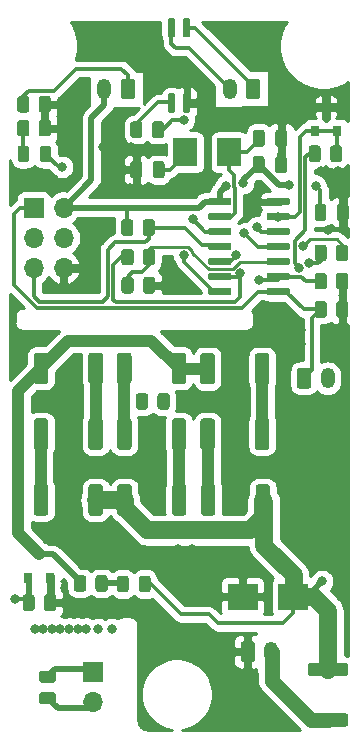
<source format=gbr>
G04 #@! TF.GenerationSoftware,KiCad,Pcbnew,(5.1.5)-3*
G04 #@! TF.CreationDate,2021-03-03T16:36:26+00:00*
G04 #@! TF.ProjectId,ModuleV440,4d6f6475-6c65-4563-9434-302e6b696361,rev?*
G04 #@! TF.SameCoordinates,Original*
G04 #@! TF.FileFunction,Copper,L1,Top*
G04 #@! TF.FilePolarity,Positive*
%FSLAX46Y46*%
G04 Gerber Fmt 4.6, Leading zero omitted, Abs format (unit mm)*
G04 Created by KiCad (PCBNEW (5.1.5)-3) date 2021-03-03 16:36:26*
%MOMM*%
%LPD*%
G04 APERTURE LIST*
%ADD10C,0.100000*%
%ADD11O,1.200000X1.750000*%
%ADD12O,1.700000X1.700000*%
%ADD13R,1.700000X1.700000*%
%ADD14R,2.500000X2.300000*%
%ADD15R,0.800000X0.900000*%
%ADD16R,2.000000X2.400000*%
%ADD17C,0.800000*%
%ADD18C,0.300000*%
%ADD19C,0.500000*%
%ADD20C,1.500000*%
%ADD21C,1.000000*%
%ADD22C,0.250000*%
%ADD23C,1.250000*%
%ADD24C,0.254000*%
G04 APERTURE END LIST*
G04 #@! TA.AperFunction,SMDPad,CuDef*
D10*
G36*
X119742104Y-76763804D02*
G01*
X119766373Y-76767404D01*
X119790171Y-76773365D01*
X119813271Y-76781630D01*
X119835449Y-76792120D01*
X119856493Y-76804733D01*
X119876198Y-76819347D01*
X119894377Y-76835823D01*
X119910853Y-76854002D01*
X119925467Y-76873707D01*
X119938080Y-76894751D01*
X119948570Y-76916929D01*
X119956835Y-76940029D01*
X119962796Y-76963827D01*
X119966396Y-76988096D01*
X119967600Y-77012600D01*
X119967600Y-79162600D01*
X119966396Y-79187104D01*
X119962796Y-79211373D01*
X119956835Y-79235171D01*
X119948570Y-79258271D01*
X119938080Y-79280449D01*
X119925467Y-79301493D01*
X119910853Y-79321198D01*
X119894377Y-79339377D01*
X119876198Y-79355853D01*
X119856493Y-79370467D01*
X119835449Y-79383080D01*
X119813271Y-79393570D01*
X119790171Y-79401835D01*
X119766373Y-79407796D01*
X119742104Y-79411396D01*
X119717600Y-79412600D01*
X118992600Y-79412600D01*
X118968096Y-79411396D01*
X118943827Y-79407796D01*
X118920029Y-79401835D01*
X118896929Y-79393570D01*
X118874751Y-79383080D01*
X118853707Y-79370467D01*
X118834002Y-79355853D01*
X118815823Y-79339377D01*
X118799347Y-79321198D01*
X118784733Y-79301493D01*
X118772120Y-79280449D01*
X118761630Y-79258271D01*
X118753365Y-79235171D01*
X118747404Y-79211373D01*
X118743804Y-79187104D01*
X118742600Y-79162600D01*
X118742600Y-77012600D01*
X118743804Y-76988096D01*
X118747404Y-76963827D01*
X118753365Y-76940029D01*
X118761630Y-76916929D01*
X118772120Y-76894751D01*
X118784733Y-76873707D01*
X118799347Y-76854002D01*
X118815823Y-76835823D01*
X118834002Y-76819347D01*
X118853707Y-76804733D01*
X118874751Y-76792120D01*
X118896929Y-76781630D01*
X118920029Y-76773365D01*
X118943827Y-76767404D01*
X118968096Y-76763804D01*
X118992600Y-76762600D01*
X119717600Y-76762600D01*
X119742104Y-76763804D01*
G37*
G04 #@! TD.AperFunction*
G04 #@! TA.AperFunction,SMDPad,CuDef*
G36*
X124367104Y-76763804D02*
G01*
X124391373Y-76767404D01*
X124415171Y-76773365D01*
X124438271Y-76781630D01*
X124460449Y-76792120D01*
X124481493Y-76804733D01*
X124501198Y-76819347D01*
X124519377Y-76835823D01*
X124535853Y-76854002D01*
X124550467Y-76873707D01*
X124563080Y-76894751D01*
X124573570Y-76916929D01*
X124581835Y-76940029D01*
X124587796Y-76963827D01*
X124591396Y-76988096D01*
X124592600Y-77012600D01*
X124592600Y-79162600D01*
X124591396Y-79187104D01*
X124587796Y-79211373D01*
X124581835Y-79235171D01*
X124573570Y-79258271D01*
X124563080Y-79280449D01*
X124550467Y-79301493D01*
X124535853Y-79321198D01*
X124519377Y-79339377D01*
X124501198Y-79355853D01*
X124481493Y-79370467D01*
X124460449Y-79383080D01*
X124438271Y-79393570D01*
X124415171Y-79401835D01*
X124391373Y-79407796D01*
X124367104Y-79411396D01*
X124342600Y-79412600D01*
X123617600Y-79412600D01*
X123593096Y-79411396D01*
X123568827Y-79407796D01*
X123545029Y-79401835D01*
X123521929Y-79393570D01*
X123499751Y-79383080D01*
X123478707Y-79370467D01*
X123459002Y-79355853D01*
X123440823Y-79339377D01*
X123424347Y-79321198D01*
X123409733Y-79301493D01*
X123397120Y-79280449D01*
X123386630Y-79258271D01*
X123378365Y-79235171D01*
X123372404Y-79211373D01*
X123368804Y-79187104D01*
X123367600Y-79162600D01*
X123367600Y-77012600D01*
X123368804Y-76988096D01*
X123372404Y-76963827D01*
X123378365Y-76940029D01*
X123386630Y-76916929D01*
X123397120Y-76894751D01*
X123409733Y-76873707D01*
X123424347Y-76854002D01*
X123440823Y-76835823D01*
X123459002Y-76819347D01*
X123478707Y-76804733D01*
X123499751Y-76792120D01*
X123521929Y-76781630D01*
X123545029Y-76773365D01*
X123568827Y-76767404D01*
X123593096Y-76763804D01*
X123617600Y-76762600D01*
X124342600Y-76762600D01*
X124367104Y-76763804D01*
G37*
G04 #@! TD.AperFunction*
G04 #@! TA.AperFunction,SMDPad,CuDef*
G36*
X117317104Y-76713804D02*
G01*
X117341373Y-76717404D01*
X117365171Y-76723365D01*
X117388271Y-76731630D01*
X117410449Y-76742120D01*
X117431493Y-76754733D01*
X117451198Y-76769347D01*
X117469377Y-76785823D01*
X117485853Y-76804002D01*
X117500467Y-76823707D01*
X117513080Y-76844751D01*
X117523570Y-76866929D01*
X117531835Y-76890029D01*
X117537796Y-76913827D01*
X117541396Y-76938096D01*
X117542600Y-76962600D01*
X117542600Y-79112600D01*
X117541396Y-79137104D01*
X117537796Y-79161373D01*
X117531835Y-79185171D01*
X117523570Y-79208271D01*
X117513080Y-79230449D01*
X117500467Y-79251493D01*
X117485853Y-79271198D01*
X117469377Y-79289377D01*
X117451198Y-79305853D01*
X117431493Y-79320467D01*
X117410449Y-79333080D01*
X117388271Y-79343570D01*
X117365171Y-79351835D01*
X117341373Y-79357796D01*
X117317104Y-79361396D01*
X117292600Y-79362600D01*
X116567600Y-79362600D01*
X116543096Y-79361396D01*
X116518827Y-79357796D01*
X116495029Y-79351835D01*
X116471929Y-79343570D01*
X116449751Y-79333080D01*
X116428707Y-79320467D01*
X116409002Y-79305853D01*
X116390823Y-79289377D01*
X116374347Y-79271198D01*
X116359733Y-79251493D01*
X116347120Y-79230449D01*
X116336630Y-79208271D01*
X116328365Y-79185171D01*
X116322404Y-79161373D01*
X116318804Y-79137104D01*
X116317600Y-79112600D01*
X116317600Y-76962600D01*
X116318804Y-76938096D01*
X116322404Y-76913827D01*
X116328365Y-76890029D01*
X116336630Y-76866929D01*
X116347120Y-76844751D01*
X116359733Y-76823707D01*
X116374347Y-76804002D01*
X116390823Y-76785823D01*
X116409002Y-76769347D01*
X116428707Y-76754733D01*
X116449751Y-76742120D01*
X116471929Y-76731630D01*
X116495029Y-76723365D01*
X116518827Y-76717404D01*
X116543096Y-76713804D01*
X116567600Y-76712600D01*
X117292600Y-76712600D01*
X117317104Y-76713804D01*
G37*
G04 #@! TD.AperFunction*
G04 #@! TA.AperFunction,SMDPad,CuDef*
G36*
X112692104Y-76713804D02*
G01*
X112716373Y-76717404D01*
X112740171Y-76723365D01*
X112763271Y-76731630D01*
X112785449Y-76742120D01*
X112806493Y-76754733D01*
X112826198Y-76769347D01*
X112844377Y-76785823D01*
X112860853Y-76804002D01*
X112875467Y-76823707D01*
X112888080Y-76844751D01*
X112898570Y-76866929D01*
X112906835Y-76890029D01*
X112912796Y-76913827D01*
X112916396Y-76938096D01*
X112917600Y-76962600D01*
X112917600Y-79112600D01*
X112916396Y-79137104D01*
X112912796Y-79161373D01*
X112906835Y-79185171D01*
X112898570Y-79208271D01*
X112888080Y-79230449D01*
X112875467Y-79251493D01*
X112860853Y-79271198D01*
X112844377Y-79289377D01*
X112826198Y-79305853D01*
X112806493Y-79320467D01*
X112785449Y-79333080D01*
X112763271Y-79343570D01*
X112740171Y-79351835D01*
X112716373Y-79357796D01*
X112692104Y-79361396D01*
X112667600Y-79362600D01*
X111942600Y-79362600D01*
X111918096Y-79361396D01*
X111893827Y-79357796D01*
X111870029Y-79351835D01*
X111846929Y-79343570D01*
X111824751Y-79333080D01*
X111803707Y-79320467D01*
X111784002Y-79305853D01*
X111765823Y-79289377D01*
X111749347Y-79271198D01*
X111734733Y-79251493D01*
X111722120Y-79230449D01*
X111711630Y-79208271D01*
X111703365Y-79185171D01*
X111697404Y-79161373D01*
X111693804Y-79137104D01*
X111692600Y-79112600D01*
X111692600Y-76962600D01*
X111693804Y-76938096D01*
X111697404Y-76913827D01*
X111703365Y-76890029D01*
X111711630Y-76866929D01*
X111722120Y-76844751D01*
X111734733Y-76823707D01*
X111749347Y-76804002D01*
X111765823Y-76785823D01*
X111784002Y-76769347D01*
X111803707Y-76754733D01*
X111824751Y-76742120D01*
X111846929Y-76731630D01*
X111870029Y-76723365D01*
X111893827Y-76717404D01*
X111918096Y-76713804D01*
X111942600Y-76712600D01*
X112667600Y-76712600D01*
X112692104Y-76713804D01*
G37*
G04 #@! TD.AperFunction*
G04 #@! TA.AperFunction,SMDPad,CuDef*
G36*
X124367104Y-82288804D02*
G01*
X124391373Y-82292404D01*
X124415171Y-82298365D01*
X124438271Y-82306630D01*
X124460449Y-82317120D01*
X124481493Y-82329733D01*
X124501198Y-82344347D01*
X124519377Y-82360823D01*
X124535853Y-82379002D01*
X124550467Y-82398707D01*
X124563080Y-82419751D01*
X124573570Y-82441929D01*
X124581835Y-82465029D01*
X124587796Y-82488827D01*
X124591396Y-82513096D01*
X124592600Y-82537600D01*
X124592600Y-84687600D01*
X124591396Y-84712104D01*
X124587796Y-84736373D01*
X124581835Y-84760171D01*
X124573570Y-84783271D01*
X124563080Y-84805449D01*
X124550467Y-84826493D01*
X124535853Y-84846198D01*
X124519377Y-84864377D01*
X124501198Y-84880853D01*
X124481493Y-84895467D01*
X124460449Y-84908080D01*
X124438271Y-84918570D01*
X124415171Y-84926835D01*
X124391373Y-84932796D01*
X124367104Y-84936396D01*
X124342600Y-84937600D01*
X123617600Y-84937600D01*
X123593096Y-84936396D01*
X123568827Y-84932796D01*
X123545029Y-84926835D01*
X123521929Y-84918570D01*
X123499751Y-84908080D01*
X123478707Y-84895467D01*
X123459002Y-84880853D01*
X123440823Y-84864377D01*
X123424347Y-84846198D01*
X123409733Y-84826493D01*
X123397120Y-84805449D01*
X123386630Y-84783271D01*
X123378365Y-84760171D01*
X123372404Y-84736373D01*
X123368804Y-84712104D01*
X123367600Y-84687600D01*
X123367600Y-82537600D01*
X123368804Y-82513096D01*
X123372404Y-82488827D01*
X123378365Y-82465029D01*
X123386630Y-82441929D01*
X123397120Y-82419751D01*
X123409733Y-82398707D01*
X123424347Y-82379002D01*
X123440823Y-82360823D01*
X123459002Y-82344347D01*
X123478707Y-82329733D01*
X123499751Y-82317120D01*
X123521929Y-82306630D01*
X123545029Y-82298365D01*
X123568827Y-82292404D01*
X123593096Y-82288804D01*
X123617600Y-82287600D01*
X124342600Y-82287600D01*
X124367104Y-82288804D01*
G37*
G04 #@! TD.AperFunction*
G04 #@! TA.AperFunction,SMDPad,CuDef*
G36*
X119742104Y-82288804D02*
G01*
X119766373Y-82292404D01*
X119790171Y-82298365D01*
X119813271Y-82306630D01*
X119835449Y-82317120D01*
X119856493Y-82329733D01*
X119876198Y-82344347D01*
X119894377Y-82360823D01*
X119910853Y-82379002D01*
X119925467Y-82398707D01*
X119938080Y-82419751D01*
X119948570Y-82441929D01*
X119956835Y-82465029D01*
X119962796Y-82488827D01*
X119966396Y-82513096D01*
X119967600Y-82537600D01*
X119967600Y-84687600D01*
X119966396Y-84712104D01*
X119962796Y-84736373D01*
X119956835Y-84760171D01*
X119948570Y-84783271D01*
X119938080Y-84805449D01*
X119925467Y-84826493D01*
X119910853Y-84846198D01*
X119894377Y-84864377D01*
X119876198Y-84880853D01*
X119856493Y-84895467D01*
X119835449Y-84908080D01*
X119813271Y-84918570D01*
X119790171Y-84926835D01*
X119766373Y-84932796D01*
X119742104Y-84936396D01*
X119717600Y-84937600D01*
X118992600Y-84937600D01*
X118968096Y-84936396D01*
X118943827Y-84932796D01*
X118920029Y-84926835D01*
X118896929Y-84918570D01*
X118874751Y-84908080D01*
X118853707Y-84895467D01*
X118834002Y-84880853D01*
X118815823Y-84864377D01*
X118799347Y-84846198D01*
X118784733Y-84826493D01*
X118772120Y-84805449D01*
X118761630Y-84783271D01*
X118753365Y-84760171D01*
X118747404Y-84736373D01*
X118743804Y-84712104D01*
X118742600Y-84687600D01*
X118742600Y-82537600D01*
X118743804Y-82513096D01*
X118747404Y-82488827D01*
X118753365Y-82465029D01*
X118761630Y-82441929D01*
X118772120Y-82419751D01*
X118784733Y-82398707D01*
X118799347Y-82379002D01*
X118815823Y-82360823D01*
X118834002Y-82344347D01*
X118853707Y-82329733D01*
X118874751Y-82317120D01*
X118896929Y-82306630D01*
X118920029Y-82298365D01*
X118943827Y-82292404D01*
X118968096Y-82288804D01*
X118992600Y-82287600D01*
X119717600Y-82287600D01*
X119742104Y-82288804D01*
G37*
G04 #@! TD.AperFunction*
G04 #@! TA.AperFunction,SMDPad,CuDef*
G36*
X112692104Y-82288804D02*
G01*
X112716373Y-82292404D01*
X112740171Y-82298365D01*
X112763271Y-82306630D01*
X112785449Y-82317120D01*
X112806493Y-82329733D01*
X112826198Y-82344347D01*
X112844377Y-82360823D01*
X112860853Y-82379002D01*
X112875467Y-82398707D01*
X112888080Y-82419751D01*
X112898570Y-82441929D01*
X112906835Y-82465029D01*
X112912796Y-82488827D01*
X112916396Y-82513096D01*
X112917600Y-82537600D01*
X112917600Y-84687600D01*
X112916396Y-84712104D01*
X112912796Y-84736373D01*
X112906835Y-84760171D01*
X112898570Y-84783271D01*
X112888080Y-84805449D01*
X112875467Y-84826493D01*
X112860853Y-84846198D01*
X112844377Y-84864377D01*
X112826198Y-84880853D01*
X112806493Y-84895467D01*
X112785449Y-84908080D01*
X112763271Y-84918570D01*
X112740171Y-84926835D01*
X112716373Y-84932796D01*
X112692104Y-84936396D01*
X112667600Y-84937600D01*
X111942600Y-84937600D01*
X111918096Y-84936396D01*
X111893827Y-84932796D01*
X111870029Y-84926835D01*
X111846929Y-84918570D01*
X111824751Y-84908080D01*
X111803707Y-84895467D01*
X111784002Y-84880853D01*
X111765823Y-84864377D01*
X111749347Y-84846198D01*
X111734733Y-84826493D01*
X111722120Y-84805449D01*
X111711630Y-84783271D01*
X111703365Y-84760171D01*
X111697404Y-84736373D01*
X111693804Y-84712104D01*
X111692600Y-84687600D01*
X111692600Y-82537600D01*
X111693804Y-82513096D01*
X111697404Y-82488827D01*
X111703365Y-82465029D01*
X111711630Y-82441929D01*
X111722120Y-82419751D01*
X111734733Y-82398707D01*
X111749347Y-82379002D01*
X111765823Y-82360823D01*
X111784002Y-82344347D01*
X111803707Y-82329733D01*
X111824751Y-82317120D01*
X111846929Y-82306630D01*
X111870029Y-82298365D01*
X111893827Y-82292404D01*
X111918096Y-82288804D01*
X111942600Y-82287600D01*
X112667600Y-82287600D01*
X112692104Y-82288804D01*
G37*
G04 #@! TD.AperFunction*
G04 #@! TA.AperFunction,SMDPad,CuDef*
G36*
X117317104Y-82288804D02*
G01*
X117341373Y-82292404D01*
X117365171Y-82298365D01*
X117388271Y-82306630D01*
X117410449Y-82317120D01*
X117431493Y-82329733D01*
X117451198Y-82344347D01*
X117469377Y-82360823D01*
X117485853Y-82379002D01*
X117500467Y-82398707D01*
X117513080Y-82419751D01*
X117523570Y-82441929D01*
X117531835Y-82465029D01*
X117537796Y-82488827D01*
X117541396Y-82513096D01*
X117542600Y-82537600D01*
X117542600Y-84687600D01*
X117541396Y-84712104D01*
X117537796Y-84736373D01*
X117531835Y-84760171D01*
X117523570Y-84783271D01*
X117513080Y-84805449D01*
X117500467Y-84826493D01*
X117485853Y-84846198D01*
X117469377Y-84864377D01*
X117451198Y-84880853D01*
X117431493Y-84895467D01*
X117410449Y-84908080D01*
X117388271Y-84918570D01*
X117365171Y-84926835D01*
X117341373Y-84932796D01*
X117317104Y-84936396D01*
X117292600Y-84937600D01*
X116567600Y-84937600D01*
X116543096Y-84936396D01*
X116518827Y-84932796D01*
X116495029Y-84926835D01*
X116471929Y-84918570D01*
X116449751Y-84908080D01*
X116428707Y-84895467D01*
X116409002Y-84880853D01*
X116390823Y-84864377D01*
X116374347Y-84846198D01*
X116359733Y-84826493D01*
X116347120Y-84805449D01*
X116336630Y-84783271D01*
X116328365Y-84760171D01*
X116322404Y-84736373D01*
X116318804Y-84712104D01*
X116317600Y-84687600D01*
X116317600Y-82537600D01*
X116318804Y-82513096D01*
X116322404Y-82488827D01*
X116328365Y-82465029D01*
X116336630Y-82441929D01*
X116347120Y-82419751D01*
X116359733Y-82398707D01*
X116374347Y-82379002D01*
X116390823Y-82360823D01*
X116409002Y-82344347D01*
X116428707Y-82329733D01*
X116449751Y-82317120D01*
X116471929Y-82306630D01*
X116495029Y-82298365D01*
X116518827Y-82292404D01*
X116543096Y-82288804D01*
X116567600Y-82287600D01*
X117292600Y-82287600D01*
X117317104Y-82288804D01*
G37*
G04 #@! TD.AperFunction*
G04 #@! TA.AperFunction,SMDPad,CuDef*
G36*
X119792104Y-87863804D02*
G01*
X119816373Y-87867404D01*
X119840171Y-87873365D01*
X119863271Y-87881630D01*
X119885449Y-87892120D01*
X119906493Y-87904733D01*
X119926198Y-87919347D01*
X119944377Y-87935823D01*
X119960853Y-87954002D01*
X119975467Y-87973707D01*
X119988080Y-87994751D01*
X119998570Y-88016929D01*
X120006835Y-88040029D01*
X120012796Y-88063827D01*
X120016396Y-88088096D01*
X120017600Y-88112600D01*
X120017600Y-90262600D01*
X120016396Y-90287104D01*
X120012796Y-90311373D01*
X120006835Y-90335171D01*
X119998570Y-90358271D01*
X119988080Y-90380449D01*
X119975467Y-90401493D01*
X119960853Y-90421198D01*
X119944377Y-90439377D01*
X119926198Y-90455853D01*
X119906493Y-90470467D01*
X119885449Y-90483080D01*
X119863271Y-90493570D01*
X119840171Y-90501835D01*
X119816373Y-90507796D01*
X119792104Y-90511396D01*
X119767600Y-90512600D01*
X119042600Y-90512600D01*
X119018096Y-90511396D01*
X118993827Y-90507796D01*
X118970029Y-90501835D01*
X118946929Y-90493570D01*
X118924751Y-90483080D01*
X118903707Y-90470467D01*
X118884002Y-90455853D01*
X118865823Y-90439377D01*
X118849347Y-90421198D01*
X118834733Y-90401493D01*
X118822120Y-90380449D01*
X118811630Y-90358271D01*
X118803365Y-90335171D01*
X118797404Y-90311373D01*
X118793804Y-90287104D01*
X118792600Y-90262600D01*
X118792600Y-88112600D01*
X118793804Y-88088096D01*
X118797404Y-88063827D01*
X118803365Y-88040029D01*
X118811630Y-88016929D01*
X118822120Y-87994751D01*
X118834733Y-87973707D01*
X118849347Y-87954002D01*
X118865823Y-87935823D01*
X118884002Y-87919347D01*
X118903707Y-87904733D01*
X118924751Y-87892120D01*
X118946929Y-87881630D01*
X118970029Y-87873365D01*
X118993827Y-87867404D01*
X119018096Y-87863804D01*
X119042600Y-87862600D01*
X119767600Y-87862600D01*
X119792104Y-87863804D01*
G37*
G04 #@! TD.AperFunction*
G04 #@! TA.AperFunction,SMDPad,CuDef*
G36*
X124417104Y-87863804D02*
G01*
X124441373Y-87867404D01*
X124465171Y-87873365D01*
X124488271Y-87881630D01*
X124510449Y-87892120D01*
X124531493Y-87904733D01*
X124551198Y-87919347D01*
X124569377Y-87935823D01*
X124585853Y-87954002D01*
X124600467Y-87973707D01*
X124613080Y-87994751D01*
X124623570Y-88016929D01*
X124631835Y-88040029D01*
X124637796Y-88063827D01*
X124641396Y-88088096D01*
X124642600Y-88112600D01*
X124642600Y-90262600D01*
X124641396Y-90287104D01*
X124637796Y-90311373D01*
X124631835Y-90335171D01*
X124623570Y-90358271D01*
X124613080Y-90380449D01*
X124600467Y-90401493D01*
X124585853Y-90421198D01*
X124569377Y-90439377D01*
X124551198Y-90455853D01*
X124531493Y-90470467D01*
X124510449Y-90483080D01*
X124488271Y-90493570D01*
X124465171Y-90501835D01*
X124441373Y-90507796D01*
X124417104Y-90511396D01*
X124392600Y-90512600D01*
X123667600Y-90512600D01*
X123643096Y-90511396D01*
X123618827Y-90507796D01*
X123595029Y-90501835D01*
X123571929Y-90493570D01*
X123549751Y-90483080D01*
X123528707Y-90470467D01*
X123509002Y-90455853D01*
X123490823Y-90439377D01*
X123474347Y-90421198D01*
X123459733Y-90401493D01*
X123447120Y-90380449D01*
X123436630Y-90358271D01*
X123428365Y-90335171D01*
X123422404Y-90311373D01*
X123418804Y-90287104D01*
X123417600Y-90262600D01*
X123417600Y-88112600D01*
X123418804Y-88088096D01*
X123422404Y-88063827D01*
X123428365Y-88040029D01*
X123436630Y-88016929D01*
X123447120Y-87994751D01*
X123459733Y-87973707D01*
X123474347Y-87954002D01*
X123490823Y-87935823D01*
X123509002Y-87919347D01*
X123528707Y-87904733D01*
X123549751Y-87892120D01*
X123571929Y-87881630D01*
X123595029Y-87873365D01*
X123618827Y-87867404D01*
X123643096Y-87863804D01*
X123667600Y-87862600D01*
X124392600Y-87862600D01*
X124417104Y-87863804D01*
G37*
G04 #@! TD.AperFunction*
G04 #@! TA.AperFunction,SMDPad,CuDef*
G36*
X117342104Y-87863804D02*
G01*
X117366373Y-87867404D01*
X117390171Y-87873365D01*
X117413271Y-87881630D01*
X117435449Y-87892120D01*
X117456493Y-87904733D01*
X117476198Y-87919347D01*
X117494377Y-87935823D01*
X117510853Y-87954002D01*
X117525467Y-87973707D01*
X117538080Y-87994751D01*
X117548570Y-88016929D01*
X117556835Y-88040029D01*
X117562796Y-88063827D01*
X117566396Y-88088096D01*
X117567600Y-88112600D01*
X117567600Y-90262600D01*
X117566396Y-90287104D01*
X117562796Y-90311373D01*
X117556835Y-90335171D01*
X117548570Y-90358271D01*
X117538080Y-90380449D01*
X117525467Y-90401493D01*
X117510853Y-90421198D01*
X117494377Y-90439377D01*
X117476198Y-90455853D01*
X117456493Y-90470467D01*
X117435449Y-90483080D01*
X117413271Y-90493570D01*
X117390171Y-90501835D01*
X117366373Y-90507796D01*
X117342104Y-90511396D01*
X117317600Y-90512600D01*
X116592600Y-90512600D01*
X116568096Y-90511396D01*
X116543827Y-90507796D01*
X116520029Y-90501835D01*
X116496929Y-90493570D01*
X116474751Y-90483080D01*
X116453707Y-90470467D01*
X116434002Y-90455853D01*
X116415823Y-90439377D01*
X116399347Y-90421198D01*
X116384733Y-90401493D01*
X116372120Y-90380449D01*
X116361630Y-90358271D01*
X116353365Y-90335171D01*
X116347404Y-90311373D01*
X116343804Y-90287104D01*
X116342600Y-90262600D01*
X116342600Y-88112600D01*
X116343804Y-88088096D01*
X116347404Y-88063827D01*
X116353365Y-88040029D01*
X116361630Y-88016929D01*
X116372120Y-87994751D01*
X116384733Y-87973707D01*
X116399347Y-87954002D01*
X116415823Y-87935823D01*
X116434002Y-87919347D01*
X116453707Y-87904733D01*
X116474751Y-87892120D01*
X116496929Y-87881630D01*
X116520029Y-87873365D01*
X116543827Y-87867404D01*
X116568096Y-87863804D01*
X116592600Y-87862600D01*
X117317600Y-87862600D01*
X117342104Y-87863804D01*
G37*
G04 #@! TD.AperFunction*
G04 #@! TA.AperFunction,SMDPad,CuDef*
G36*
X112717104Y-87863804D02*
G01*
X112741373Y-87867404D01*
X112765171Y-87873365D01*
X112788271Y-87881630D01*
X112810449Y-87892120D01*
X112831493Y-87904733D01*
X112851198Y-87919347D01*
X112869377Y-87935823D01*
X112885853Y-87954002D01*
X112900467Y-87973707D01*
X112913080Y-87994751D01*
X112923570Y-88016929D01*
X112931835Y-88040029D01*
X112937796Y-88063827D01*
X112941396Y-88088096D01*
X112942600Y-88112600D01*
X112942600Y-90262600D01*
X112941396Y-90287104D01*
X112937796Y-90311373D01*
X112931835Y-90335171D01*
X112923570Y-90358271D01*
X112913080Y-90380449D01*
X112900467Y-90401493D01*
X112885853Y-90421198D01*
X112869377Y-90439377D01*
X112851198Y-90455853D01*
X112831493Y-90470467D01*
X112810449Y-90483080D01*
X112788271Y-90493570D01*
X112765171Y-90501835D01*
X112741373Y-90507796D01*
X112717104Y-90511396D01*
X112692600Y-90512600D01*
X111967600Y-90512600D01*
X111943096Y-90511396D01*
X111918827Y-90507796D01*
X111895029Y-90501835D01*
X111871929Y-90493570D01*
X111849751Y-90483080D01*
X111828707Y-90470467D01*
X111809002Y-90455853D01*
X111790823Y-90439377D01*
X111774347Y-90421198D01*
X111759733Y-90401493D01*
X111747120Y-90380449D01*
X111736630Y-90358271D01*
X111728365Y-90335171D01*
X111722404Y-90311373D01*
X111718804Y-90287104D01*
X111717600Y-90262600D01*
X111717600Y-88112600D01*
X111718804Y-88088096D01*
X111722404Y-88063827D01*
X111728365Y-88040029D01*
X111736630Y-88016929D01*
X111747120Y-87994751D01*
X111759733Y-87973707D01*
X111774347Y-87954002D01*
X111790823Y-87935823D01*
X111809002Y-87919347D01*
X111828707Y-87904733D01*
X111849751Y-87892120D01*
X111871929Y-87881630D01*
X111895029Y-87873365D01*
X111918827Y-87867404D01*
X111943096Y-87863804D01*
X111967600Y-87862600D01*
X112692600Y-87862600D01*
X112717104Y-87863804D01*
G37*
G04 #@! TD.AperFunction*
G04 #@! TA.AperFunction,SMDPad,CuDef*
G36*
X105642104Y-76713804D02*
G01*
X105666373Y-76717404D01*
X105690171Y-76723365D01*
X105713271Y-76731630D01*
X105735449Y-76742120D01*
X105756493Y-76754733D01*
X105776198Y-76769347D01*
X105794377Y-76785823D01*
X105810853Y-76804002D01*
X105825467Y-76823707D01*
X105838080Y-76844751D01*
X105848570Y-76866929D01*
X105856835Y-76890029D01*
X105862796Y-76913827D01*
X105866396Y-76938096D01*
X105867600Y-76962600D01*
X105867600Y-79112600D01*
X105866396Y-79137104D01*
X105862796Y-79161373D01*
X105856835Y-79185171D01*
X105848570Y-79208271D01*
X105838080Y-79230449D01*
X105825467Y-79251493D01*
X105810853Y-79271198D01*
X105794377Y-79289377D01*
X105776198Y-79305853D01*
X105756493Y-79320467D01*
X105735449Y-79333080D01*
X105713271Y-79343570D01*
X105690171Y-79351835D01*
X105666373Y-79357796D01*
X105642104Y-79361396D01*
X105617600Y-79362600D01*
X104892600Y-79362600D01*
X104868096Y-79361396D01*
X104843827Y-79357796D01*
X104820029Y-79351835D01*
X104796929Y-79343570D01*
X104774751Y-79333080D01*
X104753707Y-79320467D01*
X104734002Y-79305853D01*
X104715823Y-79289377D01*
X104699347Y-79271198D01*
X104684733Y-79251493D01*
X104672120Y-79230449D01*
X104661630Y-79208271D01*
X104653365Y-79185171D01*
X104647404Y-79161373D01*
X104643804Y-79137104D01*
X104642600Y-79112600D01*
X104642600Y-76962600D01*
X104643804Y-76938096D01*
X104647404Y-76913827D01*
X104653365Y-76890029D01*
X104661630Y-76866929D01*
X104672120Y-76844751D01*
X104684733Y-76823707D01*
X104699347Y-76804002D01*
X104715823Y-76785823D01*
X104734002Y-76769347D01*
X104753707Y-76754733D01*
X104774751Y-76742120D01*
X104796929Y-76731630D01*
X104820029Y-76723365D01*
X104843827Y-76717404D01*
X104868096Y-76713804D01*
X104892600Y-76712600D01*
X105617600Y-76712600D01*
X105642104Y-76713804D01*
G37*
G04 #@! TD.AperFunction*
G04 #@! TA.AperFunction,SMDPad,CuDef*
G36*
X110267104Y-76713804D02*
G01*
X110291373Y-76717404D01*
X110315171Y-76723365D01*
X110338271Y-76731630D01*
X110360449Y-76742120D01*
X110381493Y-76754733D01*
X110401198Y-76769347D01*
X110419377Y-76785823D01*
X110435853Y-76804002D01*
X110450467Y-76823707D01*
X110463080Y-76844751D01*
X110473570Y-76866929D01*
X110481835Y-76890029D01*
X110487796Y-76913827D01*
X110491396Y-76938096D01*
X110492600Y-76962600D01*
X110492600Y-79112600D01*
X110491396Y-79137104D01*
X110487796Y-79161373D01*
X110481835Y-79185171D01*
X110473570Y-79208271D01*
X110463080Y-79230449D01*
X110450467Y-79251493D01*
X110435853Y-79271198D01*
X110419377Y-79289377D01*
X110401198Y-79305853D01*
X110381493Y-79320467D01*
X110360449Y-79333080D01*
X110338271Y-79343570D01*
X110315171Y-79351835D01*
X110291373Y-79357796D01*
X110267104Y-79361396D01*
X110242600Y-79362600D01*
X109517600Y-79362600D01*
X109493096Y-79361396D01*
X109468827Y-79357796D01*
X109445029Y-79351835D01*
X109421929Y-79343570D01*
X109399751Y-79333080D01*
X109378707Y-79320467D01*
X109359002Y-79305853D01*
X109340823Y-79289377D01*
X109324347Y-79271198D01*
X109309733Y-79251493D01*
X109297120Y-79230449D01*
X109286630Y-79208271D01*
X109278365Y-79185171D01*
X109272404Y-79161373D01*
X109268804Y-79137104D01*
X109267600Y-79112600D01*
X109267600Y-76962600D01*
X109268804Y-76938096D01*
X109272404Y-76913827D01*
X109278365Y-76890029D01*
X109286630Y-76866929D01*
X109297120Y-76844751D01*
X109309733Y-76823707D01*
X109324347Y-76804002D01*
X109340823Y-76785823D01*
X109359002Y-76769347D01*
X109378707Y-76754733D01*
X109399751Y-76742120D01*
X109421929Y-76731630D01*
X109445029Y-76723365D01*
X109468827Y-76717404D01*
X109493096Y-76713804D01*
X109517600Y-76712600D01*
X110242600Y-76712600D01*
X110267104Y-76713804D01*
G37*
G04 #@! TD.AperFunction*
G04 #@! TA.AperFunction,SMDPad,CuDef*
G36*
X110267104Y-82288804D02*
G01*
X110291373Y-82292404D01*
X110315171Y-82298365D01*
X110338271Y-82306630D01*
X110360449Y-82317120D01*
X110381493Y-82329733D01*
X110401198Y-82344347D01*
X110419377Y-82360823D01*
X110435853Y-82379002D01*
X110450467Y-82398707D01*
X110463080Y-82419751D01*
X110473570Y-82441929D01*
X110481835Y-82465029D01*
X110487796Y-82488827D01*
X110491396Y-82513096D01*
X110492600Y-82537600D01*
X110492600Y-84687600D01*
X110491396Y-84712104D01*
X110487796Y-84736373D01*
X110481835Y-84760171D01*
X110473570Y-84783271D01*
X110463080Y-84805449D01*
X110450467Y-84826493D01*
X110435853Y-84846198D01*
X110419377Y-84864377D01*
X110401198Y-84880853D01*
X110381493Y-84895467D01*
X110360449Y-84908080D01*
X110338271Y-84918570D01*
X110315171Y-84926835D01*
X110291373Y-84932796D01*
X110267104Y-84936396D01*
X110242600Y-84937600D01*
X109517600Y-84937600D01*
X109493096Y-84936396D01*
X109468827Y-84932796D01*
X109445029Y-84926835D01*
X109421929Y-84918570D01*
X109399751Y-84908080D01*
X109378707Y-84895467D01*
X109359002Y-84880853D01*
X109340823Y-84864377D01*
X109324347Y-84846198D01*
X109309733Y-84826493D01*
X109297120Y-84805449D01*
X109286630Y-84783271D01*
X109278365Y-84760171D01*
X109272404Y-84736373D01*
X109268804Y-84712104D01*
X109267600Y-84687600D01*
X109267600Y-82537600D01*
X109268804Y-82513096D01*
X109272404Y-82488827D01*
X109278365Y-82465029D01*
X109286630Y-82441929D01*
X109297120Y-82419751D01*
X109309733Y-82398707D01*
X109324347Y-82379002D01*
X109340823Y-82360823D01*
X109359002Y-82344347D01*
X109378707Y-82329733D01*
X109399751Y-82317120D01*
X109421929Y-82306630D01*
X109445029Y-82298365D01*
X109468827Y-82292404D01*
X109493096Y-82288804D01*
X109517600Y-82287600D01*
X110242600Y-82287600D01*
X110267104Y-82288804D01*
G37*
G04 #@! TD.AperFunction*
G04 #@! TA.AperFunction,SMDPad,CuDef*
G36*
X105642104Y-82288804D02*
G01*
X105666373Y-82292404D01*
X105690171Y-82298365D01*
X105713271Y-82306630D01*
X105735449Y-82317120D01*
X105756493Y-82329733D01*
X105776198Y-82344347D01*
X105794377Y-82360823D01*
X105810853Y-82379002D01*
X105825467Y-82398707D01*
X105838080Y-82419751D01*
X105848570Y-82441929D01*
X105856835Y-82465029D01*
X105862796Y-82488827D01*
X105866396Y-82513096D01*
X105867600Y-82537600D01*
X105867600Y-84687600D01*
X105866396Y-84712104D01*
X105862796Y-84736373D01*
X105856835Y-84760171D01*
X105848570Y-84783271D01*
X105838080Y-84805449D01*
X105825467Y-84826493D01*
X105810853Y-84846198D01*
X105794377Y-84864377D01*
X105776198Y-84880853D01*
X105756493Y-84895467D01*
X105735449Y-84908080D01*
X105713271Y-84918570D01*
X105690171Y-84926835D01*
X105666373Y-84932796D01*
X105642104Y-84936396D01*
X105617600Y-84937600D01*
X104892600Y-84937600D01*
X104868096Y-84936396D01*
X104843827Y-84932796D01*
X104820029Y-84926835D01*
X104796929Y-84918570D01*
X104774751Y-84908080D01*
X104753707Y-84895467D01*
X104734002Y-84880853D01*
X104715823Y-84864377D01*
X104699347Y-84846198D01*
X104684733Y-84826493D01*
X104672120Y-84805449D01*
X104661630Y-84783271D01*
X104653365Y-84760171D01*
X104647404Y-84736373D01*
X104643804Y-84712104D01*
X104642600Y-84687600D01*
X104642600Y-82537600D01*
X104643804Y-82513096D01*
X104647404Y-82488827D01*
X104653365Y-82465029D01*
X104661630Y-82441929D01*
X104672120Y-82419751D01*
X104684733Y-82398707D01*
X104699347Y-82379002D01*
X104715823Y-82360823D01*
X104734002Y-82344347D01*
X104753707Y-82329733D01*
X104774751Y-82317120D01*
X104796929Y-82306630D01*
X104820029Y-82298365D01*
X104843827Y-82292404D01*
X104868096Y-82288804D01*
X104892600Y-82287600D01*
X105617600Y-82287600D01*
X105642104Y-82288804D01*
G37*
G04 #@! TD.AperFunction*
G04 #@! TA.AperFunction,SMDPad,CuDef*
G36*
X105642104Y-87863804D02*
G01*
X105666373Y-87867404D01*
X105690171Y-87873365D01*
X105713271Y-87881630D01*
X105735449Y-87892120D01*
X105756493Y-87904733D01*
X105776198Y-87919347D01*
X105794377Y-87935823D01*
X105810853Y-87954002D01*
X105825467Y-87973707D01*
X105838080Y-87994751D01*
X105848570Y-88016929D01*
X105856835Y-88040029D01*
X105862796Y-88063827D01*
X105866396Y-88088096D01*
X105867600Y-88112600D01*
X105867600Y-90262600D01*
X105866396Y-90287104D01*
X105862796Y-90311373D01*
X105856835Y-90335171D01*
X105848570Y-90358271D01*
X105838080Y-90380449D01*
X105825467Y-90401493D01*
X105810853Y-90421198D01*
X105794377Y-90439377D01*
X105776198Y-90455853D01*
X105756493Y-90470467D01*
X105735449Y-90483080D01*
X105713271Y-90493570D01*
X105690171Y-90501835D01*
X105666373Y-90507796D01*
X105642104Y-90511396D01*
X105617600Y-90512600D01*
X104892600Y-90512600D01*
X104868096Y-90511396D01*
X104843827Y-90507796D01*
X104820029Y-90501835D01*
X104796929Y-90493570D01*
X104774751Y-90483080D01*
X104753707Y-90470467D01*
X104734002Y-90455853D01*
X104715823Y-90439377D01*
X104699347Y-90421198D01*
X104684733Y-90401493D01*
X104672120Y-90380449D01*
X104661630Y-90358271D01*
X104653365Y-90335171D01*
X104647404Y-90311373D01*
X104643804Y-90287104D01*
X104642600Y-90262600D01*
X104642600Y-88112600D01*
X104643804Y-88088096D01*
X104647404Y-88063827D01*
X104653365Y-88040029D01*
X104661630Y-88016929D01*
X104672120Y-87994751D01*
X104684733Y-87973707D01*
X104699347Y-87954002D01*
X104715823Y-87935823D01*
X104734002Y-87919347D01*
X104753707Y-87904733D01*
X104774751Y-87892120D01*
X104796929Y-87881630D01*
X104820029Y-87873365D01*
X104843827Y-87867404D01*
X104868096Y-87863804D01*
X104892600Y-87862600D01*
X105617600Y-87862600D01*
X105642104Y-87863804D01*
G37*
G04 #@! TD.AperFunction*
G04 #@! TA.AperFunction,SMDPad,CuDef*
G36*
X110267104Y-87863804D02*
G01*
X110291373Y-87867404D01*
X110315171Y-87873365D01*
X110338271Y-87881630D01*
X110360449Y-87892120D01*
X110381493Y-87904733D01*
X110401198Y-87919347D01*
X110419377Y-87935823D01*
X110435853Y-87954002D01*
X110450467Y-87973707D01*
X110463080Y-87994751D01*
X110473570Y-88016929D01*
X110481835Y-88040029D01*
X110487796Y-88063827D01*
X110491396Y-88088096D01*
X110492600Y-88112600D01*
X110492600Y-90262600D01*
X110491396Y-90287104D01*
X110487796Y-90311373D01*
X110481835Y-90335171D01*
X110473570Y-90358271D01*
X110463080Y-90380449D01*
X110450467Y-90401493D01*
X110435853Y-90421198D01*
X110419377Y-90439377D01*
X110401198Y-90455853D01*
X110381493Y-90470467D01*
X110360449Y-90483080D01*
X110338271Y-90493570D01*
X110315171Y-90501835D01*
X110291373Y-90507796D01*
X110267104Y-90511396D01*
X110242600Y-90512600D01*
X109517600Y-90512600D01*
X109493096Y-90511396D01*
X109468827Y-90507796D01*
X109445029Y-90501835D01*
X109421929Y-90493570D01*
X109399751Y-90483080D01*
X109378707Y-90470467D01*
X109359002Y-90455853D01*
X109340823Y-90439377D01*
X109324347Y-90421198D01*
X109309733Y-90401493D01*
X109297120Y-90380449D01*
X109286630Y-90358271D01*
X109278365Y-90335171D01*
X109272404Y-90311373D01*
X109268804Y-90287104D01*
X109267600Y-90262600D01*
X109267600Y-88112600D01*
X109268804Y-88088096D01*
X109272404Y-88063827D01*
X109278365Y-88040029D01*
X109286630Y-88016929D01*
X109297120Y-87994751D01*
X109309733Y-87973707D01*
X109324347Y-87954002D01*
X109340823Y-87935823D01*
X109359002Y-87919347D01*
X109378707Y-87904733D01*
X109399751Y-87892120D01*
X109421929Y-87881630D01*
X109445029Y-87873365D01*
X109468827Y-87867404D01*
X109493096Y-87863804D01*
X109517600Y-87862600D01*
X110242600Y-87862600D01*
X110267104Y-87863804D01*
G37*
G04 #@! TD.AperFunction*
G04 #@! TA.AperFunction,SMDPad,CuDef*
G36*
X116472303Y-48388322D02*
G01*
X116486864Y-48390482D01*
X116501143Y-48394059D01*
X116515003Y-48399018D01*
X116528310Y-48405312D01*
X116540936Y-48412880D01*
X116552759Y-48421648D01*
X116563666Y-48431534D01*
X116573552Y-48442441D01*
X116582320Y-48454264D01*
X116589888Y-48466890D01*
X116596182Y-48480197D01*
X116601141Y-48494057D01*
X116604718Y-48508336D01*
X116606878Y-48522897D01*
X116607600Y-48537600D01*
X116607600Y-49862600D01*
X116606878Y-49877303D01*
X116604718Y-49891864D01*
X116601141Y-49906143D01*
X116596182Y-49920003D01*
X116589888Y-49933310D01*
X116582320Y-49945936D01*
X116573552Y-49957759D01*
X116563666Y-49968666D01*
X116552759Y-49978552D01*
X116540936Y-49987320D01*
X116528310Y-49994888D01*
X116515003Y-50001182D01*
X116501143Y-50006141D01*
X116486864Y-50009718D01*
X116472303Y-50011878D01*
X116457600Y-50012600D01*
X116157600Y-50012600D01*
X116142897Y-50011878D01*
X116128336Y-50009718D01*
X116114057Y-50006141D01*
X116100197Y-50001182D01*
X116086890Y-49994888D01*
X116074264Y-49987320D01*
X116062441Y-49978552D01*
X116051534Y-49968666D01*
X116041648Y-49957759D01*
X116032880Y-49945936D01*
X116025312Y-49933310D01*
X116019018Y-49920003D01*
X116014059Y-49906143D01*
X116010482Y-49891864D01*
X116008322Y-49877303D01*
X116007600Y-49862600D01*
X116007600Y-48537600D01*
X116008322Y-48522897D01*
X116010482Y-48508336D01*
X116014059Y-48494057D01*
X116019018Y-48480197D01*
X116025312Y-48466890D01*
X116032880Y-48454264D01*
X116041648Y-48442441D01*
X116051534Y-48431534D01*
X116062441Y-48421648D01*
X116074264Y-48412880D01*
X116086890Y-48405312D01*
X116100197Y-48399018D01*
X116114057Y-48394059D01*
X116128336Y-48390482D01*
X116142897Y-48388322D01*
X116157600Y-48387600D01*
X116457600Y-48387600D01*
X116472303Y-48388322D01*
G37*
G04 #@! TD.AperFunction*
G04 #@! TA.AperFunction,SMDPad,CuDef*
G36*
X117742303Y-48388322D02*
G01*
X117756864Y-48390482D01*
X117771143Y-48394059D01*
X117785003Y-48399018D01*
X117798310Y-48405312D01*
X117810936Y-48412880D01*
X117822759Y-48421648D01*
X117833666Y-48431534D01*
X117843552Y-48442441D01*
X117852320Y-48454264D01*
X117859888Y-48466890D01*
X117866182Y-48480197D01*
X117871141Y-48494057D01*
X117874718Y-48508336D01*
X117876878Y-48522897D01*
X117877600Y-48537600D01*
X117877600Y-49862600D01*
X117876878Y-49877303D01*
X117874718Y-49891864D01*
X117871141Y-49906143D01*
X117866182Y-49920003D01*
X117859888Y-49933310D01*
X117852320Y-49945936D01*
X117843552Y-49957759D01*
X117833666Y-49968666D01*
X117822759Y-49978552D01*
X117810936Y-49987320D01*
X117798310Y-49994888D01*
X117785003Y-50001182D01*
X117771143Y-50006141D01*
X117756864Y-50009718D01*
X117742303Y-50011878D01*
X117727600Y-50012600D01*
X117427600Y-50012600D01*
X117412897Y-50011878D01*
X117398336Y-50009718D01*
X117384057Y-50006141D01*
X117370197Y-50001182D01*
X117356890Y-49994888D01*
X117344264Y-49987320D01*
X117332441Y-49978552D01*
X117321534Y-49968666D01*
X117311648Y-49957759D01*
X117302880Y-49945936D01*
X117295312Y-49933310D01*
X117289018Y-49920003D01*
X117284059Y-49906143D01*
X117280482Y-49891864D01*
X117278322Y-49877303D01*
X117277600Y-49862600D01*
X117277600Y-48537600D01*
X117278322Y-48522897D01*
X117280482Y-48508336D01*
X117284059Y-48494057D01*
X117289018Y-48480197D01*
X117295312Y-48466890D01*
X117302880Y-48454264D01*
X117311648Y-48442441D01*
X117321534Y-48431534D01*
X117332441Y-48421648D01*
X117344264Y-48412880D01*
X117356890Y-48405312D01*
X117370197Y-48399018D01*
X117384057Y-48394059D01*
X117398336Y-48390482D01*
X117412897Y-48388322D01*
X117427600Y-48387600D01*
X117727600Y-48387600D01*
X117742303Y-48388322D01*
G37*
G04 #@! TD.AperFunction*
G04 #@! TA.AperFunction,SMDPad,CuDef*
G36*
X117742303Y-54763322D02*
G01*
X117756864Y-54765482D01*
X117771143Y-54769059D01*
X117785003Y-54774018D01*
X117798310Y-54780312D01*
X117810936Y-54787880D01*
X117822759Y-54796648D01*
X117833666Y-54806534D01*
X117843552Y-54817441D01*
X117852320Y-54829264D01*
X117859888Y-54841890D01*
X117866182Y-54855197D01*
X117871141Y-54869057D01*
X117874718Y-54883336D01*
X117876878Y-54897897D01*
X117877600Y-54912600D01*
X117877600Y-56237600D01*
X117876878Y-56252303D01*
X117874718Y-56266864D01*
X117871141Y-56281143D01*
X117866182Y-56295003D01*
X117859888Y-56308310D01*
X117852320Y-56320936D01*
X117843552Y-56332759D01*
X117833666Y-56343666D01*
X117822759Y-56353552D01*
X117810936Y-56362320D01*
X117798310Y-56369888D01*
X117785003Y-56376182D01*
X117771143Y-56381141D01*
X117756864Y-56384718D01*
X117742303Y-56386878D01*
X117727600Y-56387600D01*
X117427600Y-56387600D01*
X117412897Y-56386878D01*
X117398336Y-56384718D01*
X117384057Y-56381141D01*
X117370197Y-56376182D01*
X117356890Y-56369888D01*
X117344264Y-56362320D01*
X117332441Y-56353552D01*
X117321534Y-56343666D01*
X117311648Y-56332759D01*
X117302880Y-56320936D01*
X117295312Y-56308310D01*
X117289018Y-56295003D01*
X117284059Y-56281143D01*
X117280482Y-56266864D01*
X117278322Y-56252303D01*
X117277600Y-56237600D01*
X117277600Y-54912600D01*
X117278322Y-54897897D01*
X117280482Y-54883336D01*
X117284059Y-54869057D01*
X117289018Y-54855197D01*
X117295312Y-54841890D01*
X117302880Y-54829264D01*
X117311648Y-54817441D01*
X117321534Y-54806534D01*
X117332441Y-54796648D01*
X117344264Y-54787880D01*
X117356890Y-54780312D01*
X117370197Y-54774018D01*
X117384057Y-54769059D01*
X117398336Y-54765482D01*
X117412897Y-54763322D01*
X117427600Y-54762600D01*
X117727600Y-54762600D01*
X117742303Y-54763322D01*
G37*
G04 #@! TD.AperFunction*
G04 #@! TA.AperFunction,SMDPad,CuDef*
G36*
X116472303Y-54763322D02*
G01*
X116486864Y-54765482D01*
X116501143Y-54769059D01*
X116515003Y-54774018D01*
X116528310Y-54780312D01*
X116540936Y-54787880D01*
X116552759Y-54796648D01*
X116563666Y-54806534D01*
X116573552Y-54817441D01*
X116582320Y-54829264D01*
X116589888Y-54841890D01*
X116596182Y-54855197D01*
X116601141Y-54869057D01*
X116604718Y-54883336D01*
X116606878Y-54897897D01*
X116607600Y-54912600D01*
X116607600Y-56237600D01*
X116606878Y-56252303D01*
X116604718Y-56266864D01*
X116601141Y-56281143D01*
X116596182Y-56295003D01*
X116589888Y-56308310D01*
X116582320Y-56320936D01*
X116573552Y-56332759D01*
X116563666Y-56343666D01*
X116552759Y-56353552D01*
X116540936Y-56362320D01*
X116528310Y-56369888D01*
X116515003Y-56376182D01*
X116501143Y-56381141D01*
X116486864Y-56384718D01*
X116472303Y-56386878D01*
X116457600Y-56387600D01*
X116157600Y-56387600D01*
X116142897Y-56386878D01*
X116128336Y-56384718D01*
X116114057Y-56381141D01*
X116100197Y-56376182D01*
X116086890Y-56369888D01*
X116074264Y-56362320D01*
X116062441Y-56353552D01*
X116051534Y-56343666D01*
X116041648Y-56332759D01*
X116032880Y-56320936D01*
X116025312Y-56308310D01*
X116019018Y-56295003D01*
X116014059Y-56281143D01*
X116010482Y-56266864D01*
X116008322Y-56252303D01*
X116007600Y-56237600D01*
X116007600Y-54912600D01*
X116008322Y-54897897D01*
X116010482Y-54883336D01*
X116014059Y-54869057D01*
X116019018Y-54855197D01*
X116025312Y-54841890D01*
X116032880Y-54829264D01*
X116041648Y-54817441D01*
X116051534Y-54806534D01*
X116062441Y-54796648D01*
X116074264Y-54787880D01*
X116086890Y-54780312D01*
X116100197Y-54774018D01*
X116114057Y-54769059D01*
X116128336Y-54765482D01*
X116142897Y-54763322D01*
X116157600Y-54762600D01*
X116457600Y-54762600D01*
X116472303Y-54763322D01*
G37*
G04 #@! TD.AperFunction*
D11*
X121217600Y-54387600D03*
G04 #@! TA.AperFunction,ComponentPad*
D10*
G36*
X123592105Y-53513804D02*
G01*
X123616373Y-53517404D01*
X123640172Y-53523365D01*
X123663271Y-53531630D01*
X123685450Y-53542120D01*
X123706493Y-53554732D01*
X123726199Y-53569347D01*
X123744377Y-53585823D01*
X123760853Y-53604001D01*
X123775468Y-53623707D01*
X123788080Y-53644750D01*
X123798570Y-53666929D01*
X123806835Y-53690028D01*
X123812796Y-53713827D01*
X123816396Y-53738095D01*
X123817600Y-53762599D01*
X123817600Y-55012601D01*
X123816396Y-55037105D01*
X123812796Y-55061373D01*
X123806835Y-55085172D01*
X123798570Y-55108271D01*
X123788080Y-55130450D01*
X123775468Y-55151493D01*
X123760853Y-55171199D01*
X123744377Y-55189377D01*
X123726199Y-55205853D01*
X123706493Y-55220468D01*
X123685450Y-55233080D01*
X123663271Y-55243570D01*
X123640172Y-55251835D01*
X123616373Y-55257796D01*
X123592105Y-55261396D01*
X123567601Y-55262600D01*
X122867599Y-55262600D01*
X122843095Y-55261396D01*
X122818827Y-55257796D01*
X122795028Y-55251835D01*
X122771929Y-55243570D01*
X122749750Y-55233080D01*
X122728707Y-55220468D01*
X122709001Y-55205853D01*
X122690823Y-55189377D01*
X122674347Y-55171199D01*
X122659732Y-55151493D01*
X122647120Y-55130450D01*
X122636630Y-55108271D01*
X122628365Y-55085172D01*
X122622404Y-55061373D01*
X122618804Y-55037105D01*
X122617600Y-55012601D01*
X122617600Y-53762599D01*
X122618804Y-53738095D01*
X122622404Y-53713827D01*
X122628365Y-53690028D01*
X122636630Y-53666929D01*
X122647120Y-53644750D01*
X122659732Y-53623707D01*
X122674347Y-53604001D01*
X122690823Y-53585823D01*
X122709001Y-53569347D01*
X122728707Y-53554732D01*
X122749750Y-53542120D01*
X122771929Y-53531630D01*
X122795028Y-53523365D01*
X122818827Y-53517404D01*
X122843095Y-53513804D01*
X122867599Y-53512600D01*
X123567601Y-53512600D01*
X123592105Y-53513804D01*
G37*
G04 #@! TD.AperFunction*
D11*
X110617600Y-54387600D03*
G04 #@! TA.AperFunction,ComponentPad*
D10*
G36*
X112992105Y-53513804D02*
G01*
X113016373Y-53517404D01*
X113040172Y-53523365D01*
X113063271Y-53531630D01*
X113085450Y-53542120D01*
X113106493Y-53554732D01*
X113126199Y-53569347D01*
X113144377Y-53585823D01*
X113160853Y-53604001D01*
X113175468Y-53623707D01*
X113188080Y-53644750D01*
X113198570Y-53666929D01*
X113206835Y-53690028D01*
X113212796Y-53713827D01*
X113216396Y-53738095D01*
X113217600Y-53762599D01*
X113217600Y-55012601D01*
X113216396Y-55037105D01*
X113212796Y-55061373D01*
X113206835Y-55085172D01*
X113198570Y-55108271D01*
X113188080Y-55130450D01*
X113175468Y-55151493D01*
X113160853Y-55171199D01*
X113144377Y-55189377D01*
X113126199Y-55205853D01*
X113106493Y-55220468D01*
X113085450Y-55233080D01*
X113063271Y-55243570D01*
X113040172Y-55251835D01*
X113016373Y-55257796D01*
X112992105Y-55261396D01*
X112967601Y-55262600D01*
X112267599Y-55262600D01*
X112243095Y-55261396D01*
X112218827Y-55257796D01*
X112195028Y-55251835D01*
X112171929Y-55243570D01*
X112149750Y-55233080D01*
X112128707Y-55220468D01*
X112109001Y-55205853D01*
X112090823Y-55189377D01*
X112074347Y-55171199D01*
X112059732Y-55151493D01*
X112047120Y-55130450D01*
X112036630Y-55108271D01*
X112028365Y-55085172D01*
X112022404Y-55061373D01*
X112018804Y-55037105D01*
X112017600Y-55012601D01*
X112017600Y-53762599D01*
X112018804Y-53738095D01*
X112022404Y-53713827D01*
X112028365Y-53690028D01*
X112036630Y-53666929D01*
X112047120Y-53644750D01*
X112059732Y-53623707D01*
X112074347Y-53604001D01*
X112090823Y-53585823D01*
X112109001Y-53569347D01*
X112128707Y-53554732D01*
X112149750Y-53542120D01*
X112171929Y-53531630D01*
X112195028Y-53523365D01*
X112218827Y-53517404D01*
X112243095Y-53513804D01*
X112267599Y-53512600D01*
X112967601Y-53512600D01*
X112992105Y-53513804D01*
G37*
G04 #@! TD.AperFunction*
D12*
X109667600Y-106302600D03*
D13*
X109667600Y-103762600D03*
D14*
X122317600Y-97387600D03*
X126617600Y-97387600D03*
G04 #@! TA.AperFunction,SMDPad,CuDef*
D10*
G36*
X106262105Y-103633804D02*
G01*
X106286373Y-103637404D01*
X106310172Y-103643365D01*
X106333271Y-103651630D01*
X106355450Y-103662120D01*
X106376493Y-103674732D01*
X106396199Y-103689347D01*
X106414377Y-103705823D01*
X106430853Y-103724001D01*
X106445468Y-103743707D01*
X106458080Y-103764750D01*
X106468570Y-103786929D01*
X106476835Y-103810028D01*
X106482796Y-103833827D01*
X106486396Y-103858095D01*
X106487600Y-103882599D01*
X106487600Y-104407601D01*
X106486396Y-104432105D01*
X106482796Y-104456373D01*
X106476835Y-104480172D01*
X106468570Y-104503271D01*
X106458080Y-104525450D01*
X106445468Y-104546493D01*
X106430853Y-104566199D01*
X106414377Y-104584377D01*
X106396199Y-104600853D01*
X106376493Y-104615468D01*
X106355450Y-104628080D01*
X106333271Y-104638570D01*
X106310172Y-104646835D01*
X106286373Y-104652796D01*
X106262105Y-104656396D01*
X106237601Y-104657600D01*
X105337599Y-104657600D01*
X105313095Y-104656396D01*
X105288827Y-104652796D01*
X105265028Y-104646835D01*
X105241929Y-104638570D01*
X105219750Y-104628080D01*
X105198707Y-104615468D01*
X105179001Y-104600853D01*
X105160823Y-104584377D01*
X105144347Y-104566199D01*
X105129732Y-104546493D01*
X105117120Y-104525450D01*
X105106630Y-104503271D01*
X105098365Y-104480172D01*
X105092404Y-104456373D01*
X105088804Y-104432105D01*
X105087600Y-104407601D01*
X105087600Y-103882599D01*
X105088804Y-103858095D01*
X105092404Y-103833827D01*
X105098365Y-103810028D01*
X105106630Y-103786929D01*
X105117120Y-103764750D01*
X105129732Y-103743707D01*
X105144347Y-103724001D01*
X105160823Y-103705823D01*
X105179001Y-103689347D01*
X105198707Y-103674732D01*
X105219750Y-103662120D01*
X105241929Y-103651630D01*
X105265028Y-103643365D01*
X105288827Y-103637404D01*
X105313095Y-103633804D01*
X105337599Y-103632600D01*
X106237601Y-103632600D01*
X106262105Y-103633804D01*
G37*
G04 #@! TD.AperFunction*
G04 #@! TA.AperFunction,SMDPad,CuDef*
G36*
X106262105Y-105458804D02*
G01*
X106286373Y-105462404D01*
X106310172Y-105468365D01*
X106333271Y-105476630D01*
X106355450Y-105487120D01*
X106376493Y-105499732D01*
X106396199Y-105514347D01*
X106414377Y-105530823D01*
X106430853Y-105549001D01*
X106445468Y-105568707D01*
X106458080Y-105589750D01*
X106468570Y-105611929D01*
X106476835Y-105635028D01*
X106482796Y-105658827D01*
X106486396Y-105683095D01*
X106487600Y-105707599D01*
X106487600Y-106232601D01*
X106486396Y-106257105D01*
X106482796Y-106281373D01*
X106476835Y-106305172D01*
X106468570Y-106328271D01*
X106458080Y-106350450D01*
X106445468Y-106371493D01*
X106430853Y-106391199D01*
X106414377Y-106409377D01*
X106396199Y-106425853D01*
X106376493Y-106440468D01*
X106355450Y-106453080D01*
X106333271Y-106463570D01*
X106310172Y-106471835D01*
X106286373Y-106477796D01*
X106262105Y-106481396D01*
X106237601Y-106482600D01*
X105337599Y-106482600D01*
X105313095Y-106481396D01*
X105288827Y-106477796D01*
X105265028Y-106471835D01*
X105241929Y-106463570D01*
X105219750Y-106453080D01*
X105198707Y-106440468D01*
X105179001Y-106425853D01*
X105160823Y-106409377D01*
X105144347Y-106391199D01*
X105129732Y-106371493D01*
X105117120Y-106350450D01*
X105106630Y-106328271D01*
X105098365Y-106305172D01*
X105092404Y-106281373D01*
X105088804Y-106257105D01*
X105087600Y-106232601D01*
X105087600Y-105707599D01*
X105088804Y-105683095D01*
X105092404Y-105658827D01*
X105098365Y-105635028D01*
X105106630Y-105611929D01*
X105117120Y-105589750D01*
X105129732Y-105568707D01*
X105144347Y-105549001D01*
X105160823Y-105530823D01*
X105179001Y-105514347D01*
X105198707Y-105499732D01*
X105219750Y-105487120D01*
X105241929Y-105476630D01*
X105265028Y-105468365D01*
X105288827Y-105462404D01*
X105313095Y-105458804D01*
X105337599Y-105457600D01*
X106237601Y-105457600D01*
X106262105Y-105458804D01*
G37*
G04 #@! TD.AperFunction*
G04 #@! TA.AperFunction,SMDPad,CuDef*
G36*
X131042105Y-72363804D02*
G01*
X131066373Y-72367404D01*
X131090172Y-72373365D01*
X131113271Y-72381630D01*
X131135450Y-72392120D01*
X131156493Y-72404732D01*
X131176199Y-72419347D01*
X131194377Y-72435823D01*
X131210853Y-72454001D01*
X131225468Y-72473707D01*
X131238080Y-72494750D01*
X131248570Y-72516929D01*
X131256835Y-72540028D01*
X131262796Y-72563827D01*
X131266396Y-72588095D01*
X131267600Y-72612599D01*
X131267600Y-73512601D01*
X131266396Y-73537105D01*
X131262796Y-73561373D01*
X131256835Y-73585172D01*
X131248570Y-73608271D01*
X131238080Y-73630450D01*
X131225468Y-73651493D01*
X131210853Y-73671199D01*
X131194377Y-73689377D01*
X131176199Y-73705853D01*
X131156493Y-73720468D01*
X131135450Y-73733080D01*
X131113271Y-73743570D01*
X131090172Y-73751835D01*
X131066373Y-73757796D01*
X131042105Y-73761396D01*
X131017601Y-73762600D01*
X130492599Y-73762600D01*
X130468095Y-73761396D01*
X130443827Y-73757796D01*
X130420028Y-73751835D01*
X130396929Y-73743570D01*
X130374750Y-73733080D01*
X130353707Y-73720468D01*
X130334001Y-73705853D01*
X130315823Y-73689377D01*
X130299347Y-73671199D01*
X130284732Y-73651493D01*
X130272120Y-73630450D01*
X130261630Y-73608271D01*
X130253365Y-73585172D01*
X130247404Y-73561373D01*
X130243804Y-73537105D01*
X130242600Y-73512601D01*
X130242600Y-72612599D01*
X130243804Y-72588095D01*
X130247404Y-72563827D01*
X130253365Y-72540028D01*
X130261630Y-72516929D01*
X130272120Y-72494750D01*
X130284732Y-72473707D01*
X130299347Y-72454001D01*
X130315823Y-72435823D01*
X130334001Y-72419347D01*
X130353707Y-72404732D01*
X130374750Y-72392120D01*
X130396929Y-72381630D01*
X130420028Y-72373365D01*
X130443827Y-72367404D01*
X130468095Y-72363804D01*
X130492599Y-72362600D01*
X131017601Y-72362600D01*
X131042105Y-72363804D01*
G37*
G04 #@! TD.AperFunction*
G04 #@! TA.AperFunction,SMDPad,CuDef*
G36*
X129217105Y-72363804D02*
G01*
X129241373Y-72367404D01*
X129265172Y-72373365D01*
X129288271Y-72381630D01*
X129310450Y-72392120D01*
X129331493Y-72404732D01*
X129351199Y-72419347D01*
X129369377Y-72435823D01*
X129385853Y-72454001D01*
X129400468Y-72473707D01*
X129413080Y-72494750D01*
X129423570Y-72516929D01*
X129431835Y-72540028D01*
X129437796Y-72563827D01*
X129441396Y-72588095D01*
X129442600Y-72612599D01*
X129442600Y-73512601D01*
X129441396Y-73537105D01*
X129437796Y-73561373D01*
X129431835Y-73585172D01*
X129423570Y-73608271D01*
X129413080Y-73630450D01*
X129400468Y-73651493D01*
X129385853Y-73671199D01*
X129369377Y-73689377D01*
X129351199Y-73705853D01*
X129331493Y-73720468D01*
X129310450Y-73733080D01*
X129288271Y-73743570D01*
X129265172Y-73751835D01*
X129241373Y-73757796D01*
X129217105Y-73761396D01*
X129192601Y-73762600D01*
X128667599Y-73762600D01*
X128643095Y-73761396D01*
X128618827Y-73757796D01*
X128595028Y-73751835D01*
X128571929Y-73743570D01*
X128549750Y-73733080D01*
X128528707Y-73720468D01*
X128509001Y-73705853D01*
X128490823Y-73689377D01*
X128474347Y-73671199D01*
X128459732Y-73651493D01*
X128447120Y-73630450D01*
X128436630Y-73608271D01*
X128428365Y-73585172D01*
X128422404Y-73561373D01*
X128418804Y-73537105D01*
X128417600Y-73512601D01*
X128417600Y-72612599D01*
X128418804Y-72588095D01*
X128422404Y-72563827D01*
X128428365Y-72540028D01*
X128436630Y-72516929D01*
X128447120Y-72494750D01*
X128459732Y-72473707D01*
X128474347Y-72454001D01*
X128490823Y-72435823D01*
X128509001Y-72419347D01*
X128528707Y-72404732D01*
X128549750Y-72392120D01*
X128571929Y-72381630D01*
X128595028Y-72373365D01*
X128618827Y-72367404D01*
X128643095Y-72363804D01*
X128667599Y-72362600D01*
X129192601Y-72362600D01*
X129217105Y-72363804D01*
G37*
G04 #@! TD.AperFunction*
G04 #@! TA.AperFunction,SMDPad,CuDef*
G36*
X131042105Y-69963804D02*
G01*
X131066373Y-69967404D01*
X131090172Y-69973365D01*
X131113271Y-69981630D01*
X131135450Y-69992120D01*
X131156493Y-70004732D01*
X131176199Y-70019347D01*
X131194377Y-70035823D01*
X131210853Y-70054001D01*
X131225468Y-70073707D01*
X131238080Y-70094750D01*
X131248570Y-70116929D01*
X131256835Y-70140028D01*
X131262796Y-70163827D01*
X131266396Y-70188095D01*
X131267600Y-70212599D01*
X131267600Y-71112601D01*
X131266396Y-71137105D01*
X131262796Y-71161373D01*
X131256835Y-71185172D01*
X131248570Y-71208271D01*
X131238080Y-71230450D01*
X131225468Y-71251493D01*
X131210853Y-71271199D01*
X131194377Y-71289377D01*
X131176199Y-71305853D01*
X131156493Y-71320468D01*
X131135450Y-71333080D01*
X131113271Y-71343570D01*
X131090172Y-71351835D01*
X131066373Y-71357796D01*
X131042105Y-71361396D01*
X131017601Y-71362600D01*
X130492599Y-71362600D01*
X130468095Y-71361396D01*
X130443827Y-71357796D01*
X130420028Y-71351835D01*
X130396929Y-71343570D01*
X130374750Y-71333080D01*
X130353707Y-71320468D01*
X130334001Y-71305853D01*
X130315823Y-71289377D01*
X130299347Y-71271199D01*
X130284732Y-71251493D01*
X130272120Y-71230450D01*
X130261630Y-71208271D01*
X130253365Y-71185172D01*
X130247404Y-71161373D01*
X130243804Y-71137105D01*
X130242600Y-71112601D01*
X130242600Y-70212599D01*
X130243804Y-70188095D01*
X130247404Y-70163827D01*
X130253365Y-70140028D01*
X130261630Y-70116929D01*
X130272120Y-70094750D01*
X130284732Y-70073707D01*
X130299347Y-70054001D01*
X130315823Y-70035823D01*
X130334001Y-70019347D01*
X130353707Y-70004732D01*
X130374750Y-69992120D01*
X130396929Y-69981630D01*
X130420028Y-69973365D01*
X130443827Y-69967404D01*
X130468095Y-69963804D01*
X130492599Y-69962600D01*
X131017601Y-69962600D01*
X131042105Y-69963804D01*
G37*
G04 #@! TD.AperFunction*
G04 #@! TA.AperFunction,SMDPad,CuDef*
G36*
X129217105Y-69963804D02*
G01*
X129241373Y-69967404D01*
X129265172Y-69973365D01*
X129288271Y-69981630D01*
X129310450Y-69992120D01*
X129331493Y-70004732D01*
X129351199Y-70019347D01*
X129369377Y-70035823D01*
X129385853Y-70054001D01*
X129400468Y-70073707D01*
X129413080Y-70094750D01*
X129423570Y-70116929D01*
X129431835Y-70140028D01*
X129437796Y-70163827D01*
X129441396Y-70188095D01*
X129442600Y-70212599D01*
X129442600Y-71112601D01*
X129441396Y-71137105D01*
X129437796Y-71161373D01*
X129431835Y-71185172D01*
X129423570Y-71208271D01*
X129413080Y-71230450D01*
X129400468Y-71251493D01*
X129385853Y-71271199D01*
X129369377Y-71289377D01*
X129351199Y-71305853D01*
X129331493Y-71320468D01*
X129310450Y-71333080D01*
X129288271Y-71343570D01*
X129265172Y-71351835D01*
X129241373Y-71357796D01*
X129217105Y-71361396D01*
X129192601Y-71362600D01*
X128667599Y-71362600D01*
X128643095Y-71361396D01*
X128618827Y-71357796D01*
X128595028Y-71351835D01*
X128571929Y-71343570D01*
X128549750Y-71333080D01*
X128528707Y-71320468D01*
X128509001Y-71305853D01*
X128490823Y-71289377D01*
X128474347Y-71271199D01*
X128459732Y-71251493D01*
X128447120Y-71230450D01*
X128436630Y-71208271D01*
X128428365Y-71185172D01*
X128422404Y-71161373D01*
X128418804Y-71137105D01*
X128417600Y-71112601D01*
X128417600Y-70212599D01*
X128418804Y-70188095D01*
X128422404Y-70163827D01*
X128428365Y-70140028D01*
X128436630Y-70116929D01*
X128447120Y-70094750D01*
X128459732Y-70073707D01*
X128474347Y-70054001D01*
X128490823Y-70035823D01*
X128509001Y-70019347D01*
X128528707Y-70004732D01*
X128549750Y-69992120D01*
X128571929Y-69981630D01*
X128595028Y-69973365D01*
X128618827Y-69967404D01*
X128643095Y-69963804D01*
X128667599Y-69962600D01*
X129192601Y-69962600D01*
X129217105Y-69963804D01*
G37*
G04 #@! TD.AperFunction*
G04 #@! TA.AperFunction,SMDPad,CuDef*
G36*
X114092105Y-80138804D02*
G01*
X114116373Y-80142404D01*
X114140172Y-80148365D01*
X114163271Y-80156630D01*
X114185450Y-80167120D01*
X114206493Y-80179732D01*
X114226199Y-80194347D01*
X114244377Y-80210823D01*
X114260853Y-80229001D01*
X114275468Y-80248707D01*
X114288080Y-80269750D01*
X114298570Y-80291929D01*
X114306835Y-80315028D01*
X114312796Y-80338827D01*
X114316396Y-80363095D01*
X114317600Y-80387599D01*
X114317600Y-81287601D01*
X114316396Y-81312105D01*
X114312796Y-81336373D01*
X114306835Y-81360172D01*
X114298570Y-81383271D01*
X114288080Y-81405450D01*
X114275468Y-81426493D01*
X114260853Y-81446199D01*
X114244377Y-81464377D01*
X114226199Y-81480853D01*
X114206493Y-81495468D01*
X114185450Y-81508080D01*
X114163271Y-81518570D01*
X114140172Y-81526835D01*
X114116373Y-81532796D01*
X114092105Y-81536396D01*
X114067601Y-81537600D01*
X113542599Y-81537600D01*
X113518095Y-81536396D01*
X113493827Y-81532796D01*
X113470028Y-81526835D01*
X113446929Y-81518570D01*
X113424750Y-81508080D01*
X113403707Y-81495468D01*
X113384001Y-81480853D01*
X113365823Y-81464377D01*
X113349347Y-81446199D01*
X113334732Y-81426493D01*
X113322120Y-81405450D01*
X113311630Y-81383271D01*
X113303365Y-81360172D01*
X113297404Y-81336373D01*
X113293804Y-81312105D01*
X113292600Y-81287601D01*
X113292600Y-80387599D01*
X113293804Y-80363095D01*
X113297404Y-80338827D01*
X113303365Y-80315028D01*
X113311630Y-80291929D01*
X113322120Y-80269750D01*
X113334732Y-80248707D01*
X113349347Y-80229001D01*
X113365823Y-80210823D01*
X113384001Y-80194347D01*
X113403707Y-80179732D01*
X113424750Y-80167120D01*
X113446929Y-80156630D01*
X113470028Y-80148365D01*
X113493827Y-80142404D01*
X113518095Y-80138804D01*
X113542599Y-80137600D01*
X114067601Y-80137600D01*
X114092105Y-80138804D01*
G37*
G04 #@! TD.AperFunction*
G04 #@! TA.AperFunction,SMDPad,CuDef*
G36*
X115917105Y-80138804D02*
G01*
X115941373Y-80142404D01*
X115965172Y-80148365D01*
X115988271Y-80156630D01*
X116010450Y-80167120D01*
X116031493Y-80179732D01*
X116051199Y-80194347D01*
X116069377Y-80210823D01*
X116085853Y-80229001D01*
X116100468Y-80248707D01*
X116113080Y-80269750D01*
X116123570Y-80291929D01*
X116131835Y-80315028D01*
X116137796Y-80338827D01*
X116141396Y-80363095D01*
X116142600Y-80387599D01*
X116142600Y-81287601D01*
X116141396Y-81312105D01*
X116137796Y-81336373D01*
X116131835Y-81360172D01*
X116123570Y-81383271D01*
X116113080Y-81405450D01*
X116100468Y-81426493D01*
X116085853Y-81446199D01*
X116069377Y-81464377D01*
X116051199Y-81480853D01*
X116031493Y-81495468D01*
X116010450Y-81508080D01*
X115988271Y-81518570D01*
X115965172Y-81526835D01*
X115941373Y-81532796D01*
X115917105Y-81536396D01*
X115892601Y-81537600D01*
X115367599Y-81537600D01*
X115343095Y-81536396D01*
X115318827Y-81532796D01*
X115295028Y-81526835D01*
X115271929Y-81518570D01*
X115249750Y-81508080D01*
X115228707Y-81495468D01*
X115209001Y-81480853D01*
X115190823Y-81464377D01*
X115174347Y-81446199D01*
X115159732Y-81426493D01*
X115147120Y-81405450D01*
X115136630Y-81383271D01*
X115128365Y-81360172D01*
X115122404Y-81336373D01*
X115118804Y-81312105D01*
X115117600Y-81287601D01*
X115117600Y-80387599D01*
X115118804Y-80363095D01*
X115122404Y-80338827D01*
X115128365Y-80315028D01*
X115136630Y-80291929D01*
X115147120Y-80269750D01*
X115159732Y-80248707D01*
X115174347Y-80229001D01*
X115190823Y-80210823D01*
X115209001Y-80194347D01*
X115228707Y-80179732D01*
X115249750Y-80167120D01*
X115271929Y-80156630D01*
X115295028Y-80148365D01*
X115318827Y-80142404D01*
X115343095Y-80138804D01*
X115367599Y-80137600D01*
X115892601Y-80137600D01*
X115917105Y-80138804D01*
G37*
G04 #@! TD.AperFunction*
G04 #@! TA.AperFunction,SMDPad,CuDef*
G36*
X104042105Y-57013804D02*
G01*
X104066373Y-57017404D01*
X104090172Y-57023365D01*
X104113271Y-57031630D01*
X104135450Y-57042120D01*
X104156493Y-57054732D01*
X104176199Y-57069347D01*
X104194377Y-57085823D01*
X104210853Y-57104001D01*
X104225468Y-57123707D01*
X104238080Y-57144750D01*
X104248570Y-57166929D01*
X104256835Y-57190028D01*
X104262796Y-57213827D01*
X104266396Y-57238095D01*
X104267600Y-57262599D01*
X104267600Y-58162601D01*
X104266396Y-58187105D01*
X104262796Y-58211373D01*
X104256835Y-58235172D01*
X104248570Y-58258271D01*
X104238080Y-58280450D01*
X104225468Y-58301493D01*
X104210853Y-58321199D01*
X104194377Y-58339377D01*
X104176199Y-58355853D01*
X104156493Y-58370468D01*
X104135450Y-58383080D01*
X104113271Y-58393570D01*
X104090172Y-58401835D01*
X104066373Y-58407796D01*
X104042105Y-58411396D01*
X104017601Y-58412600D01*
X103492599Y-58412600D01*
X103468095Y-58411396D01*
X103443827Y-58407796D01*
X103420028Y-58401835D01*
X103396929Y-58393570D01*
X103374750Y-58383080D01*
X103353707Y-58370468D01*
X103334001Y-58355853D01*
X103315823Y-58339377D01*
X103299347Y-58321199D01*
X103284732Y-58301493D01*
X103272120Y-58280450D01*
X103261630Y-58258271D01*
X103253365Y-58235172D01*
X103247404Y-58211373D01*
X103243804Y-58187105D01*
X103242600Y-58162601D01*
X103242600Y-57262599D01*
X103243804Y-57238095D01*
X103247404Y-57213827D01*
X103253365Y-57190028D01*
X103261630Y-57166929D01*
X103272120Y-57144750D01*
X103284732Y-57123707D01*
X103299347Y-57104001D01*
X103315823Y-57085823D01*
X103334001Y-57069347D01*
X103353707Y-57054732D01*
X103374750Y-57042120D01*
X103396929Y-57031630D01*
X103420028Y-57023365D01*
X103443827Y-57017404D01*
X103468095Y-57013804D01*
X103492599Y-57012600D01*
X104017601Y-57012600D01*
X104042105Y-57013804D01*
G37*
G04 #@! TD.AperFunction*
G04 #@! TA.AperFunction,SMDPad,CuDef*
G36*
X105867105Y-57013804D02*
G01*
X105891373Y-57017404D01*
X105915172Y-57023365D01*
X105938271Y-57031630D01*
X105960450Y-57042120D01*
X105981493Y-57054732D01*
X106001199Y-57069347D01*
X106019377Y-57085823D01*
X106035853Y-57104001D01*
X106050468Y-57123707D01*
X106063080Y-57144750D01*
X106073570Y-57166929D01*
X106081835Y-57190028D01*
X106087796Y-57213827D01*
X106091396Y-57238095D01*
X106092600Y-57262599D01*
X106092600Y-58162601D01*
X106091396Y-58187105D01*
X106087796Y-58211373D01*
X106081835Y-58235172D01*
X106073570Y-58258271D01*
X106063080Y-58280450D01*
X106050468Y-58301493D01*
X106035853Y-58321199D01*
X106019377Y-58339377D01*
X106001199Y-58355853D01*
X105981493Y-58370468D01*
X105960450Y-58383080D01*
X105938271Y-58393570D01*
X105915172Y-58401835D01*
X105891373Y-58407796D01*
X105867105Y-58411396D01*
X105842601Y-58412600D01*
X105317599Y-58412600D01*
X105293095Y-58411396D01*
X105268827Y-58407796D01*
X105245028Y-58401835D01*
X105221929Y-58393570D01*
X105199750Y-58383080D01*
X105178707Y-58370468D01*
X105159001Y-58355853D01*
X105140823Y-58339377D01*
X105124347Y-58321199D01*
X105109732Y-58301493D01*
X105097120Y-58280450D01*
X105086630Y-58258271D01*
X105078365Y-58235172D01*
X105072404Y-58211373D01*
X105068804Y-58187105D01*
X105067600Y-58162601D01*
X105067600Y-57262599D01*
X105068804Y-57238095D01*
X105072404Y-57213827D01*
X105078365Y-57190028D01*
X105086630Y-57166929D01*
X105097120Y-57144750D01*
X105109732Y-57123707D01*
X105124347Y-57104001D01*
X105140823Y-57085823D01*
X105159001Y-57069347D01*
X105178707Y-57054732D01*
X105199750Y-57042120D01*
X105221929Y-57031630D01*
X105245028Y-57023365D01*
X105268827Y-57017404D01*
X105293095Y-57013804D01*
X105317599Y-57012600D01*
X105842601Y-57012600D01*
X105867105Y-57013804D01*
G37*
G04 #@! TD.AperFunction*
G04 #@! TA.AperFunction,SMDPad,CuDef*
G36*
X110667105Y-95558804D02*
G01*
X110691373Y-95562404D01*
X110715172Y-95568365D01*
X110738271Y-95576630D01*
X110760450Y-95587120D01*
X110781493Y-95599732D01*
X110801199Y-95614347D01*
X110819377Y-95630823D01*
X110835853Y-95649001D01*
X110850468Y-95668707D01*
X110863080Y-95689750D01*
X110873570Y-95711929D01*
X110881835Y-95735028D01*
X110887796Y-95758827D01*
X110891396Y-95783095D01*
X110892600Y-95807599D01*
X110892600Y-96707601D01*
X110891396Y-96732105D01*
X110887796Y-96756373D01*
X110881835Y-96780172D01*
X110873570Y-96803271D01*
X110863080Y-96825450D01*
X110850468Y-96846493D01*
X110835853Y-96866199D01*
X110819377Y-96884377D01*
X110801199Y-96900853D01*
X110781493Y-96915468D01*
X110760450Y-96928080D01*
X110738271Y-96938570D01*
X110715172Y-96946835D01*
X110691373Y-96952796D01*
X110667105Y-96956396D01*
X110642601Y-96957600D01*
X110117599Y-96957600D01*
X110093095Y-96956396D01*
X110068827Y-96952796D01*
X110045028Y-96946835D01*
X110021929Y-96938570D01*
X109999750Y-96928080D01*
X109978707Y-96915468D01*
X109959001Y-96900853D01*
X109940823Y-96884377D01*
X109924347Y-96866199D01*
X109909732Y-96846493D01*
X109897120Y-96825450D01*
X109886630Y-96803271D01*
X109878365Y-96780172D01*
X109872404Y-96756373D01*
X109868804Y-96732105D01*
X109867600Y-96707601D01*
X109867600Y-95807599D01*
X109868804Y-95783095D01*
X109872404Y-95758827D01*
X109878365Y-95735028D01*
X109886630Y-95711929D01*
X109897120Y-95689750D01*
X109909732Y-95668707D01*
X109924347Y-95649001D01*
X109940823Y-95630823D01*
X109959001Y-95614347D01*
X109978707Y-95599732D01*
X109999750Y-95587120D01*
X110021929Y-95576630D01*
X110045028Y-95568365D01*
X110068827Y-95562404D01*
X110093095Y-95558804D01*
X110117599Y-95557600D01*
X110642601Y-95557600D01*
X110667105Y-95558804D01*
G37*
G04 #@! TD.AperFunction*
G04 #@! TA.AperFunction,SMDPad,CuDef*
G36*
X108842105Y-95558804D02*
G01*
X108866373Y-95562404D01*
X108890172Y-95568365D01*
X108913271Y-95576630D01*
X108935450Y-95587120D01*
X108956493Y-95599732D01*
X108976199Y-95614347D01*
X108994377Y-95630823D01*
X109010853Y-95649001D01*
X109025468Y-95668707D01*
X109038080Y-95689750D01*
X109048570Y-95711929D01*
X109056835Y-95735028D01*
X109062796Y-95758827D01*
X109066396Y-95783095D01*
X109067600Y-95807599D01*
X109067600Y-96707601D01*
X109066396Y-96732105D01*
X109062796Y-96756373D01*
X109056835Y-96780172D01*
X109048570Y-96803271D01*
X109038080Y-96825450D01*
X109025468Y-96846493D01*
X109010853Y-96866199D01*
X108994377Y-96884377D01*
X108976199Y-96900853D01*
X108956493Y-96915468D01*
X108935450Y-96928080D01*
X108913271Y-96938570D01*
X108890172Y-96946835D01*
X108866373Y-96952796D01*
X108842105Y-96956396D01*
X108817601Y-96957600D01*
X108292599Y-96957600D01*
X108268095Y-96956396D01*
X108243827Y-96952796D01*
X108220028Y-96946835D01*
X108196929Y-96938570D01*
X108174750Y-96928080D01*
X108153707Y-96915468D01*
X108134001Y-96900853D01*
X108115823Y-96884377D01*
X108099347Y-96866199D01*
X108084732Y-96846493D01*
X108072120Y-96825450D01*
X108061630Y-96803271D01*
X108053365Y-96780172D01*
X108047404Y-96756373D01*
X108043804Y-96732105D01*
X108042600Y-96707601D01*
X108042600Y-95807599D01*
X108043804Y-95783095D01*
X108047404Y-95758827D01*
X108053365Y-95735028D01*
X108061630Y-95711929D01*
X108072120Y-95689750D01*
X108084732Y-95668707D01*
X108099347Y-95649001D01*
X108115823Y-95630823D01*
X108134001Y-95614347D01*
X108153707Y-95599732D01*
X108174750Y-95587120D01*
X108196929Y-95576630D01*
X108220028Y-95568365D01*
X108243827Y-95562404D01*
X108268095Y-95558804D01*
X108292599Y-95557600D01*
X108817601Y-95557600D01*
X108842105Y-95558804D01*
G37*
G04 #@! TD.AperFunction*
G04 #@! TA.AperFunction,SMDPad,CuDef*
G36*
X104042105Y-54988804D02*
G01*
X104066373Y-54992404D01*
X104090172Y-54998365D01*
X104113271Y-55006630D01*
X104135450Y-55017120D01*
X104156493Y-55029732D01*
X104176199Y-55044347D01*
X104194377Y-55060823D01*
X104210853Y-55079001D01*
X104225468Y-55098707D01*
X104238080Y-55119750D01*
X104248570Y-55141929D01*
X104256835Y-55165028D01*
X104262796Y-55188827D01*
X104266396Y-55213095D01*
X104267600Y-55237599D01*
X104267600Y-56137601D01*
X104266396Y-56162105D01*
X104262796Y-56186373D01*
X104256835Y-56210172D01*
X104248570Y-56233271D01*
X104238080Y-56255450D01*
X104225468Y-56276493D01*
X104210853Y-56296199D01*
X104194377Y-56314377D01*
X104176199Y-56330853D01*
X104156493Y-56345468D01*
X104135450Y-56358080D01*
X104113271Y-56368570D01*
X104090172Y-56376835D01*
X104066373Y-56382796D01*
X104042105Y-56386396D01*
X104017601Y-56387600D01*
X103492599Y-56387600D01*
X103468095Y-56386396D01*
X103443827Y-56382796D01*
X103420028Y-56376835D01*
X103396929Y-56368570D01*
X103374750Y-56358080D01*
X103353707Y-56345468D01*
X103334001Y-56330853D01*
X103315823Y-56314377D01*
X103299347Y-56296199D01*
X103284732Y-56276493D01*
X103272120Y-56255450D01*
X103261630Y-56233271D01*
X103253365Y-56210172D01*
X103247404Y-56186373D01*
X103243804Y-56162105D01*
X103242600Y-56137601D01*
X103242600Y-55237599D01*
X103243804Y-55213095D01*
X103247404Y-55188827D01*
X103253365Y-55165028D01*
X103261630Y-55141929D01*
X103272120Y-55119750D01*
X103284732Y-55098707D01*
X103299347Y-55079001D01*
X103315823Y-55060823D01*
X103334001Y-55044347D01*
X103353707Y-55029732D01*
X103374750Y-55017120D01*
X103396929Y-55006630D01*
X103420028Y-54998365D01*
X103443827Y-54992404D01*
X103468095Y-54988804D01*
X103492599Y-54987600D01*
X104017601Y-54987600D01*
X104042105Y-54988804D01*
G37*
G04 #@! TD.AperFunction*
G04 #@! TA.AperFunction,SMDPad,CuDef*
G36*
X105867105Y-54988804D02*
G01*
X105891373Y-54992404D01*
X105915172Y-54998365D01*
X105938271Y-55006630D01*
X105960450Y-55017120D01*
X105981493Y-55029732D01*
X106001199Y-55044347D01*
X106019377Y-55060823D01*
X106035853Y-55079001D01*
X106050468Y-55098707D01*
X106063080Y-55119750D01*
X106073570Y-55141929D01*
X106081835Y-55165028D01*
X106087796Y-55188827D01*
X106091396Y-55213095D01*
X106092600Y-55237599D01*
X106092600Y-56137601D01*
X106091396Y-56162105D01*
X106087796Y-56186373D01*
X106081835Y-56210172D01*
X106073570Y-56233271D01*
X106063080Y-56255450D01*
X106050468Y-56276493D01*
X106035853Y-56296199D01*
X106019377Y-56314377D01*
X106001199Y-56330853D01*
X105981493Y-56345468D01*
X105960450Y-56358080D01*
X105938271Y-56368570D01*
X105915172Y-56376835D01*
X105891373Y-56382796D01*
X105867105Y-56386396D01*
X105842601Y-56387600D01*
X105317599Y-56387600D01*
X105293095Y-56386396D01*
X105268827Y-56382796D01*
X105245028Y-56376835D01*
X105221929Y-56368570D01*
X105199750Y-56358080D01*
X105178707Y-56345468D01*
X105159001Y-56330853D01*
X105140823Y-56314377D01*
X105124347Y-56296199D01*
X105109732Y-56276493D01*
X105097120Y-56255450D01*
X105086630Y-56233271D01*
X105078365Y-56210172D01*
X105072404Y-56186373D01*
X105068804Y-56162105D01*
X105067600Y-56137601D01*
X105067600Y-55237599D01*
X105068804Y-55213095D01*
X105072404Y-55188827D01*
X105078365Y-55165028D01*
X105086630Y-55141929D01*
X105097120Y-55119750D01*
X105109732Y-55098707D01*
X105124347Y-55079001D01*
X105140823Y-55060823D01*
X105159001Y-55044347D01*
X105178707Y-55029732D01*
X105199750Y-55017120D01*
X105221929Y-55006630D01*
X105245028Y-54998365D01*
X105268827Y-54992404D01*
X105293095Y-54988804D01*
X105317599Y-54987600D01*
X105842601Y-54987600D01*
X105867105Y-54988804D01*
G37*
G04 #@! TD.AperFunction*
G04 #@! TA.AperFunction,SMDPad,CuDef*
G36*
X106317105Y-97188804D02*
G01*
X106341373Y-97192404D01*
X106365172Y-97198365D01*
X106388271Y-97206630D01*
X106410450Y-97217120D01*
X106431493Y-97229732D01*
X106451199Y-97244347D01*
X106469377Y-97260823D01*
X106485853Y-97279001D01*
X106500468Y-97298707D01*
X106513080Y-97319750D01*
X106523570Y-97341929D01*
X106531835Y-97365028D01*
X106537796Y-97388827D01*
X106541396Y-97413095D01*
X106542600Y-97437599D01*
X106542600Y-98337601D01*
X106541396Y-98362105D01*
X106537796Y-98386373D01*
X106531835Y-98410172D01*
X106523570Y-98433271D01*
X106513080Y-98455450D01*
X106500468Y-98476493D01*
X106485853Y-98496199D01*
X106469377Y-98514377D01*
X106451199Y-98530853D01*
X106431493Y-98545468D01*
X106410450Y-98558080D01*
X106388271Y-98568570D01*
X106365172Y-98576835D01*
X106341373Y-98582796D01*
X106317105Y-98586396D01*
X106292601Y-98587600D01*
X105767599Y-98587600D01*
X105743095Y-98586396D01*
X105718827Y-98582796D01*
X105695028Y-98576835D01*
X105671929Y-98568570D01*
X105649750Y-98558080D01*
X105628707Y-98545468D01*
X105609001Y-98530853D01*
X105590823Y-98514377D01*
X105574347Y-98496199D01*
X105559732Y-98476493D01*
X105547120Y-98455450D01*
X105536630Y-98433271D01*
X105528365Y-98410172D01*
X105522404Y-98386373D01*
X105518804Y-98362105D01*
X105517600Y-98337601D01*
X105517600Y-97437599D01*
X105518804Y-97413095D01*
X105522404Y-97388827D01*
X105528365Y-97365028D01*
X105536630Y-97341929D01*
X105547120Y-97319750D01*
X105559732Y-97298707D01*
X105574347Y-97279001D01*
X105590823Y-97260823D01*
X105609001Y-97244347D01*
X105628707Y-97229732D01*
X105649750Y-97217120D01*
X105671929Y-97206630D01*
X105695028Y-97198365D01*
X105718827Y-97192404D01*
X105743095Y-97188804D01*
X105767599Y-97187600D01*
X106292601Y-97187600D01*
X106317105Y-97188804D01*
G37*
G04 #@! TD.AperFunction*
G04 #@! TA.AperFunction,SMDPad,CuDef*
G36*
X104492105Y-97188804D02*
G01*
X104516373Y-97192404D01*
X104540172Y-97198365D01*
X104563271Y-97206630D01*
X104585450Y-97217120D01*
X104606493Y-97229732D01*
X104626199Y-97244347D01*
X104644377Y-97260823D01*
X104660853Y-97279001D01*
X104675468Y-97298707D01*
X104688080Y-97319750D01*
X104698570Y-97341929D01*
X104706835Y-97365028D01*
X104712796Y-97388827D01*
X104716396Y-97413095D01*
X104717600Y-97437599D01*
X104717600Y-98337601D01*
X104716396Y-98362105D01*
X104712796Y-98386373D01*
X104706835Y-98410172D01*
X104698570Y-98433271D01*
X104688080Y-98455450D01*
X104675468Y-98476493D01*
X104660853Y-98496199D01*
X104644377Y-98514377D01*
X104626199Y-98530853D01*
X104606493Y-98545468D01*
X104585450Y-98558080D01*
X104563271Y-98568570D01*
X104540172Y-98576835D01*
X104516373Y-98582796D01*
X104492105Y-98586396D01*
X104467601Y-98587600D01*
X103942599Y-98587600D01*
X103918095Y-98586396D01*
X103893827Y-98582796D01*
X103870028Y-98576835D01*
X103846929Y-98568570D01*
X103824750Y-98558080D01*
X103803707Y-98545468D01*
X103784001Y-98530853D01*
X103765823Y-98514377D01*
X103749347Y-98496199D01*
X103734732Y-98476493D01*
X103722120Y-98455450D01*
X103711630Y-98433271D01*
X103703365Y-98410172D01*
X103697404Y-98386373D01*
X103693804Y-98362105D01*
X103692600Y-98337601D01*
X103692600Y-97437599D01*
X103693804Y-97413095D01*
X103697404Y-97388827D01*
X103703365Y-97365028D01*
X103711630Y-97341929D01*
X103722120Y-97319750D01*
X103734732Y-97298707D01*
X103749347Y-97279001D01*
X103765823Y-97260823D01*
X103784001Y-97244347D01*
X103803707Y-97229732D01*
X103824750Y-97217120D01*
X103846929Y-97206630D01*
X103870028Y-97198365D01*
X103893827Y-97192404D01*
X103918095Y-97188804D01*
X103942599Y-97187600D01*
X104467601Y-97187600D01*
X104492105Y-97188804D01*
G37*
G04 #@! TD.AperFunction*
G04 #@! TA.AperFunction,SMDPad,CuDef*
G36*
X131042105Y-67563804D02*
G01*
X131066373Y-67567404D01*
X131090172Y-67573365D01*
X131113271Y-67581630D01*
X131135450Y-67592120D01*
X131156493Y-67604732D01*
X131176199Y-67619347D01*
X131194377Y-67635823D01*
X131210853Y-67654001D01*
X131225468Y-67673707D01*
X131238080Y-67694750D01*
X131248570Y-67716929D01*
X131256835Y-67740028D01*
X131262796Y-67763827D01*
X131266396Y-67788095D01*
X131267600Y-67812599D01*
X131267600Y-68712601D01*
X131266396Y-68737105D01*
X131262796Y-68761373D01*
X131256835Y-68785172D01*
X131248570Y-68808271D01*
X131238080Y-68830450D01*
X131225468Y-68851493D01*
X131210853Y-68871199D01*
X131194377Y-68889377D01*
X131176199Y-68905853D01*
X131156493Y-68920468D01*
X131135450Y-68933080D01*
X131113271Y-68943570D01*
X131090172Y-68951835D01*
X131066373Y-68957796D01*
X131042105Y-68961396D01*
X131017601Y-68962600D01*
X130492599Y-68962600D01*
X130468095Y-68961396D01*
X130443827Y-68957796D01*
X130420028Y-68951835D01*
X130396929Y-68943570D01*
X130374750Y-68933080D01*
X130353707Y-68920468D01*
X130334001Y-68905853D01*
X130315823Y-68889377D01*
X130299347Y-68871199D01*
X130284732Y-68851493D01*
X130272120Y-68830450D01*
X130261630Y-68808271D01*
X130253365Y-68785172D01*
X130247404Y-68761373D01*
X130243804Y-68737105D01*
X130242600Y-68712601D01*
X130242600Y-67812599D01*
X130243804Y-67788095D01*
X130247404Y-67763827D01*
X130253365Y-67740028D01*
X130261630Y-67716929D01*
X130272120Y-67694750D01*
X130284732Y-67673707D01*
X130299347Y-67654001D01*
X130315823Y-67635823D01*
X130334001Y-67619347D01*
X130353707Y-67604732D01*
X130374750Y-67592120D01*
X130396929Y-67581630D01*
X130420028Y-67573365D01*
X130443827Y-67567404D01*
X130468095Y-67563804D01*
X130492599Y-67562600D01*
X131017601Y-67562600D01*
X131042105Y-67563804D01*
G37*
G04 #@! TD.AperFunction*
G04 #@! TA.AperFunction,SMDPad,CuDef*
G36*
X129217105Y-67563804D02*
G01*
X129241373Y-67567404D01*
X129265172Y-67573365D01*
X129288271Y-67581630D01*
X129310450Y-67592120D01*
X129331493Y-67604732D01*
X129351199Y-67619347D01*
X129369377Y-67635823D01*
X129385853Y-67654001D01*
X129400468Y-67673707D01*
X129413080Y-67694750D01*
X129423570Y-67716929D01*
X129431835Y-67740028D01*
X129437796Y-67763827D01*
X129441396Y-67788095D01*
X129442600Y-67812599D01*
X129442600Y-68712601D01*
X129441396Y-68737105D01*
X129437796Y-68761373D01*
X129431835Y-68785172D01*
X129423570Y-68808271D01*
X129413080Y-68830450D01*
X129400468Y-68851493D01*
X129385853Y-68871199D01*
X129369377Y-68889377D01*
X129351199Y-68905853D01*
X129331493Y-68920468D01*
X129310450Y-68933080D01*
X129288271Y-68943570D01*
X129265172Y-68951835D01*
X129241373Y-68957796D01*
X129217105Y-68961396D01*
X129192601Y-68962600D01*
X128667599Y-68962600D01*
X128643095Y-68961396D01*
X128618827Y-68957796D01*
X128595028Y-68951835D01*
X128571929Y-68943570D01*
X128549750Y-68933080D01*
X128528707Y-68920468D01*
X128509001Y-68905853D01*
X128490823Y-68889377D01*
X128474347Y-68871199D01*
X128459732Y-68851493D01*
X128447120Y-68830450D01*
X128436630Y-68808271D01*
X128428365Y-68785172D01*
X128422404Y-68761373D01*
X128418804Y-68737105D01*
X128417600Y-68712601D01*
X128417600Y-67812599D01*
X128418804Y-67788095D01*
X128422404Y-67763827D01*
X128428365Y-67740028D01*
X128436630Y-67716929D01*
X128447120Y-67694750D01*
X128459732Y-67673707D01*
X128474347Y-67654001D01*
X128490823Y-67635823D01*
X128509001Y-67619347D01*
X128528707Y-67604732D01*
X128549750Y-67592120D01*
X128571929Y-67581630D01*
X128595028Y-67573365D01*
X128618827Y-67567404D01*
X128643095Y-67563804D01*
X128667599Y-67562600D01*
X129192601Y-67562600D01*
X129217105Y-67563804D01*
G37*
G04 #@! TD.AperFunction*
G04 #@! TA.AperFunction,SMDPad,CuDef*
G36*
X115442105Y-57138804D02*
G01*
X115466373Y-57142404D01*
X115490172Y-57148365D01*
X115513271Y-57156630D01*
X115535450Y-57167120D01*
X115556493Y-57179732D01*
X115576199Y-57194347D01*
X115594377Y-57210823D01*
X115610853Y-57229001D01*
X115625468Y-57248707D01*
X115638080Y-57269750D01*
X115648570Y-57291929D01*
X115656835Y-57315028D01*
X115662796Y-57338827D01*
X115666396Y-57363095D01*
X115667600Y-57387599D01*
X115667600Y-58287601D01*
X115666396Y-58312105D01*
X115662796Y-58336373D01*
X115656835Y-58360172D01*
X115648570Y-58383271D01*
X115638080Y-58405450D01*
X115625468Y-58426493D01*
X115610853Y-58446199D01*
X115594377Y-58464377D01*
X115576199Y-58480853D01*
X115556493Y-58495468D01*
X115535450Y-58508080D01*
X115513271Y-58518570D01*
X115490172Y-58526835D01*
X115466373Y-58532796D01*
X115442105Y-58536396D01*
X115417601Y-58537600D01*
X114892599Y-58537600D01*
X114868095Y-58536396D01*
X114843827Y-58532796D01*
X114820028Y-58526835D01*
X114796929Y-58518570D01*
X114774750Y-58508080D01*
X114753707Y-58495468D01*
X114734001Y-58480853D01*
X114715823Y-58464377D01*
X114699347Y-58446199D01*
X114684732Y-58426493D01*
X114672120Y-58405450D01*
X114661630Y-58383271D01*
X114653365Y-58360172D01*
X114647404Y-58336373D01*
X114643804Y-58312105D01*
X114642600Y-58287601D01*
X114642600Y-57387599D01*
X114643804Y-57363095D01*
X114647404Y-57338827D01*
X114653365Y-57315028D01*
X114661630Y-57291929D01*
X114672120Y-57269750D01*
X114684732Y-57248707D01*
X114699347Y-57229001D01*
X114715823Y-57210823D01*
X114734001Y-57194347D01*
X114753707Y-57179732D01*
X114774750Y-57167120D01*
X114796929Y-57156630D01*
X114820028Y-57148365D01*
X114843827Y-57142404D01*
X114868095Y-57138804D01*
X114892599Y-57137600D01*
X115417601Y-57137600D01*
X115442105Y-57138804D01*
G37*
G04 #@! TD.AperFunction*
G04 #@! TA.AperFunction,SMDPad,CuDef*
G36*
X113617105Y-57138804D02*
G01*
X113641373Y-57142404D01*
X113665172Y-57148365D01*
X113688271Y-57156630D01*
X113710450Y-57167120D01*
X113731493Y-57179732D01*
X113751199Y-57194347D01*
X113769377Y-57210823D01*
X113785853Y-57229001D01*
X113800468Y-57248707D01*
X113813080Y-57269750D01*
X113823570Y-57291929D01*
X113831835Y-57315028D01*
X113837796Y-57338827D01*
X113841396Y-57363095D01*
X113842600Y-57387599D01*
X113842600Y-58287601D01*
X113841396Y-58312105D01*
X113837796Y-58336373D01*
X113831835Y-58360172D01*
X113823570Y-58383271D01*
X113813080Y-58405450D01*
X113800468Y-58426493D01*
X113785853Y-58446199D01*
X113769377Y-58464377D01*
X113751199Y-58480853D01*
X113731493Y-58495468D01*
X113710450Y-58508080D01*
X113688271Y-58518570D01*
X113665172Y-58526835D01*
X113641373Y-58532796D01*
X113617105Y-58536396D01*
X113592601Y-58537600D01*
X113067599Y-58537600D01*
X113043095Y-58536396D01*
X113018827Y-58532796D01*
X112995028Y-58526835D01*
X112971929Y-58518570D01*
X112949750Y-58508080D01*
X112928707Y-58495468D01*
X112909001Y-58480853D01*
X112890823Y-58464377D01*
X112874347Y-58446199D01*
X112859732Y-58426493D01*
X112847120Y-58405450D01*
X112836630Y-58383271D01*
X112828365Y-58360172D01*
X112822404Y-58336373D01*
X112818804Y-58312105D01*
X112817600Y-58287601D01*
X112817600Y-57387599D01*
X112818804Y-57363095D01*
X112822404Y-57338827D01*
X112828365Y-57315028D01*
X112836630Y-57291929D01*
X112847120Y-57269750D01*
X112859732Y-57248707D01*
X112874347Y-57229001D01*
X112890823Y-57210823D01*
X112909001Y-57194347D01*
X112928707Y-57179732D01*
X112949750Y-57167120D01*
X112971929Y-57156630D01*
X112995028Y-57148365D01*
X113018827Y-57142404D01*
X113043095Y-57138804D01*
X113067599Y-57137600D01*
X113592601Y-57137600D01*
X113617105Y-57138804D01*
G37*
G04 #@! TD.AperFunction*
G04 #@! TA.AperFunction,SMDPad,CuDef*
G36*
X114692105Y-70313804D02*
G01*
X114716373Y-70317404D01*
X114740172Y-70323365D01*
X114763271Y-70331630D01*
X114785450Y-70342120D01*
X114806493Y-70354732D01*
X114826199Y-70369347D01*
X114844377Y-70385823D01*
X114860853Y-70404001D01*
X114875468Y-70423707D01*
X114888080Y-70444750D01*
X114898570Y-70466929D01*
X114906835Y-70490028D01*
X114912796Y-70513827D01*
X114916396Y-70538095D01*
X114917600Y-70562599D01*
X114917600Y-71462601D01*
X114916396Y-71487105D01*
X114912796Y-71511373D01*
X114906835Y-71535172D01*
X114898570Y-71558271D01*
X114888080Y-71580450D01*
X114875468Y-71601493D01*
X114860853Y-71621199D01*
X114844377Y-71639377D01*
X114826199Y-71655853D01*
X114806493Y-71670468D01*
X114785450Y-71683080D01*
X114763271Y-71693570D01*
X114740172Y-71701835D01*
X114716373Y-71707796D01*
X114692105Y-71711396D01*
X114667601Y-71712600D01*
X114142599Y-71712600D01*
X114118095Y-71711396D01*
X114093827Y-71707796D01*
X114070028Y-71701835D01*
X114046929Y-71693570D01*
X114024750Y-71683080D01*
X114003707Y-71670468D01*
X113984001Y-71655853D01*
X113965823Y-71639377D01*
X113949347Y-71621199D01*
X113934732Y-71601493D01*
X113922120Y-71580450D01*
X113911630Y-71558271D01*
X113903365Y-71535172D01*
X113897404Y-71511373D01*
X113893804Y-71487105D01*
X113892600Y-71462601D01*
X113892600Y-70562599D01*
X113893804Y-70538095D01*
X113897404Y-70513827D01*
X113903365Y-70490028D01*
X113911630Y-70466929D01*
X113922120Y-70444750D01*
X113934732Y-70423707D01*
X113949347Y-70404001D01*
X113965823Y-70385823D01*
X113984001Y-70369347D01*
X114003707Y-70354732D01*
X114024750Y-70342120D01*
X114046929Y-70331630D01*
X114070028Y-70323365D01*
X114093827Y-70317404D01*
X114118095Y-70313804D01*
X114142599Y-70312600D01*
X114667601Y-70312600D01*
X114692105Y-70313804D01*
G37*
G04 #@! TD.AperFunction*
G04 #@! TA.AperFunction,SMDPad,CuDef*
G36*
X112867105Y-70313804D02*
G01*
X112891373Y-70317404D01*
X112915172Y-70323365D01*
X112938271Y-70331630D01*
X112960450Y-70342120D01*
X112981493Y-70354732D01*
X113001199Y-70369347D01*
X113019377Y-70385823D01*
X113035853Y-70404001D01*
X113050468Y-70423707D01*
X113063080Y-70444750D01*
X113073570Y-70466929D01*
X113081835Y-70490028D01*
X113087796Y-70513827D01*
X113091396Y-70538095D01*
X113092600Y-70562599D01*
X113092600Y-71462601D01*
X113091396Y-71487105D01*
X113087796Y-71511373D01*
X113081835Y-71535172D01*
X113073570Y-71558271D01*
X113063080Y-71580450D01*
X113050468Y-71601493D01*
X113035853Y-71621199D01*
X113019377Y-71639377D01*
X113001199Y-71655853D01*
X112981493Y-71670468D01*
X112960450Y-71683080D01*
X112938271Y-71693570D01*
X112915172Y-71701835D01*
X112891373Y-71707796D01*
X112867105Y-71711396D01*
X112842601Y-71712600D01*
X112317599Y-71712600D01*
X112293095Y-71711396D01*
X112268827Y-71707796D01*
X112245028Y-71701835D01*
X112221929Y-71693570D01*
X112199750Y-71683080D01*
X112178707Y-71670468D01*
X112159001Y-71655853D01*
X112140823Y-71639377D01*
X112124347Y-71621199D01*
X112109732Y-71601493D01*
X112097120Y-71580450D01*
X112086630Y-71558271D01*
X112078365Y-71535172D01*
X112072404Y-71511373D01*
X112068804Y-71487105D01*
X112067600Y-71462601D01*
X112067600Y-70562599D01*
X112068804Y-70538095D01*
X112072404Y-70513827D01*
X112078365Y-70490028D01*
X112086630Y-70466929D01*
X112097120Y-70444750D01*
X112109732Y-70423707D01*
X112124347Y-70404001D01*
X112140823Y-70385823D01*
X112159001Y-70369347D01*
X112178707Y-70354732D01*
X112199750Y-70342120D01*
X112221929Y-70331630D01*
X112245028Y-70323365D01*
X112268827Y-70317404D01*
X112293095Y-70313804D01*
X112317599Y-70312600D01*
X112842601Y-70312600D01*
X112867105Y-70313804D01*
G37*
G04 #@! TD.AperFunction*
G04 #@! TA.AperFunction,SMDPad,CuDef*
G36*
X114692105Y-67913804D02*
G01*
X114716373Y-67917404D01*
X114740172Y-67923365D01*
X114763271Y-67931630D01*
X114785450Y-67942120D01*
X114806493Y-67954732D01*
X114826199Y-67969347D01*
X114844377Y-67985823D01*
X114860853Y-68004001D01*
X114875468Y-68023707D01*
X114888080Y-68044750D01*
X114898570Y-68066929D01*
X114906835Y-68090028D01*
X114912796Y-68113827D01*
X114916396Y-68138095D01*
X114917600Y-68162599D01*
X114917600Y-69062601D01*
X114916396Y-69087105D01*
X114912796Y-69111373D01*
X114906835Y-69135172D01*
X114898570Y-69158271D01*
X114888080Y-69180450D01*
X114875468Y-69201493D01*
X114860853Y-69221199D01*
X114844377Y-69239377D01*
X114826199Y-69255853D01*
X114806493Y-69270468D01*
X114785450Y-69283080D01*
X114763271Y-69293570D01*
X114740172Y-69301835D01*
X114716373Y-69307796D01*
X114692105Y-69311396D01*
X114667601Y-69312600D01*
X114142599Y-69312600D01*
X114118095Y-69311396D01*
X114093827Y-69307796D01*
X114070028Y-69301835D01*
X114046929Y-69293570D01*
X114024750Y-69283080D01*
X114003707Y-69270468D01*
X113984001Y-69255853D01*
X113965823Y-69239377D01*
X113949347Y-69221199D01*
X113934732Y-69201493D01*
X113922120Y-69180450D01*
X113911630Y-69158271D01*
X113903365Y-69135172D01*
X113897404Y-69111373D01*
X113893804Y-69087105D01*
X113892600Y-69062601D01*
X113892600Y-68162599D01*
X113893804Y-68138095D01*
X113897404Y-68113827D01*
X113903365Y-68090028D01*
X113911630Y-68066929D01*
X113922120Y-68044750D01*
X113934732Y-68023707D01*
X113949347Y-68004001D01*
X113965823Y-67985823D01*
X113984001Y-67969347D01*
X114003707Y-67954732D01*
X114024750Y-67942120D01*
X114046929Y-67931630D01*
X114070028Y-67923365D01*
X114093827Y-67917404D01*
X114118095Y-67913804D01*
X114142599Y-67912600D01*
X114667601Y-67912600D01*
X114692105Y-67913804D01*
G37*
G04 #@! TD.AperFunction*
G04 #@! TA.AperFunction,SMDPad,CuDef*
G36*
X112867105Y-67913804D02*
G01*
X112891373Y-67917404D01*
X112915172Y-67923365D01*
X112938271Y-67931630D01*
X112960450Y-67942120D01*
X112981493Y-67954732D01*
X113001199Y-67969347D01*
X113019377Y-67985823D01*
X113035853Y-68004001D01*
X113050468Y-68023707D01*
X113063080Y-68044750D01*
X113073570Y-68066929D01*
X113081835Y-68090028D01*
X113087796Y-68113827D01*
X113091396Y-68138095D01*
X113092600Y-68162599D01*
X113092600Y-69062601D01*
X113091396Y-69087105D01*
X113087796Y-69111373D01*
X113081835Y-69135172D01*
X113073570Y-69158271D01*
X113063080Y-69180450D01*
X113050468Y-69201493D01*
X113035853Y-69221199D01*
X113019377Y-69239377D01*
X113001199Y-69255853D01*
X112981493Y-69270468D01*
X112960450Y-69283080D01*
X112938271Y-69293570D01*
X112915172Y-69301835D01*
X112891373Y-69307796D01*
X112867105Y-69311396D01*
X112842601Y-69312600D01*
X112317599Y-69312600D01*
X112293095Y-69311396D01*
X112268827Y-69307796D01*
X112245028Y-69301835D01*
X112221929Y-69293570D01*
X112199750Y-69283080D01*
X112178707Y-69270468D01*
X112159001Y-69255853D01*
X112140823Y-69239377D01*
X112124347Y-69221199D01*
X112109732Y-69201493D01*
X112097120Y-69180450D01*
X112086630Y-69158271D01*
X112078365Y-69135172D01*
X112072404Y-69111373D01*
X112068804Y-69087105D01*
X112067600Y-69062601D01*
X112067600Y-68162599D01*
X112068804Y-68138095D01*
X112072404Y-68113827D01*
X112078365Y-68090028D01*
X112086630Y-68066929D01*
X112097120Y-68044750D01*
X112109732Y-68023707D01*
X112124347Y-68004001D01*
X112140823Y-67985823D01*
X112159001Y-67969347D01*
X112178707Y-67954732D01*
X112199750Y-67942120D01*
X112221929Y-67931630D01*
X112245028Y-67923365D01*
X112268827Y-67917404D01*
X112293095Y-67913804D01*
X112317599Y-67912600D01*
X112842601Y-67912600D01*
X112867105Y-67913804D01*
G37*
G04 #@! TD.AperFunction*
G04 #@! TA.AperFunction,SMDPad,CuDef*
G36*
X130537105Y-59178804D02*
G01*
X130561373Y-59182404D01*
X130585172Y-59188365D01*
X130608271Y-59196630D01*
X130630450Y-59207120D01*
X130651493Y-59219732D01*
X130671199Y-59234347D01*
X130689377Y-59250823D01*
X130705853Y-59269001D01*
X130720468Y-59288707D01*
X130733080Y-59309750D01*
X130743570Y-59331929D01*
X130751835Y-59355028D01*
X130757796Y-59378827D01*
X130761396Y-59403095D01*
X130762600Y-59427599D01*
X130762600Y-60327601D01*
X130761396Y-60352105D01*
X130757796Y-60376373D01*
X130751835Y-60400172D01*
X130743570Y-60423271D01*
X130733080Y-60445450D01*
X130720468Y-60466493D01*
X130705853Y-60486199D01*
X130689377Y-60504377D01*
X130671199Y-60520853D01*
X130651493Y-60535468D01*
X130630450Y-60548080D01*
X130608271Y-60558570D01*
X130585172Y-60566835D01*
X130561373Y-60572796D01*
X130537105Y-60576396D01*
X130512601Y-60577600D01*
X129987599Y-60577600D01*
X129963095Y-60576396D01*
X129938827Y-60572796D01*
X129915028Y-60566835D01*
X129891929Y-60558570D01*
X129869750Y-60548080D01*
X129848707Y-60535468D01*
X129829001Y-60520853D01*
X129810823Y-60504377D01*
X129794347Y-60486199D01*
X129779732Y-60466493D01*
X129767120Y-60445450D01*
X129756630Y-60423271D01*
X129748365Y-60400172D01*
X129742404Y-60376373D01*
X129738804Y-60352105D01*
X129737600Y-60327601D01*
X129737600Y-59427599D01*
X129738804Y-59403095D01*
X129742404Y-59378827D01*
X129748365Y-59355028D01*
X129756630Y-59331929D01*
X129767120Y-59309750D01*
X129779732Y-59288707D01*
X129794347Y-59269001D01*
X129810823Y-59250823D01*
X129829001Y-59234347D01*
X129848707Y-59219732D01*
X129869750Y-59207120D01*
X129891929Y-59196630D01*
X129915028Y-59188365D01*
X129938827Y-59182404D01*
X129963095Y-59178804D01*
X129987599Y-59177600D01*
X130512601Y-59177600D01*
X130537105Y-59178804D01*
G37*
G04 #@! TD.AperFunction*
G04 #@! TA.AperFunction,SMDPad,CuDef*
G36*
X128712105Y-59178804D02*
G01*
X128736373Y-59182404D01*
X128760172Y-59188365D01*
X128783271Y-59196630D01*
X128805450Y-59207120D01*
X128826493Y-59219732D01*
X128846199Y-59234347D01*
X128864377Y-59250823D01*
X128880853Y-59269001D01*
X128895468Y-59288707D01*
X128908080Y-59309750D01*
X128918570Y-59331929D01*
X128926835Y-59355028D01*
X128932796Y-59378827D01*
X128936396Y-59403095D01*
X128937600Y-59427599D01*
X128937600Y-60327601D01*
X128936396Y-60352105D01*
X128932796Y-60376373D01*
X128926835Y-60400172D01*
X128918570Y-60423271D01*
X128908080Y-60445450D01*
X128895468Y-60466493D01*
X128880853Y-60486199D01*
X128864377Y-60504377D01*
X128846199Y-60520853D01*
X128826493Y-60535468D01*
X128805450Y-60548080D01*
X128783271Y-60558570D01*
X128760172Y-60566835D01*
X128736373Y-60572796D01*
X128712105Y-60576396D01*
X128687601Y-60577600D01*
X128162599Y-60577600D01*
X128138095Y-60576396D01*
X128113827Y-60572796D01*
X128090028Y-60566835D01*
X128066929Y-60558570D01*
X128044750Y-60548080D01*
X128023707Y-60535468D01*
X128004001Y-60520853D01*
X127985823Y-60504377D01*
X127969347Y-60486199D01*
X127954732Y-60466493D01*
X127942120Y-60445450D01*
X127931630Y-60423271D01*
X127923365Y-60400172D01*
X127917404Y-60376373D01*
X127913804Y-60352105D01*
X127912600Y-60327601D01*
X127912600Y-59427599D01*
X127913804Y-59403095D01*
X127917404Y-59378827D01*
X127923365Y-59355028D01*
X127931630Y-59331929D01*
X127942120Y-59309750D01*
X127954732Y-59288707D01*
X127969347Y-59269001D01*
X127985823Y-59250823D01*
X128004001Y-59234347D01*
X128023707Y-59219732D01*
X128044750Y-59207120D01*
X128066929Y-59196630D01*
X128090028Y-59188365D01*
X128113827Y-59182404D01*
X128138095Y-59178804D01*
X128162599Y-59177600D01*
X128687601Y-59177600D01*
X128712105Y-59178804D01*
G37*
G04 #@! TD.AperFunction*
G04 #@! TA.AperFunction,SMDPad,CuDef*
G36*
X114667105Y-65428804D02*
G01*
X114691373Y-65432404D01*
X114715172Y-65438365D01*
X114738271Y-65446630D01*
X114760450Y-65457120D01*
X114781493Y-65469732D01*
X114801199Y-65484347D01*
X114819377Y-65500823D01*
X114835853Y-65519001D01*
X114850468Y-65538707D01*
X114863080Y-65559750D01*
X114873570Y-65581929D01*
X114881835Y-65605028D01*
X114887796Y-65628827D01*
X114891396Y-65653095D01*
X114892600Y-65677599D01*
X114892600Y-66577601D01*
X114891396Y-66602105D01*
X114887796Y-66626373D01*
X114881835Y-66650172D01*
X114873570Y-66673271D01*
X114863080Y-66695450D01*
X114850468Y-66716493D01*
X114835853Y-66736199D01*
X114819377Y-66754377D01*
X114801199Y-66770853D01*
X114781493Y-66785468D01*
X114760450Y-66798080D01*
X114738271Y-66808570D01*
X114715172Y-66816835D01*
X114691373Y-66822796D01*
X114667105Y-66826396D01*
X114642601Y-66827600D01*
X114117599Y-66827600D01*
X114093095Y-66826396D01*
X114068827Y-66822796D01*
X114045028Y-66816835D01*
X114021929Y-66808570D01*
X113999750Y-66798080D01*
X113978707Y-66785468D01*
X113959001Y-66770853D01*
X113940823Y-66754377D01*
X113924347Y-66736199D01*
X113909732Y-66716493D01*
X113897120Y-66695450D01*
X113886630Y-66673271D01*
X113878365Y-66650172D01*
X113872404Y-66626373D01*
X113868804Y-66602105D01*
X113867600Y-66577601D01*
X113867600Y-65677599D01*
X113868804Y-65653095D01*
X113872404Y-65628827D01*
X113878365Y-65605028D01*
X113886630Y-65581929D01*
X113897120Y-65559750D01*
X113909732Y-65538707D01*
X113924347Y-65519001D01*
X113940823Y-65500823D01*
X113959001Y-65484347D01*
X113978707Y-65469732D01*
X113999750Y-65457120D01*
X114021929Y-65446630D01*
X114045028Y-65438365D01*
X114068827Y-65432404D01*
X114093095Y-65428804D01*
X114117599Y-65427600D01*
X114642601Y-65427600D01*
X114667105Y-65428804D01*
G37*
G04 #@! TD.AperFunction*
G04 #@! TA.AperFunction,SMDPad,CuDef*
G36*
X112842105Y-65428804D02*
G01*
X112866373Y-65432404D01*
X112890172Y-65438365D01*
X112913271Y-65446630D01*
X112935450Y-65457120D01*
X112956493Y-65469732D01*
X112976199Y-65484347D01*
X112994377Y-65500823D01*
X113010853Y-65519001D01*
X113025468Y-65538707D01*
X113038080Y-65559750D01*
X113048570Y-65581929D01*
X113056835Y-65605028D01*
X113062796Y-65628827D01*
X113066396Y-65653095D01*
X113067600Y-65677599D01*
X113067600Y-66577601D01*
X113066396Y-66602105D01*
X113062796Y-66626373D01*
X113056835Y-66650172D01*
X113048570Y-66673271D01*
X113038080Y-66695450D01*
X113025468Y-66716493D01*
X113010853Y-66736199D01*
X112994377Y-66754377D01*
X112976199Y-66770853D01*
X112956493Y-66785468D01*
X112935450Y-66798080D01*
X112913271Y-66808570D01*
X112890172Y-66816835D01*
X112866373Y-66822796D01*
X112842105Y-66826396D01*
X112817601Y-66827600D01*
X112292599Y-66827600D01*
X112268095Y-66826396D01*
X112243827Y-66822796D01*
X112220028Y-66816835D01*
X112196929Y-66808570D01*
X112174750Y-66798080D01*
X112153707Y-66785468D01*
X112134001Y-66770853D01*
X112115823Y-66754377D01*
X112099347Y-66736199D01*
X112084732Y-66716493D01*
X112072120Y-66695450D01*
X112061630Y-66673271D01*
X112053365Y-66650172D01*
X112047404Y-66626373D01*
X112043804Y-66602105D01*
X112042600Y-66577601D01*
X112042600Y-65677599D01*
X112043804Y-65653095D01*
X112047404Y-65628827D01*
X112053365Y-65605028D01*
X112061630Y-65581929D01*
X112072120Y-65559750D01*
X112084732Y-65538707D01*
X112099347Y-65519001D01*
X112115823Y-65500823D01*
X112134001Y-65484347D01*
X112153707Y-65469732D01*
X112174750Y-65457120D01*
X112196929Y-65446630D01*
X112220028Y-65438365D01*
X112243827Y-65432404D01*
X112268095Y-65428804D01*
X112292599Y-65427600D01*
X112817601Y-65427600D01*
X112842105Y-65428804D01*
G37*
G04 #@! TD.AperFunction*
D11*
X124767600Y-102037600D03*
G04 #@! TA.AperFunction,ComponentPad*
D10*
G36*
X123142105Y-101163804D02*
G01*
X123166373Y-101167404D01*
X123190172Y-101173365D01*
X123213271Y-101181630D01*
X123235450Y-101192120D01*
X123256493Y-101204732D01*
X123276199Y-101219347D01*
X123294377Y-101235823D01*
X123310853Y-101254001D01*
X123325468Y-101273707D01*
X123338080Y-101294750D01*
X123348570Y-101316929D01*
X123356835Y-101340028D01*
X123362796Y-101363827D01*
X123366396Y-101388095D01*
X123367600Y-101412599D01*
X123367600Y-102662601D01*
X123366396Y-102687105D01*
X123362796Y-102711373D01*
X123356835Y-102735172D01*
X123348570Y-102758271D01*
X123338080Y-102780450D01*
X123325468Y-102801493D01*
X123310853Y-102821199D01*
X123294377Y-102839377D01*
X123276199Y-102855853D01*
X123256493Y-102870468D01*
X123235450Y-102883080D01*
X123213271Y-102893570D01*
X123190172Y-102901835D01*
X123166373Y-102907796D01*
X123142105Y-102911396D01*
X123117601Y-102912600D01*
X122417599Y-102912600D01*
X122393095Y-102911396D01*
X122368827Y-102907796D01*
X122345028Y-102901835D01*
X122321929Y-102893570D01*
X122299750Y-102883080D01*
X122278707Y-102870468D01*
X122259001Y-102855853D01*
X122240823Y-102839377D01*
X122224347Y-102821199D01*
X122209732Y-102801493D01*
X122197120Y-102780450D01*
X122186630Y-102758271D01*
X122178365Y-102735172D01*
X122172404Y-102711373D01*
X122168804Y-102687105D01*
X122167600Y-102662601D01*
X122167600Y-101412599D01*
X122168804Y-101388095D01*
X122172404Y-101363827D01*
X122178365Y-101340028D01*
X122186630Y-101316929D01*
X122197120Y-101294750D01*
X122209732Y-101273707D01*
X122224347Y-101254001D01*
X122240823Y-101235823D01*
X122259001Y-101219347D01*
X122278707Y-101204732D01*
X122299750Y-101192120D01*
X122321929Y-101181630D01*
X122345028Y-101173365D01*
X122368827Y-101167404D01*
X122393095Y-101163804D01*
X122417599Y-101162600D01*
X123117601Y-101162600D01*
X123142105Y-101163804D01*
G37*
G04 #@! TD.AperFunction*
G04 #@! TA.AperFunction,SMDPad,CuDef*
G36*
X131042105Y-107263804D02*
G01*
X131066373Y-107267404D01*
X131090172Y-107273365D01*
X131113271Y-107281630D01*
X131135450Y-107292120D01*
X131156493Y-107304732D01*
X131176199Y-107319347D01*
X131194377Y-107335823D01*
X131210853Y-107354001D01*
X131225468Y-107373707D01*
X131238080Y-107394750D01*
X131248570Y-107416929D01*
X131256835Y-107440028D01*
X131262796Y-107463827D01*
X131266396Y-107488095D01*
X131267600Y-107512599D01*
X131267600Y-108137601D01*
X131266396Y-108162105D01*
X131262796Y-108186373D01*
X131256835Y-108210172D01*
X131248570Y-108233271D01*
X131238080Y-108255450D01*
X131225468Y-108276493D01*
X131210853Y-108296199D01*
X131194377Y-108314377D01*
X131176199Y-108330853D01*
X131156493Y-108345468D01*
X131135450Y-108358080D01*
X131113271Y-108368570D01*
X131090172Y-108376835D01*
X131066373Y-108382796D01*
X131042105Y-108386396D01*
X131017601Y-108387600D01*
X128117599Y-108387600D01*
X128093095Y-108386396D01*
X128068827Y-108382796D01*
X128045028Y-108376835D01*
X128021929Y-108368570D01*
X127999750Y-108358080D01*
X127978707Y-108345468D01*
X127959001Y-108330853D01*
X127940823Y-108314377D01*
X127924347Y-108296199D01*
X127909732Y-108276493D01*
X127897120Y-108255450D01*
X127886630Y-108233271D01*
X127878365Y-108210172D01*
X127872404Y-108186373D01*
X127868804Y-108162105D01*
X127867600Y-108137601D01*
X127867600Y-107512599D01*
X127868804Y-107488095D01*
X127872404Y-107463827D01*
X127878365Y-107440028D01*
X127886630Y-107416929D01*
X127897120Y-107394750D01*
X127909732Y-107373707D01*
X127924347Y-107354001D01*
X127940823Y-107335823D01*
X127959001Y-107319347D01*
X127978707Y-107304732D01*
X127999750Y-107292120D01*
X128021929Y-107281630D01*
X128045028Y-107273365D01*
X128068827Y-107267404D01*
X128093095Y-107263804D01*
X128117599Y-107262600D01*
X131017601Y-107262600D01*
X131042105Y-107263804D01*
G37*
G04 #@! TD.AperFunction*
G04 #@! TA.AperFunction,SMDPad,CuDef*
G36*
X131042105Y-102988804D02*
G01*
X131066373Y-102992404D01*
X131090172Y-102998365D01*
X131113271Y-103006630D01*
X131135450Y-103017120D01*
X131156493Y-103029732D01*
X131176199Y-103044347D01*
X131194377Y-103060823D01*
X131210853Y-103079001D01*
X131225468Y-103098707D01*
X131238080Y-103119750D01*
X131248570Y-103141929D01*
X131256835Y-103165028D01*
X131262796Y-103188827D01*
X131266396Y-103213095D01*
X131267600Y-103237599D01*
X131267600Y-103862601D01*
X131266396Y-103887105D01*
X131262796Y-103911373D01*
X131256835Y-103935172D01*
X131248570Y-103958271D01*
X131238080Y-103980450D01*
X131225468Y-104001493D01*
X131210853Y-104021199D01*
X131194377Y-104039377D01*
X131176199Y-104055853D01*
X131156493Y-104070468D01*
X131135450Y-104083080D01*
X131113271Y-104093570D01*
X131090172Y-104101835D01*
X131066373Y-104107796D01*
X131042105Y-104111396D01*
X131017601Y-104112600D01*
X128117599Y-104112600D01*
X128093095Y-104111396D01*
X128068827Y-104107796D01*
X128045028Y-104101835D01*
X128021929Y-104093570D01*
X127999750Y-104083080D01*
X127978707Y-104070468D01*
X127959001Y-104055853D01*
X127940823Y-104039377D01*
X127924347Y-104021199D01*
X127909732Y-104001493D01*
X127897120Y-103980450D01*
X127886630Y-103958271D01*
X127878365Y-103935172D01*
X127872404Y-103911373D01*
X127868804Y-103887105D01*
X127867600Y-103862601D01*
X127867600Y-103237599D01*
X127868804Y-103213095D01*
X127872404Y-103188827D01*
X127878365Y-103165028D01*
X127886630Y-103141929D01*
X127897120Y-103119750D01*
X127909732Y-103098707D01*
X127924347Y-103079001D01*
X127940823Y-103060823D01*
X127959001Y-103044347D01*
X127978707Y-103029732D01*
X127999750Y-103017120D01*
X128021929Y-103006630D01*
X128045028Y-102998365D01*
X128068827Y-102992404D01*
X128093095Y-102988804D01*
X128117599Y-102987600D01*
X131017601Y-102987600D01*
X131042105Y-102988804D01*
G37*
G04 #@! TD.AperFunction*
D11*
X129517600Y-78887600D03*
G04 #@! TA.AperFunction,ComponentPad*
D10*
G36*
X127892105Y-78013804D02*
G01*
X127916373Y-78017404D01*
X127940172Y-78023365D01*
X127963271Y-78031630D01*
X127985450Y-78042120D01*
X128006493Y-78054732D01*
X128026199Y-78069347D01*
X128044377Y-78085823D01*
X128060853Y-78104001D01*
X128075468Y-78123707D01*
X128088080Y-78144750D01*
X128098570Y-78166929D01*
X128106835Y-78190028D01*
X128112796Y-78213827D01*
X128116396Y-78238095D01*
X128117600Y-78262599D01*
X128117600Y-79512601D01*
X128116396Y-79537105D01*
X128112796Y-79561373D01*
X128106835Y-79585172D01*
X128098570Y-79608271D01*
X128088080Y-79630450D01*
X128075468Y-79651493D01*
X128060853Y-79671199D01*
X128044377Y-79689377D01*
X128026199Y-79705853D01*
X128006493Y-79720468D01*
X127985450Y-79733080D01*
X127963271Y-79743570D01*
X127940172Y-79751835D01*
X127916373Y-79757796D01*
X127892105Y-79761396D01*
X127867601Y-79762600D01*
X127167599Y-79762600D01*
X127143095Y-79761396D01*
X127118827Y-79757796D01*
X127095028Y-79751835D01*
X127071929Y-79743570D01*
X127049750Y-79733080D01*
X127028707Y-79720468D01*
X127009001Y-79705853D01*
X126990823Y-79689377D01*
X126974347Y-79671199D01*
X126959732Y-79651493D01*
X126947120Y-79630450D01*
X126936630Y-79608271D01*
X126928365Y-79585172D01*
X126922404Y-79561373D01*
X126918804Y-79537105D01*
X126917600Y-79512601D01*
X126917600Y-78262599D01*
X126918804Y-78238095D01*
X126922404Y-78213827D01*
X126928365Y-78190028D01*
X126936630Y-78166929D01*
X126947120Y-78144750D01*
X126959732Y-78123707D01*
X126974347Y-78104001D01*
X126990823Y-78085823D01*
X127009001Y-78069347D01*
X127028707Y-78054732D01*
X127049750Y-78042120D01*
X127071929Y-78031630D01*
X127095028Y-78023365D01*
X127118827Y-78017404D01*
X127143095Y-78013804D01*
X127167599Y-78012600D01*
X127867601Y-78012600D01*
X127892105Y-78013804D01*
G37*
G04 #@! TD.AperFunction*
G04 #@! TA.AperFunction,SMDPad,CuDef*
G36*
X105897742Y-59188774D02*
G01*
X105921403Y-59192284D01*
X105944607Y-59198096D01*
X105967129Y-59206154D01*
X105988753Y-59216382D01*
X106009270Y-59228679D01*
X106028483Y-59242929D01*
X106046207Y-59258993D01*
X106062271Y-59276717D01*
X106076521Y-59295930D01*
X106088818Y-59316447D01*
X106099046Y-59338071D01*
X106107104Y-59360593D01*
X106112916Y-59383797D01*
X106116426Y-59407458D01*
X106117600Y-59431350D01*
X106117600Y-60343850D01*
X106116426Y-60367742D01*
X106112916Y-60391403D01*
X106107104Y-60414607D01*
X106099046Y-60437129D01*
X106088818Y-60458753D01*
X106076521Y-60479270D01*
X106062271Y-60498483D01*
X106046207Y-60516207D01*
X106028483Y-60532271D01*
X106009270Y-60546521D01*
X105988753Y-60558818D01*
X105967129Y-60569046D01*
X105944607Y-60577104D01*
X105921403Y-60582916D01*
X105897742Y-60586426D01*
X105873850Y-60587600D01*
X105386350Y-60587600D01*
X105362458Y-60586426D01*
X105338797Y-60582916D01*
X105315593Y-60577104D01*
X105293071Y-60569046D01*
X105271447Y-60558818D01*
X105250930Y-60546521D01*
X105231717Y-60532271D01*
X105213993Y-60516207D01*
X105197929Y-60498483D01*
X105183679Y-60479270D01*
X105171382Y-60458753D01*
X105161154Y-60437129D01*
X105153096Y-60414607D01*
X105147284Y-60391403D01*
X105143774Y-60367742D01*
X105142600Y-60343850D01*
X105142600Y-59431350D01*
X105143774Y-59407458D01*
X105147284Y-59383797D01*
X105153096Y-59360593D01*
X105161154Y-59338071D01*
X105171382Y-59316447D01*
X105183679Y-59295930D01*
X105197929Y-59276717D01*
X105213993Y-59258993D01*
X105231717Y-59242929D01*
X105250930Y-59228679D01*
X105271447Y-59216382D01*
X105293071Y-59206154D01*
X105315593Y-59198096D01*
X105338797Y-59192284D01*
X105362458Y-59188774D01*
X105386350Y-59187600D01*
X105873850Y-59187600D01*
X105897742Y-59188774D01*
G37*
G04 #@! TD.AperFunction*
G04 #@! TA.AperFunction,SMDPad,CuDef*
G36*
X104022742Y-59188774D02*
G01*
X104046403Y-59192284D01*
X104069607Y-59198096D01*
X104092129Y-59206154D01*
X104113753Y-59216382D01*
X104134270Y-59228679D01*
X104153483Y-59242929D01*
X104171207Y-59258993D01*
X104187271Y-59276717D01*
X104201521Y-59295930D01*
X104213818Y-59316447D01*
X104224046Y-59338071D01*
X104232104Y-59360593D01*
X104237916Y-59383797D01*
X104241426Y-59407458D01*
X104242600Y-59431350D01*
X104242600Y-60343850D01*
X104241426Y-60367742D01*
X104237916Y-60391403D01*
X104232104Y-60414607D01*
X104224046Y-60437129D01*
X104213818Y-60458753D01*
X104201521Y-60479270D01*
X104187271Y-60498483D01*
X104171207Y-60516207D01*
X104153483Y-60532271D01*
X104134270Y-60546521D01*
X104113753Y-60558818D01*
X104092129Y-60569046D01*
X104069607Y-60577104D01*
X104046403Y-60582916D01*
X104022742Y-60586426D01*
X103998850Y-60587600D01*
X103511350Y-60587600D01*
X103487458Y-60586426D01*
X103463797Y-60582916D01*
X103440593Y-60577104D01*
X103418071Y-60569046D01*
X103396447Y-60558818D01*
X103375930Y-60546521D01*
X103356717Y-60532271D01*
X103338993Y-60516207D01*
X103322929Y-60498483D01*
X103308679Y-60479270D01*
X103296382Y-60458753D01*
X103286154Y-60437129D01*
X103278096Y-60414607D01*
X103272284Y-60391403D01*
X103268774Y-60367742D01*
X103267600Y-60343850D01*
X103267600Y-59431350D01*
X103268774Y-59407458D01*
X103272284Y-59383797D01*
X103278096Y-59360593D01*
X103286154Y-59338071D01*
X103296382Y-59316447D01*
X103308679Y-59295930D01*
X103322929Y-59276717D01*
X103338993Y-59258993D01*
X103356717Y-59242929D01*
X103375930Y-59228679D01*
X103396447Y-59216382D01*
X103418071Y-59206154D01*
X103440593Y-59198096D01*
X103463797Y-59192284D01*
X103487458Y-59188774D01*
X103511350Y-59187600D01*
X103998850Y-59187600D01*
X104022742Y-59188774D01*
G37*
G04 #@! TD.AperFunction*
G04 #@! TA.AperFunction,SMDPad,CuDef*
G36*
X114322742Y-95603774D02*
G01*
X114346403Y-95607284D01*
X114369607Y-95613096D01*
X114392129Y-95621154D01*
X114413753Y-95631382D01*
X114434270Y-95643679D01*
X114453483Y-95657929D01*
X114471207Y-95673993D01*
X114487271Y-95691717D01*
X114501521Y-95710930D01*
X114513818Y-95731447D01*
X114524046Y-95753071D01*
X114532104Y-95775593D01*
X114537916Y-95798797D01*
X114541426Y-95822458D01*
X114542600Y-95846350D01*
X114542600Y-96758850D01*
X114541426Y-96782742D01*
X114537916Y-96806403D01*
X114532104Y-96829607D01*
X114524046Y-96852129D01*
X114513818Y-96873753D01*
X114501521Y-96894270D01*
X114487271Y-96913483D01*
X114471207Y-96931207D01*
X114453483Y-96947271D01*
X114434270Y-96961521D01*
X114413753Y-96973818D01*
X114392129Y-96984046D01*
X114369607Y-96992104D01*
X114346403Y-96997916D01*
X114322742Y-97001426D01*
X114298850Y-97002600D01*
X113811350Y-97002600D01*
X113787458Y-97001426D01*
X113763797Y-96997916D01*
X113740593Y-96992104D01*
X113718071Y-96984046D01*
X113696447Y-96973818D01*
X113675930Y-96961521D01*
X113656717Y-96947271D01*
X113638993Y-96931207D01*
X113622929Y-96913483D01*
X113608679Y-96894270D01*
X113596382Y-96873753D01*
X113586154Y-96852129D01*
X113578096Y-96829607D01*
X113572284Y-96806403D01*
X113568774Y-96782742D01*
X113567600Y-96758850D01*
X113567600Y-95846350D01*
X113568774Y-95822458D01*
X113572284Y-95798797D01*
X113578096Y-95775593D01*
X113586154Y-95753071D01*
X113596382Y-95731447D01*
X113608679Y-95710930D01*
X113622929Y-95691717D01*
X113638993Y-95673993D01*
X113656717Y-95657929D01*
X113675930Y-95643679D01*
X113696447Y-95631382D01*
X113718071Y-95621154D01*
X113740593Y-95613096D01*
X113763797Y-95607284D01*
X113787458Y-95603774D01*
X113811350Y-95602600D01*
X114298850Y-95602600D01*
X114322742Y-95603774D01*
G37*
G04 #@! TD.AperFunction*
G04 #@! TA.AperFunction,SMDPad,CuDef*
G36*
X112447742Y-95603774D02*
G01*
X112471403Y-95607284D01*
X112494607Y-95613096D01*
X112517129Y-95621154D01*
X112538753Y-95631382D01*
X112559270Y-95643679D01*
X112578483Y-95657929D01*
X112596207Y-95673993D01*
X112612271Y-95691717D01*
X112626521Y-95710930D01*
X112638818Y-95731447D01*
X112649046Y-95753071D01*
X112657104Y-95775593D01*
X112662916Y-95798797D01*
X112666426Y-95822458D01*
X112667600Y-95846350D01*
X112667600Y-96758850D01*
X112666426Y-96782742D01*
X112662916Y-96806403D01*
X112657104Y-96829607D01*
X112649046Y-96852129D01*
X112638818Y-96873753D01*
X112626521Y-96894270D01*
X112612271Y-96913483D01*
X112596207Y-96931207D01*
X112578483Y-96947271D01*
X112559270Y-96961521D01*
X112538753Y-96973818D01*
X112517129Y-96984046D01*
X112494607Y-96992104D01*
X112471403Y-96997916D01*
X112447742Y-97001426D01*
X112423850Y-97002600D01*
X111936350Y-97002600D01*
X111912458Y-97001426D01*
X111888797Y-96997916D01*
X111865593Y-96992104D01*
X111843071Y-96984046D01*
X111821447Y-96973818D01*
X111800930Y-96961521D01*
X111781717Y-96947271D01*
X111763993Y-96931207D01*
X111747929Y-96913483D01*
X111733679Y-96894270D01*
X111721382Y-96873753D01*
X111711154Y-96852129D01*
X111703096Y-96829607D01*
X111697284Y-96806403D01*
X111693774Y-96782742D01*
X111692600Y-96758850D01*
X111692600Y-95846350D01*
X111693774Y-95822458D01*
X111697284Y-95798797D01*
X111703096Y-95775593D01*
X111711154Y-95753071D01*
X111721382Y-95731447D01*
X111733679Y-95710930D01*
X111747929Y-95691717D01*
X111763993Y-95673993D01*
X111781717Y-95657929D01*
X111800930Y-95643679D01*
X111821447Y-95631382D01*
X111843071Y-95621154D01*
X111865593Y-95613096D01*
X111888797Y-95607284D01*
X111912458Y-95603774D01*
X111936350Y-95602600D01*
X112423850Y-95602600D01*
X112447742Y-95603774D01*
G37*
G04 #@! TD.AperFunction*
D15*
X129377600Y-55927600D03*
X130327600Y-57927600D03*
X128427600Y-57927600D03*
G04 #@! TA.AperFunction,SMDPad,CuDef*
D10*
G36*
X113587104Y-60503804D02*
G01*
X113611373Y-60507404D01*
X113635171Y-60513365D01*
X113658271Y-60521630D01*
X113680449Y-60532120D01*
X113701493Y-60544733D01*
X113721198Y-60559347D01*
X113739377Y-60575823D01*
X113755853Y-60594002D01*
X113770467Y-60613707D01*
X113783080Y-60634751D01*
X113793570Y-60656929D01*
X113801835Y-60680029D01*
X113807796Y-60703827D01*
X113811396Y-60728096D01*
X113812600Y-60752600D01*
X113812600Y-61702600D01*
X113811396Y-61727104D01*
X113807796Y-61751373D01*
X113801835Y-61775171D01*
X113793570Y-61798271D01*
X113783080Y-61820449D01*
X113770467Y-61841493D01*
X113755853Y-61861198D01*
X113739377Y-61879377D01*
X113721198Y-61895853D01*
X113701493Y-61910467D01*
X113680449Y-61923080D01*
X113658271Y-61933570D01*
X113635171Y-61941835D01*
X113611373Y-61947796D01*
X113587104Y-61951396D01*
X113562600Y-61952600D01*
X113062600Y-61952600D01*
X113038096Y-61951396D01*
X113013827Y-61947796D01*
X112990029Y-61941835D01*
X112966929Y-61933570D01*
X112944751Y-61923080D01*
X112923707Y-61910467D01*
X112904002Y-61895853D01*
X112885823Y-61879377D01*
X112869347Y-61861198D01*
X112854733Y-61841493D01*
X112842120Y-61820449D01*
X112831630Y-61798271D01*
X112823365Y-61775171D01*
X112817404Y-61751373D01*
X112813804Y-61727104D01*
X112812600Y-61702600D01*
X112812600Y-60752600D01*
X112813804Y-60728096D01*
X112817404Y-60703827D01*
X112823365Y-60680029D01*
X112831630Y-60656929D01*
X112842120Y-60634751D01*
X112854733Y-60613707D01*
X112869347Y-60594002D01*
X112885823Y-60575823D01*
X112904002Y-60559347D01*
X112923707Y-60544733D01*
X112944751Y-60532120D01*
X112966929Y-60521630D01*
X112990029Y-60513365D01*
X113013827Y-60507404D01*
X113038096Y-60503804D01*
X113062600Y-60502600D01*
X113562600Y-60502600D01*
X113587104Y-60503804D01*
G37*
G04 #@! TD.AperFunction*
G04 #@! TA.AperFunction,SMDPad,CuDef*
G36*
X115487104Y-60503804D02*
G01*
X115511373Y-60507404D01*
X115535171Y-60513365D01*
X115558271Y-60521630D01*
X115580449Y-60532120D01*
X115601493Y-60544733D01*
X115621198Y-60559347D01*
X115639377Y-60575823D01*
X115655853Y-60594002D01*
X115670467Y-60613707D01*
X115683080Y-60634751D01*
X115693570Y-60656929D01*
X115701835Y-60680029D01*
X115707796Y-60703827D01*
X115711396Y-60728096D01*
X115712600Y-60752600D01*
X115712600Y-61702600D01*
X115711396Y-61727104D01*
X115707796Y-61751373D01*
X115701835Y-61775171D01*
X115693570Y-61798271D01*
X115683080Y-61820449D01*
X115670467Y-61841493D01*
X115655853Y-61861198D01*
X115639377Y-61879377D01*
X115621198Y-61895853D01*
X115601493Y-61910467D01*
X115580449Y-61923080D01*
X115558271Y-61933570D01*
X115535171Y-61941835D01*
X115511373Y-61947796D01*
X115487104Y-61951396D01*
X115462600Y-61952600D01*
X114962600Y-61952600D01*
X114938096Y-61951396D01*
X114913827Y-61947796D01*
X114890029Y-61941835D01*
X114866929Y-61933570D01*
X114844751Y-61923080D01*
X114823707Y-61910467D01*
X114804002Y-61895853D01*
X114785823Y-61879377D01*
X114769347Y-61861198D01*
X114754733Y-61841493D01*
X114742120Y-61820449D01*
X114731630Y-61798271D01*
X114723365Y-61775171D01*
X114717404Y-61751373D01*
X114713804Y-61727104D01*
X114712600Y-61702600D01*
X114712600Y-60752600D01*
X114713804Y-60728096D01*
X114717404Y-60703827D01*
X114723365Y-60680029D01*
X114731630Y-60656929D01*
X114742120Y-60634751D01*
X114754733Y-60613707D01*
X114769347Y-60594002D01*
X114785823Y-60575823D01*
X114804002Y-60559347D01*
X114823707Y-60544733D01*
X114844751Y-60532120D01*
X114866929Y-60521630D01*
X114890029Y-60513365D01*
X114913827Y-60507404D01*
X114938096Y-60503804D01*
X114962600Y-60502600D01*
X115462600Y-60502600D01*
X115487104Y-60503804D01*
G37*
G04 #@! TD.AperFunction*
G04 #@! TA.AperFunction,SMDPad,CuDef*
G36*
X125867104Y-57838804D02*
G01*
X125891373Y-57842404D01*
X125915171Y-57848365D01*
X125938271Y-57856630D01*
X125960449Y-57867120D01*
X125981493Y-57879733D01*
X126001198Y-57894347D01*
X126019377Y-57910823D01*
X126035853Y-57929002D01*
X126050467Y-57948707D01*
X126063080Y-57969751D01*
X126073570Y-57991929D01*
X126081835Y-58015029D01*
X126087796Y-58038827D01*
X126091396Y-58063096D01*
X126092600Y-58087600D01*
X126092600Y-59037600D01*
X126091396Y-59062104D01*
X126087796Y-59086373D01*
X126081835Y-59110171D01*
X126073570Y-59133271D01*
X126063080Y-59155449D01*
X126050467Y-59176493D01*
X126035853Y-59196198D01*
X126019377Y-59214377D01*
X126001198Y-59230853D01*
X125981493Y-59245467D01*
X125960449Y-59258080D01*
X125938271Y-59268570D01*
X125915171Y-59276835D01*
X125891373Y-59282796D01*
X125867104Y-59286396D01*
X125842600Y-59287600D01*
X125342600Y-59287600D01*
X125318096Y-59286396D01*
X125293827Y-59282796D01*
X125270029Y-59276835D01*
X125246929Y-59268570D01*
X125224751Y-59258080D01*
X125203707Y-59245467D01*
X125184002Y-59230853D01*
X125165823Y-59214377D01*
X125149347Y-59196198D01*
X125134733Y-59176493D01*
X125122120Y-59155449D01*
X125111630Y-59133271D01*
X125103365Y-59110171D01*
X125097404Y-59086373D01*
X125093804Y-59062104D01*
X125092600Y-59037600D01*
X125092600Y-58087600D01*
X125093804Y-58063096D01*
X125097404Y-58038827D01*
X125103365Y-58015029D01*
X125111630Y-57991929D01*
X125122120Y-57969751D01*
X125134733Y-57948707D01*
X125149347Y-57929002D01*
X125165823Y-57910823D01*
X125184002Y-57894347D01*
X125203707Y-57879733D01*
X125224751Y-57867120D01*
X125246929Y-57856630D01*
X125270029Y-57848365D01*
X125293827Y-57842404D01*
X125318096Y-57838804D01*
X125342600Y-57837600D01*
X125842600Y-57837600D01*
X125867104Y-57838804D01*
G37*
G04 #@! TD.AperFunction*
G04 #@! TA.AperFunction,SMDPad,CuDef*
G36*
X123967104Y-57838804D02*
G01*
X123991373Y-57842404D01*
X124015171Y-57848365D01*
X124038271Y-57856630D01*
X124060449Y-57867120D01*
X124081493Y-57879733D01*
X124101198Y-57894347D01*
X124119377Y-57910823D01*
X124135853Y-57929002D01*
X124150467Y-57948707D01*
X124163080Y-57969751D01*
X124173570Y-57991929D01*
X124181835Y-58015029D01*
X124187796Y-58038827D01*
X124191396Y-58063096D01*
X124192600Y-58087600D01*
X124192600Y-59037600D01*
X124191396Y-59062104D01*
X124187796Y-59086373D01*
X124181835Y-59110171D01*
X124173570Y-59133271D01*
X124163080Y-59155449D01*
X124150467Y-59176493D01*
X124135853Y-59196198D01*
X124119377Y-59214377D01*
X124101198Y-59230853D01*
X124081493Y-59245467D01*
X124060449Y-59258080D01*
X124038271Y-59268570D01*
X124015171Y-59276835D01*
X123991373Y-59282796D01*
X123967104Y-59286396D01*
X123942600Y-59287600D01*
X123442600Y-59287600D01*
X123418096Y-59286396D01*
X123393827Y-59282796D01*
X123370029Y-59276835D01*
X123346929Y-59268570D01*
X123324751Y-59258080D01*
X123303707Y-59245467D01*
X123284002Y-59230853D01*
X123265823Y-59214377D01*
X123249347Y-59196198D01*
X123234733Y-59176493D01*
X123222120Y-59155449D01*
X123211630Y-59133271D01*
X123203365Y-59110171D01*
X123197404Y-59086373D01*
X123193804Y-59062104D01*
X123192600Y-59037600D01*
X123192600Y-58087600D01*
X123193804Y-58063096D01*
X123197404Y-58038827D01*
X123203365Y-58015029D01*
X123211630Y-57991929D01*
X123222120Y-57969751D01*
X123234733Y-57948707D01*
X123249347Y-57929002D01*
X123265823Y-57910823D01*
X123284002Y-57894347D01*
X123303707Y-57879733D01*
X123324751Y-57867120D01*
X123346929Y-57856630D01*
X123370029Y-57848365D01*
X123393827Y-57842404D01*
X123418096Y-57838804D01*
X123442600Y-57837600D01*
X123942600Y-57837600D01*
X123967104Y-57838804D01*
G37*
G04 #@! TD.AperFunction*
G04 #@! TA.AperFunction,SMDPad,CuDef*
G36*
X131087104Y-64113804D02*
G01*
X131111373Y-64117404D01*
X131135171Y-64123365D01*
X131158271Y-64131630D01*
X131180449Y-64142120D01*
X131201493Y-64154733D01*
X131221198Y-64169347D01*
X131239377Y-64185823D01*
X131255853Y-64204002D01*
X131270467Y-64223707D01*
X131283080Y-64244751D01*
X131293570Y-64266929D01*
X131301835Y-64290029D01*
X131307796Y-64313827D01*
X131311396Y-64338096D01*
X131312600Y-64362600D01*
X131312600Y-65312600D01*
X131311396Y-65337104D01*
X131307796Y-65361373D01*
X131301835Y-65385171D01*
X131293570Y-65408271D01*
X131283080Y-65430449D01*
X131270467Y-65451493D01*
X131255853Y-65471198D01*
X131239377Y-65489377D01*
X131221198Y-65505853D01*
X131201493Y-65520467D01*
X131180449Y-65533080D01*
X131158271Y-65543570D01*
X131135171Y-65551835D01*
X131111373Y-65557796D01*
X131087104Y-65561396D01*
X131062600Y-65562600D01*
X130562600Y-65562600D01*
X130538096Y-65561396D01*
X130513827Y-65557796D01*
X130490029Y-65551835D01*
X130466929Y-65543570D01*
X130444751Y-65533080D01*
X130423707Y-65520467D01*
X130404002Y-65505853D01*
X130385823Y-65489377D01*
X130369347Y-65471198D01*
X130354733Y-65451493D01*
X130342120Y-65430449D01*
X130331630Y-65408271D01*
X130323365Y-65385171D01*
X130317404Y-65361373D01*
X130313804Y-65337104D01*
X130312600Y-65312600D01*
X130312600Y-64362600D01*
X130313804Y-64338096D01*
X130317404Y-64313827D01*
X130323365Y-64290029D01*
X130331630Y-64266929D01*
X130342120Y-64244751D01*
X130354733Y-64223707D01*
X130369347Y-64204002D01*
X130385823Y-64185823D01*
X130404002Y-64169347D01*
X130423707Y-64154733D01*
X130444751Y-64142120D01*
X130466929Y-64131630D01*
X130490029Y-64123365D01*
X130513827Y-64117404D01*
X130538096Y-64113804D01*
X130562600Y-64112600D01*
X131062600Y-64112600D01*
X131087104Y-64113804D01*
G37*
G04 #@! TD.AperFunction*
G04 #@! TA.AperFunction,SMDPad,CuDef*
G36*
X129187104Y-64113804D02*
G01*
X129211373Y-64117404D01*
X129235171Y-64123365D01*
X129258271Y-64131630D01*
X129280449Y-64142120D01*
X129301493Y-64154733D01*
X129321198Y-64169347D01*
X129339377Y-64185823D01*
X129355853Y-64204002D01*
X129370467Y-64223707D01*
X129383080Y-64244751D01*
X129393570Y-64266929D01*
X129401835Y-64290029D01*
X129407796Y-64313827D01*
X129411396Y-64338096D01*
X129412600Y-64362600D01*
X129412600Y-65312600D01*
X129411396Y-65337104D01*
X129407796Y-65361373D01*
X129401835Y-65385171D01*
X129393570Y-65408271D01*
X129383080Y-65430449D01*
X129370467Y-65451493D01*
X129355853Y-65471198D01*
X129339377Y-65489377D01*
X129321198Y-65505853D01*
X129301493Y-65520467D01*
X129280449Y-65533080D01*
X129258271Y-65543570D01*
X129235171Y-65551835D01*
X129211373Y-65557796D01*
X129187104Y-65561396D01*
X129162600Y-65562600D01*
X128662600Y-65562600D01*
X128638096Y-65561396D01*
X128613827Y-65557796D01*
X128590029Y-65551835D01*
X128566929Y-65543570D01*
X128544751Y-65533080D01*
X128523707Y-65520467D01*
X128504002Y-65505853D01*
X128485823Y-65489377D01*
X128469347Y-65471198D01*
X128454733Y-65451493D01*
X128442120Y-65430449D01*
X128431630Y-65408271D01*
X128423365Y-65385171D01*
X128417404Y-65361373D01*
X128413804Y-65337104D01*
X128412600Y-65312600D01*
X128412600Y-64362600D01*
X128413804Y-64338096D01*
X128417404Y-64313827D01*
X128423365Y-64290029D01*
X128431630Y-64266929D01*
X128442120Y-64244751D01*
X128454733Y-64223707D01*
X128469347Y-64204002D01*
X128485823Y-64185823D01*
X128504002Y-64169347D01*
X128523707Y-64154733D01*
X128544751Y-64142120D01*
X128566929Y-64131630D01*
X128590029Y-64123365D01*
X128613827Y-64117404D01*
X128638096Y-64113804D01*
X128662600Y-64112600D01*
X129162600Y-64112600D01*
X129187104Y-64113804D01*
G37*
G04 #@! TD.AperFunction*
G04 #@! TA.AperFunction,SMDPad,CuDef*
G36*
X125852104Y-60073804D02*
G01*
X125876373Y-60077404D01*
X125900171Y-60083365D01*
X125923271Y-60091630D01*
X125945449Y-60102120D01*
X125966493Y-60114733D01*
X125986198Y-60129347D01*
X126004377Y-60145823D01*
X126020853Y-60164002D01*
X126035467Y-60183707D01*
X126048080Y-60204751D01*
X126058570Y-60226929D01*
X126066835Y-60250029D01*
X126072796Y-60273827D01*
X126076396Y-60298096D01*
X126077600Y-60322600D01*
X126077600Y-61272600D01*
X126076396Y-61297104D01*
X126072796Y-61321373D01*
X126066835Y-61345171D01*
X126058570Y-61368271D01*
X126048080Y-61390449D01*
X126035467Y-61411493D01*
X126020853Y-61431198D01*
X126004377Y-61449377D01*
X125986198Y-61465853D01*
X125966493Y-61480467D01*
X125945449Y-61493080D01*
X125923271Y-61503570D01*
X125900171Y-61511835D01*
X125876373Y-61517796D01*
X125852104Y-61521396D01*
X125827600Y-61522600D01*
X125327600Y-61522600D01*
X125303096Y-61521396D01*
X125278827Y-61517796D01*
X125255029Y-61511835D01*
X125231929Y-61503570D01*
X125209751Y-61493080D01*
X125188707Y-61480467D01*
X125169002Y-61465853D01*
X125150823Y-61449377D01*
X125134347Y-61431198D01*
X125119733Y-61411493D01*
X125107120Y-61390449D01*
X125096630Y-61368271D01*
X125088365Y-61345171D01*
X125082404Y-61321373D01*
X125078804Y-61297104D01*
X125077600Y-61272600D01*
X125077600Y-60322600D01*
X125078804Y-60298096D01*
X125082404Y-60273827D01*
X125088365Y-60250029D01*
X125096630Y-60226929D01*
X125107120Y-60204751D01*
X125119733Y-60183707D01*
X125134347Y-60164002D01*
X125150823Y-60145823D01*
X125169002Y-60129347D01*
X125188707Y-60114733D01*
X125209751Y-60102120D01*
X125231929Y-60091630D01*
X125255029Y-60083365D01*
X125278827Y-60077404D01*
X125303096Y-60073804D01*
X125327600Y-60072600D01*
X125827600Y-60072600D01*
X125852104Y-60073804D01*
G37*
G04 #@! TD.AperFunction*
G04 #@! TA.AperFunction,SMDPad,CuDef*
G36*
X123952104Y-60073804D02*
G01*
X123976373Y-60077404D01*
X124000171Y-60083365D01*
X124023271Y-60091630D01*
X124045449Y-60102120D01*
X124066493Y-60114733D01*
X124086198Y-60129347D01*
X124104377Y-60145823D01*
X124120853Y-60164002D01*
X124135467Y-60183707D01*
X124148080Y-60204751D01*
X124158570Y-60226929D01*
X124166835Y-60250029D01*
X124172796Y-60273827D01*
X124176396Y-60298096D01*
X124177600Y-60322600D01*
X124177600Y-61272600D01*
X124176396Y-61297104D01*
X124172796Y-61321373D01*
X124166835Y-61345171D01*
X124158570Y-61368271D01*
X124148080Y-61390449D01*
X124135467Y-61411493D01*
X124120853Y-61431198D01*
X124104377Y-61449377D01*
X124086198Y-61465853D01*
X124066493Y-61480467D01*
X124045449Y-61493080D01*
X124023271Y-61503570D01*
X124000171Y-61511835D01*
X123976373Y-61517796D01*
X123952104Y-61521396D01*
X123927600Y-61522600D01*
X123427600Y-61522600D01*
X123403096Y-61521396D01*
X123378827Y-61517796D01*
X123355029Y-61511835D01*
X123331929Y-61503570D01*
X123309751Y-61493080D01*
X123288707Y-61480467D01*
X123269002Y-61465853D01*
X123250823Y-61449377D01*
X123234347Y-61431198D01*
X123219733Y-61411493D01*
X123207120Y-61390449D01*
X123196630Y-61368271D01*
X123188365Y-61345171D01*
X123182404Y-61321373D01*
X123178804Y-61297104D01*
X123177600Y-61272600D01*
X123177600Y-60322600D01*
X123178804Y-60298096D01*
X123182404Y-60273827D01*
X123188365Y-60250029D01*
X123196630Y-60226929D01*
X123207120Y-60204751D01*
X123219733Y-60183707D01*
X123234347Y-60164002D01*
X123250823Y-60145823D01*
X123269002Y-60129347D01*
X123288707Y-60114733D01*
X123309751Y-60102120D01*
X123331929Y-60091630D01*
X123355029Y-60083365D01*
X123378827Y-60077404D01*
X123403096Y-60073804D01*
X123427600Y-60072600D01*
X123927600Y-60072600D01*
X123952104Y-60073804D01*
G37*
G04 #@! TD.AperFunction*
G04 #@! TA.AperFunction,SMDPad,CuDef*
G36*
X126182303Y-63628322D02*
G01*
X126196864Y-63630482D01*
X126211143Y-63634059D01*
X126225003Y-63639018D01*
X126238310Y-63645312D01*
X126250936Y-63652880D01*
X126262759Y-63661648D01*
X126273666Y-63671534D01*
X126283552Y-63682441D01*
X126292320Y-63694264D01*
X126299888Y-63706890D01*
X126306182Y-63720197D01*
X126311141Y-63734057D01*
X126314718Y-63748336D01*
X126316878Y-63762897D01*
X126317600Y-63777600D01*
X126317600Y-64077600D01*
X126316878Y-64092303D01*
X126314718Y-64106864D01*
X126311141Y-64121143D01*
X126306182Y-64135003D01*
X126299888Y-64148310D01*
X126292320Y-64160936D01*
X126283552Y-64172759D01*
X126273666Y-64183666D01*
X126262759Y-64193552D01*
X126250936Y-64202320D01*
X126238310Y-64209888D01*
X126225003Y-64216182D01*
X126211143Y-64221141D01*
X126196864Y-64224718D01*
X126182303Y-64226878D01*
X126167600Y-64227600D01*
X124517600Y-64227600D01*
X124502897Y-64226878D01*
X124488336Y-64224718D01*
X124474057Y-64221141D01*
X124460197Y-64216182D01*
X124446890Y-64209888D01*
X124434264Y-64202320D01*
X124422441Y-64193552D01*
X124411534Y-64183666D01*
X124401648Y-64172759D01*
X124392880Y-64160936D01*
X124385312Y-64148310D01*
X124379018Y-64135003D01*
X124374059Y-64121143D01*
X124370482Y-64106864D01*
X124368322Y-64092303D01*
X124367600Y-64077600D01*
X124367600Y-63777600D01*
X124368322Y-63762897D01*
X124370482Y-63748336D01*
X124374059Y-63734057D01*
X124379018Y-63720197D01*
X124385312Y-63706890D01*
X124392880Y-63694264D01*
X124401648Y-63682441D01*
X124411534Y-63671534D01*
X124422441Y-63661648D01*
X124434264Y-63652880D01*
X124446890Y-63645312D01*
X124460197Y-63639018D01*
X124474057Y-63634059D01*
X124488336Y-63630482D01*
X124502897Y-63628322D01*
X124517600Y-63627600D01*
X126167600Y-63627600D01*
X126182303Y-63628322D01*
G37*
G04 #@! TD.AperFunction*
G04 #@! TA.AperFunction,SMDPad,CuDef*
G36*
X126182303Y-64898322D02*
G01*
X126196864Y-64900482D01*
X126211143Y-64904059D01*
X126225003Y-64909018D01*
X126238310Y-64915312D01*
X126250936Y-64922880D01*
X126262759Y-64931648D01*
X126273666Y-64941534D01*
X126283552Y-64952441D01*
X126292320Y-64964264D01*
X126299888Y-64976890D01*
X126306182Y-64990197D01*
X126311141Y-65004057D01*
X126314718Y-65018336D01*
X126316878Y-65032897D01*
X126317600Y-65047600D01*
X126317600Y-65347600D01*
X126316878Y-65362303D01*
X126314718Y-65376864D01*
X126311141Y-65391143D01*
X126306182Y-65405003D01*
X126299888Y-65418310D01*
X126292320Y-65430936D01*
X126283552Y-65442759D01*
X126273666Y-65453666D01*
X126262759Y-65463552D01*
X126250936Y-65472320D01*
X126238310Y-65479888D01*
X126225003Y-65486182D01*
X126211143Y-65491141D01*
X126196864Y-65494718D01*
X126182303Y-65496878D01*
X126167600Y-65497600D01*
X124517600Y-65497600D01*
X124502897Y-65496878D01*
X124488336Y-65494718D01*
X124474057Y-65491141D01*
X124460197Y-65486182D01*
X124446890Y-65479888D01*
X124434264Y-65472320D01*
X124422441Y-65463552D01*
X124411534Y-65453666D01*
X124401648Y-65442759D01*
X124392880Y-65430936D01*
X124385312Y-65418310D01*
X124379018Y-65405003D01*
X124374059Y-65391143D01*
X124370482Y-65376864D01*
X124368322Y-65362303D01*
X124367600Y-65347600D01*
X124367600Y-65047600D01*
X124368322Y-65032897D01*
X124370482Y-65018336D01*
X124374059Y-65004057D01*
X124379018Y-64990197D01*
X124385312Y-64976890D01*
X124392880Y-64964264D01*
X124401648Y-64952441D01*
X124411534Y-64941534D01*
X124422441Y-64931648D01*
X124434264Y-64922880D01*
X124446890Y-64915312D01*
X124460197Y-64909018D01*
X124474057Y-64904059D01*
X124488336Y-64900482D01*
X124502897Y-64898322D01*
X124517600Y-64897600D01*
X126167600Y-64897600D01*
X126182303Y-64898322D01*
G37*
G04 #@! TD.AperFunction*
G04 #@! TA.AperFunction,SMDPad,CuDef*
G36*
X126182303Y-66168322D02*
G01*
X126196864Y-66170482D01*
X126211143Y-66174059D01*
X126225003Y-66179018D01*
X126238310Y-66185312D01*
X126250936Y-66192880D01*
X126262759Y-66201648D01*
X126273666Y-66211534D01*
X126283552Y-66222441D01*
X126292320Y-66234264D01*
X126299888Y-66246890D01*
X126306182Y-66260197D01*
X126311141Y-66274057D01*
X126314718Y-66288336D01*
X126316878Y-66302897D01*
X126317600Y-66317600D01*
X126317600Y-66617600D01*
X126316878Y-66632303D01*
X126314718Y-66646864D01*
X126311141Y-66661143D01*
X126306182Y-66675003D01*
X126299888Y-66688310D01*
X126292320Y-66700936D01*
X126283552Y-66712759D01*
X126273666Y-66723666D01*
X126262759Y-66733552D01*
X126250936Y-66742320D01*
X126238310Y-66749888D01*
X126225003Y-66756182D01*
X126211143Y-66761141D01*
X126196864Y-66764718D01*
X126182303Y-66766878D01*
X126167600Y-66767600D01*
X124517600Y-66767600D01*
X124502897Y-66766878D01*
X124488336Y-66764718D01*
X124474057Y-66761141D01*
X124460197Y-66756182D01*
X124446890Y-66749888D01*
X124434264Y-66742320D01*
X124422441Y-66733552D01*
X124411534Y-66723666D01*
X124401648Y-66712759D01*
X124392880Y-66700936D01*
X124385312Y-66688310D01*
X124379018Y-66675003D01*
X124374059Y-66661143D01*
X124370482Y-66646864D01*
X124368322Y-66632303D01*
X124367600Y-66617600D01*
X124367600Y-66317600D01*
X124368322Y-66302897D01*
X124370482Y-66288336D01*
X124374059Y-66274057D01*
X124379018Y-66260197D01*
X124385312Y-66246890D01*
X124392880Y-66234264D01*
X124401648Y-66222441D01*
X124411534Y-66211534D01*
X124422441Y-66201648D01*
X124434264Y-66192880D01*
X124446890Y-66185312D01*
X124460197Y-66179018D01*
X124474057Y-66174059D01*
X124488336Y-66170482D01*
X124502897Y-66168322D01*
X124517600Y-66167600D01*
X126167600Y-66167600D01*
X126182303Y-66168322D01*
G37*
G04 #@! TD.AperFunction*
G04 #@! TA.AperFunction,SMDPad,CuDef*
G36*
X126182303Y-67438322D02*
G01*
X126196864Y-67440482D01*
X126211143Y-67444059D01*
X126225003Y-67449018D01*
X126238310Y-67455312D01*
X126250936Y-67462880D01*
X126262759Y-67471648D01*
X126273666Y-67481534D01*
X126283552Y-67492441D01*
X126292320Y-67504264D01*
X126299888Y-67516890D01*
X126306182Y-67530197D01*
X126311141Y-67544057D01*
X126314718Y-67558336D01*
X126316878Y-67572897D01*
X126317600Y-67587600D01*
X126317600Y-67887600D01*
X126316878Y-67902303D01*
X126314718Y-67916864D01*
X126311141Y-67931143D01*
X126306182Y-67945003D01*
X126299888Y-67958310D01*
X126292320Y-67970936D01*
X126283552Y-67982759D01*
X126273666Y-67993666D01*
X126262759Y-68003552D01*
X126250936Y-68012320D01*
X126238310Y-68019888D01*
X126225003Y-68026182D01*
X126211143Y-68031141D01*
X126196864Y-68034718D01*
X126182303Y-68036878D01*
X126167600Y-68037600D01*
X124517600Y-68037600D01*
X124502897Y-68036878D01*
X124488336Y-68034718D01*
X124474057Y-68031141D01*
X124460197Y-68026182D01*
X124446890Y-68019888D01*
X124434264Y-68012320D01*
X124422441Y-68003552D01*
X124411534Y-67993666D01*
X124401648Y-67982759D01*
X124392880Y-67970936D01*
X124385312Y-67958310D01*
X124379018Y-67945003D01*
X124374059Y-67931143D01*
X124370482Y-67916864D01*
X124368322Y-67902303D01*
X124367600Y-67887600D01*
X124367600Y-67587600D01*
X124368322Y-67572897D01*
X124370482Y-67558336D01*
X124374059Y-67544057D01*
X124379018Y-67530197D01*
X124385312Y-67516890D01*
X124392880Y-67504264D01*
X124401648Y-67492441D01*
X124411534Y-67481534D01*
X124422441Y-67471648D01*
X124434264Y-67462880D01*
X124446890Y-67455312D01*
X124460197Y-67449018D01*
X124474057Y-67444059D01*
X124488336Y-67440482D01*
X124502897Y-67438322D01*
X124517600Y-67437600D01*
X126167600Y-67437600D01*
X126182303Y-67438322D01*
G37*
G04 #@! TD.AperFunction*
G04 #@! TA.AperFunction,SMDPad,CuDef*
G36*
X126182303Y-68708322D02*
G01*
X126196864Y-68710482D01*
X126211143Y-68714059D01*
X126225003Y-68719018D01*
X126238310Y-68725312D01*
X126250936Y-68732880D01*
X126262759Y-68741648D01*
X126273666Y-68751534D01*
X126283552Y-68762441D01*
X126292320Y-68774264D01*
X126299888Y-68786890D01*
X126306182Y-68800197D01*
X126311141Y-68814057D01*
X126314718Y-68828336D01*
X126316878Y-68842897D01*
X126317600Y-68857600D01*
X126317600Y-69157600D01*
X126316878Y-69172303D01*
X126314718Y-69186864D01*
X126311141Y-69201143D01*
X126306182Y-69215003D01*
X126299888Y-69228310D01*
X126292320Y-69240936D01*
X126283552Y-69252759D01*
X126273666Y-69263666D01*
X126262759Y-69273552D01*
X126250936Y-69282320D01*
X126238310Y-69289888D01*
X126225003Y-69296182D01*
X126211143Y-69301141D01*
X126196864Y-69304718D01*
X126182303Y-69306878D01*
X126167600Y-69307600D01*
X124517600Y-69307600D01*
X124502897Y-69306878D01*
X124488336Y-69304718D01*
X124474057Y-69301141D01*
X124460197Y-69296182D01*
X124446890Y-69289888D01*
X124434264Y-69282320D01*
X124422441Y-69273552D01*
X124411534Y-69263666D01*
X124401648Y-69252759D01*
X124392880Y-69240936D01*
X124385312Y-69228310D01*
X124379018Y-69215003D01*
X124374059Y-69201143D01*
X124370482Y-69186864D01*
X124368322Y-69172303D01*
X124367600Y-69157600D01*
X124367600Y-68857600D01*
X124368322Y-68842897D01*
X124370482Y-68828336D01*
X124374059Y-68814057D01*
X124379018Y-68800197D01*
X124385312Y-68786890D01*
X124392880Y-68774264D01*
X124401648Y-68762441D01*
X124411534Y-68751534D01*
X124422441Y-68741648D01*
X124434264Y-68732880D01*
X124446890Y-68725312D01*
X124460197Y-68719018D01*
X124474057Y-68714059D01*
X124488336Y-68710482D01*
X124502897Y-68708322D01*
X124517600Y-68707600D01*
X126167600Y-68707600D01*
X126182303Y-68708322D01*
G37*
G04 #@! TD.AperFunction*
G04 #@! TA.AperFunction,SMDPad,CuDef*
G36*
X126182303Y-69978322D02*
G01*
X126196864Y-69980482D01*
X126211143Y-69984059D01*
X126225003Y-69989018D01*
X126238310Y-69995312D01*
X126250936Y-70002880D01*
X126262759Y-70011648D01*
X126273666Y-70021534D01*
X126283552Y-70032441D01*
X126292320Y-70044264D01*
X126299888Y-70056890D01*
X126306182Y-70070197D01*
X126311141Y-70084057D01*
X126314718Y-70098336D01*
X126316878Y-70112897D01*
X126317600Y-70127600D01*
X126317600Y-70427600D01*
X126316878Y-70442303D01*
X126314718Y-70456864D01*
X126311141Y-70471143D01*
X126306182Y-70485003D01*
X126299888Y-70498310D01*
X126292320Y-70510936D01*
X126283552Y-70522759D01*
X126273666Y-70533666D01*
X126262759Y-70543552D01*
X126250936Y-70552320D01*
X126238310Y-70559888D01*
X126225003Y-70566182D01*
X126211143Y-70571141D01*
X126196864Y-70574718D01*
X126182303Y-70576878D01*
X126167600Y-70577600D01*
X124517600Y-70577600D01*
X124502897Y-70576878D01*
X124488336Y-70574718D01*
X124474057Y-70571141D01*
X124460197Y-70566182D01*
X124446890Y-70559888D01*
X124434264Y-70552320D01*
X124422441Y-70543552D01*
X124411534Y-70533666D01*
X124401648Y-70522759D01*
X124392880Y-70510936D01*
X124385312Y-70498310D01*
X124379018Y-70485003D01*
X124374059Y-70471143D01*
X124370482Y-70456864D01*
X124368322Y-70442303D01*
X124367600Y-70427600D01*
X124367600Y-70127600D01*
X124368322Y-70112897D01*
X124370482Y-70098336D01*
X124374059Y-70084057D01*
X124379018Y-70070197D01*
X124385312Y-70056890D01*
X124392880Y-70044264D01*
X124401648Y-70032441D01*
X124411534Y-70021534D01*
X124422441Y-70011648D01*
X124434264Y-70002880D01*
X124446890Y-69995312D01*
X124460197Y-69989018D01*
X124474057Y-69984059D01*
X124488336Y-69980482D01*
X124502897Y-69978322D01*
X124517600Y-69977600D01*
X126167600Y-69977600D01*
X126182303Y-69978322D01*
G37*
G04 #@! TD.AperFunction*
G04 #@! TA.AperFunction,SMDPad,CuDef*
G36*
X126182303Y-71248322D02*
G01*
X126196864Y-71250482D01*
X126211143Y-71254059D01*
X126225003Y-71259018D01*
X126238310Y-71265312D01*
X126250936Y-71272880D01*
X126262759Y-71281648D01*
X126273666Y-71291534D01*
X126283552Y-71302441D01*
X126292320Y-71314264D01*
X126299888Y-71326890D01*
X126306182Y-71340197D01*
X126311141Y-71354057D01*
X126314718Y-71368336D01*
X126316878Y-71382897D01*
X126317600Y-71397600D01*
X126317600Y-71697600D01*
X126316878Y-71712303D01*
X126314718Y-71726864D01*
X126311141Y-71741143D01*
X126306182Y-71755003D01*
X126299888Y-71768310D01*
X126292320Y-71780936D01*
X126283552Y-71792759D01*
X126273666Y-71803666D01*
X126262759Y-71813552D01*
X126250936Y-71822320D01*
X126238310Y-71829888D01*
X126225003Y-71836182D01*
X126211143Y-71841141D01*
X126196864Y-71844718D01*
X126182303Y-71846878D01*
X126167600Y-71847600D01*
X124517600Y-71847600D01*
X124502897Y-71846878D01*
X124488336Y-71844718D01*
X124474057Y-71841141D01*
X124460197Y-71836182D01*
X124446890Y-71829888D01*
X124434264Y-71822320D01*
X124422441Y-71813552D01*
X124411534Y-71803666D01*
X124401648Y-71792759D01*
X124392880Y-71780936D01*
X124385312Y-71768310D01*
X124379018Y-71755003D01*
X124374059Y-71741143D01*
X124370482Y-71726864D01*
X124368322Y-71712303D01*
X124367600Y-71697600D01*
X124367600Y-71397600D01*
X124368322Y-71382897D01*
X124370482Y-71368336D01*
X124374059Y-71354057D01*
X124379018Y-71340197D01*
X124385312Y-71326890D01*
X124392880Y-71314264D01*
X124401648Y-71302441D01*
X124411534Y-71291534D01*
X124422441Y-71281648D01*
X124434264Y-71272880D01*
X124446890Y-71265312D01*
X124460197Y-71259018D01*
X124474057Y-71254059D01*
X124488336Y-71250482D01*
X124502897Y-71248322D01*
X124517600Y-71247600D01*
X126167600Y-71247600D01*
X126182303Y-71248322D01*
G37*
G04 #@! TD.AperFunction*
G04 #@! TA.AperFunction,SMDPad,CuDef*
G36*
X121232303Y-71248322D02*
G01*
X121246864Y-71250482D01*
X121261143Y-71254059D01*
X121275003Y-71259018D01*
X121288310Y-71265312D01*
X121300936Y-71272880D01*
X121312759Y-71281648D01*
X121323666Y-71291534D01*
X121333552Y-71302441D01*
X121342320Y-71314264D01*
X121349888Y-71326890D01*
X121356182Y-71340197D01*
X121361141Y-71354057D01*
X121364718Y-71368336D01*
X121366878Y-71382897D01*
X121367600Y-71397600D01*
X121367600Y-71697600D01*
X121366878Y-71712303D01*
X121364718Y-71726864D01*
X121361141Y-71741143D01*
X121356182Y-71755003D01*
X121349888Y-71768310D01*
X121342320Y-71780936D01*
X121333552Y-71792759D01*
X121323666Y-71803666D01*
X121312759Y-71813552D01*
X121300936Y-71822320D01*
X121288310Y-71829888D01*
X121275003Y-71836182D01*
X121261143Y-71841141D01*
X121246864Y-71844718D01*
X121232303Y-71846878D01*
X121217600Y-71847600D01*
X119567600Y-71847600D01*
X119552897Y-71846878D01*
X119538336Y-71844718D01*
X119524057Y-71841141D01*
X119510197Y-71836182D01*
X119496890Y-71829888D01*
X119484264Y-71822320D01*
X119472441Y-71813552D01*
X119461534Y-71803666D01*
X119451648Y-71792759D01*
X119442880Y-71780936D01*
X119435312Y-71768310D01*
X119429018Y-71755003D01*
X119424059Y-71741143D01*
X119420482Y-71726864D01*
X119418322Y-71712303D01*
X119417600Y-71697600D01*
X119417600Y-71397600D01*
X119418322Y-71382897D01*
X119420482Y-71368336D01*
X119424059Y-71354057D01*
X119429018Y-71340197D01*
X119435312Y-71326890D01*
X119442880Y-71314264D01*
X119451648Y-71302441D01*
X119461534Y-71291534D01*
X119472441Y-71281648D01*
X119484264Y-71272880D01*
X119496890Y-71265312D01*
X119510197Y-71259018D01*
X119524057Y-71254059D01*
X119538336Y-71250482D01*
X119552897Y-71248322D01*
X119567600Y-71247600D01*
X121217600Y-71247600D01*
X121232303Y-71248322D01*
G37*
G04 #@! TD.AperFunction*
G04 #@! TA.AperFunction,SMDPad,CuDef*
G36*
X121232303Y-69978322D02*
G01*
X121246864Y-69980482D01*
X121261143Y-69984059D01*
X121275003Y-69989018D01*
X121288310Y-69995312D01*
X121300936Y-70002880D01*
X121312759Y-70011648D01*
X121323666Y-70021534D01*
X121333552Y-70032441D01*
X121342320Y-70044264D01*
X121349888Y-70056890D01*
X121356182Y-70070197D01*
X121361141Y-70084057D01*
X121364718Y-70098336D01*
X121366878Y-70112897D01*
X121367600Y-70127600D01*
X121367600Y-70427600D01*
X121366878Y-70442303D01*
X121364718Y-70456864D01*
X121361141Y-70471143D01*
X121356182Y-70485003D01*
X121349888Y-70498310D01*
X121342320Y-70510936D01*
X121333552Y-70522759D01*
X121323666Y-70533666D01*
X121312759Y-70543552D01*
X121300936Y-70552320D01*
X121288310Y-70559888D01*
X121275003Y-70566182D01*
X121261143Y-70571141D01*
X121246864Y-70574718D01*
X121232303Y-70576878D01*
X121217600Y-70577600D01*
X119567600Y-70577600D01*
X119552897Y-70576878D01*
X119538336Y-70574718D01*
X119524057Y-70571141D01*
X119510197Y-70566182D01*
X119496890Y-70559888D01*
X119484264Y-70552320D01*
X119472441Y-70543552D01*
X119461534Y-70533666D01*
X119451648Y-70522759D01*
X119442880Y-70510936D01*
X119435312Y-70498310D01*
X119429018Y-70485003D01*
X119424059Y-70471143D01*
X119420482Y-70456864D01*
X119418322Y-70442303D01*
X119417600Y-70427600D01*
X119417600Y-70127600D01*
X119418322Y-70112897D01*
X119420482Y-70098336D01*
X119424059Y-70084057D01*
X119429018Y-70070197D01*
X119435312Y-70056890D01*
X119442880Y-70044264D01*
X119451648Y-70032441D01*
X119461534Y-70021534D01*
X119472441Y-70011648D01*
X119484264Y-70002880D01*
X119496890Y-69995312D01*
X119510197Y-69989018D01*
X119524057Y-69984059D01*
X119538336Y-69980482D01*
X119552897Y-69978322D01*
X119567600Y-69977600D01*
X121217600Y-69977600D01*
X121232303Y-69978322D01*
G37*
G04 #@! TD.AperFunction*
G04 #@! TA.AperFunction,SMDPad,CuDef*
G36*
X121232303Y-68708322D02*
G01*
X121246864Y-68710482D01*
X121261143Y-68714059D01*
X121275003Y-68719018D01*
X121288310Y-68725312D01*
X121300936Y-68732880D01*
X121312759Y-68741648D01*
X121323666Y-68751534D01*
X121333552Y-68762441D01*
X121342320Y-68774264D01*
X121349888Y-68786890D01*
X121356182Y-68800197D01*
X121361141Y-68814057D01*
X121364718Y-68828336D01*
X121366878Y-68842897D01*
X121367600Y-68857600D01*
X121367600Y-69157600D01*
X121366878Y-69172303D01*
X121364718Y-69186864D01*
X121361141Y-69201143D01*
X121356182Y-69215003D01*
X121349888Y-69228310D01*
X121342320Y-69240936D01*
X121333552Y-69252759D01*
X121323666Y-69263666D01*
X121312759Y-69273552D01*
X121300936Y-69282320D01*
X121288310Y-69289888D01*
X121275003Y-69296182D01*
X121261143Y-69301141D01*
X121246864Y-69304718D01*
X121232303Y-69306878D01*
X121217600Y-69307600D01*
X119567600Y-69307600D01*
X119552897Y-69306878D01*
X119538336Y-69304718D01*
X119524057Y-69301141D01*
X119510197Y-69296182D01*
X119496890Y-69289888D01*
X119484264Y-69282320D01*
X119472441Y-69273552D01*
X119461534Y-69263666D01*
X119451648Y-69252759D01*
X119442880Y-69240936D01*
X119435312Y-69228310D01*
X119429018Y-69215003D01*
X119424059Y-69201143D01*
X119420482Y-69186864D01*
X119418322Y-69172303D01*
X119417600Y-69157600D01*
X119417600Y-68857600D01*
X119418322Y-68842897D01*
X119420482Y-68828336D01*
X119424059Y-68814057D01*
X119429018Y-68800197D01*
X119435312Y-68786890D01*
X119442880Y-68774264D01*
X119451648Y-68762441D01*
X119461534Y-68751534D01*
X119472441Y-68741648D01*
X119484264Y-68732880D01*
X119496890Y-68725312D01*
X119510197Y-68719018D01*
X119524057Y-68714059D01*
X119538336Y-68710482D01*
X119552897Y-68708322D01*
X119567600Y-68707600D01*
X121217600Y-68707600D01*
X121232303Y-68708322D01*
G37*
G04 #@! TD.AperFunction*
G04 #@! TA.AperFunction,SMDPad,CuDef*
G36*
X121232303Y-67438322D02*
G01*
X121246864Y-67440482D01*
X121261143Y-67444059D01*
X121275003Y-67449018D01*
X121288310Y-67455312D01*
X121300936Y-67462880D01*
X121312759Y-67471648D01*
X121323666Y-67481534D01*
X121333552Y-67492441D01*
X121342320Y-67504264D01*
X121349888Y-67516890D01*
X121356182Y-67530197D01*
X121361141Y-67544057D01*
X121364718Y-67558336D01*
X121366878Y-67572897D01*
X121367600Y-67587600D01*
X121367600Y-67887600D01*
X121366878Y-67902303D01*
X121364718Y-67916864D01*
X121361141Y-67931143D01*
X121356182Y-67945003D01*
X121349888Y-67958310D01*
X121342320Y-67970936D01*
X121333552Y-67982759D01*
X121323666Y-67993666D01*
X121312759Y-68003552D01*
X121300936Y-68012320D01*
X121288310Y-68019888D01*
X121275003Y-68026182D01*
X121261143Y-68031141D01*
X121246864Y-68034718D01*
X121232303Y-68036878D01*
X121217600Y-68037600D01*
X119567600Y-68037600D01*
X119552897Y-68036878D01*
X119538336Y-68034718D01*
X119524057Y-68031141D01*
X119510197Y-68026182D01*
X119496890Y-68019888D01*
X119484264Y-68012320D01*
X119472441Y-68003552D01*
X119461534Y-67993666D01*
X119451648Y-67982759D01*
X119442880Y-67970936D01*
X119435312Y-67958310D01*
X119429018Y-67945003D01*
X119424059Y-67931143D01*
X119420482Y-67916864D01*
X119418322Y-67902303D01*
X119417600Y-67887600D01*
X119417600Y-67587600D01*
X119418322Y-67572897D01*
X119420482Y-67558336D01*
X119424059Y-67544057D01*
X119429018Y-67530197D01*
X119435312Y-67516890D01*
X119442880Y-67504264D01*
X119451648Y-67492441D01*
X119461534Y-67481534D01*
X119472441Y-67471648D01*
X119484264Y-67462880D01*
X119496890Y-67455312D01*
X119510197Y-67449018D01*
X119524057Y-67444059D01*
X119538336Y-67440482D01*
X119552897Y-67438322D01*
X119567600Y-67437600D01*
X121217600Y-67437600D01*
X121232303Y-67438322D01*
G37*
G04 #@! TD.AperFunction*
G04 #@! TA.AperFunction,SMDPad,CuDef*
G36*
X121232303Y-66168322D02*
G01*
X121246864Y-66170482D01*
X121261143Y-66174059D01*
X121275003Y-66179018D01*
X121288310Y-66185312D01*
X121300936Y-66192880D01*
X121312759Y-66201648D01*
X121323666Y-66211534D01*
X121333552Y-66222441D01*
X121342320Y-66234264D01*
X121349888Y-66246890D01*
X121356182Y-66260197D01*
X121361141Y-66274057D01*
X121364718Y-66288336D01*
X121366878Y-66302897D01*
X121367600Y-66317600D01*
X121367600Y-66617600D01*
X121366878Y-66632303D01*
X121364718Y-66646864D01*
X121361141Y-66661143D01*
X121356182Y-66675003D01*
X121349888Y-66688310D01*
X121342320Y-66700936D01*
X121333552Y-66712759D01*
X121323666Y-66723666D01*
X121312759Y-66733552D01*
X121300936Y-66742320D01*
X121288310Y-66749888D01*
X121275003Y-66756182D01*
X121261143Y-66761141D01*
X121246864Y-66764718D01*
X121232303Y-66766878D01*
X121217600Y-66767600D01*
X119567600Y-66767600D01*
X119552897Y-66766878D01*
X119538336Y-66764718D01*
X119524057Y-66761141D01*
X119510197Y-66756182D01*
X119496890Y-66749888D01*
X119484264Y-66742320D01*
X119472441Y-66733552D01*
X119461534Y-66723666D01*
X119451648Y-66712759D01*
X119442880Y-66700936D01*
X119435312Y-66688310D01*
X119429018Y-66675003D01*
X119424059Y-66661143D01*
X119420482Y-66646864D01*
X119418322Y-66632303D01*
X119417600Y-66617600D01*
X119417600Y-66317600D01*
X119418322Y-66302897D01*
X119420482Y-66288336D01*
X119424059Y-66274057D01*
X119429018Y-66260197D01*
X119435312Y-66246890D01*
X119442880Y-66234264D01*
X119451648Y-66222441D01*
X119461534Y-66211534D01*
X119472441Y-66201648D01*
X119484264Y-66192880D01*
X119496890Y-66185312D01*
X119510197Y-66179018D01*
X119524057Y-66174059D01*
X119538336Y-66170482D01*
X119552897Y-66168322D01*
X119567600Y-66167600D01*
X121217600Y-66167600D01*
X121232303Y-66168322D01*
G37*
G04 #@! TD.AperFunction*
G04 #@! TA.AperFunction,SMDPad,CuDef*
G36*
X121232303Y-64898322D02*
G01*
X121246864Y-64900482D01*
X121261143Y-64904059D01*
X121275003Y-64909018D01*
X121288310Y-64915312D01*
X121300936Y-64922880D01*
X121312759Y-64931648D01*
X121323666Y-64941534D01*
X121333552Y-64952441D01*
X121342320Y-64964264D01*
X121349888Y-64976890D01*
X121356182Y-64990197D01*
X121361141Y-65004057D01*
X121364718Y-65018336D01*
X121366878Y-65032897D01*
X121367600Y-65047600D01*
X121367600Y-65347600D01*
X121366878Y-65362303D01*
X121364718Y-65376864D01*
X121361141Y-65391143D01*
X121356182Y-65405003D01*
X121349888Y-65418310D01*
X121342320Y-65430936D01*
X121333552Y-65442759D01*
X121323666Y-65453666D01*
X121312759Y-65463552D01*
X121300936Y-65472320D01*
X121288310Y-65479888D01*
X121275003Y-65486182D01*
X121261143Y-65491141D01*
X121246864Y-65494718D01*
X121232303Y-65496878D01*
X121217600Y-65497600D01*
X119567600Y-65497600D01*
X119552897Y-65496878D01*
X119538336Y-65494718D01*
X119524057Y-65491141D01*
X119510197Y-65486182D01*
X119496890Y-65479888D01*
X119484264Y-65472320D01*
X119472441Y-65463552D01*
X119461534Y-65453666D01*
X119451648Y-65442759D01*
X119442880Y-65430936D01*
X119435312Y-65418310D01*
X119429018Y-65405003D01*
X119424059Y-65391143D01*
X119420482Y-65376864D01*
X119418322Y-65362303D01*
X119417600Y-65347600D01*
X119417600Y-65047600D01*
X119418322Y-65032897D01*
X119420482Y-65018336D01*
X119424059Y-65004057D01*
X119429018Y-64990197D01*
X119435312Y-64976890D01*
X119442880Y-64964264D01*
X119451648Y-64952441D01*
X119461534Y-64941534D01*
X119472441Y-64931648D01*
X119484264Y-64922880D01*
X119496890Y-64915312D01*
X119510197Y-64909018D01*
X119524057Y-64904059D01*
X119538336Y-64900482D01*
X119552897Y-64898322D01*
X119567600Y-64897600D01*
X121217600Y-64897600D01*
X121232303Y-64898322D01*
G37*
G04 #@! TD.AperFunction*
G04 #@! TA.AperFunction,SMDPad,CuDef*
G36*
X121232303Y-63628322D02*
G01*
X121246864Y-63630482D01*
X121261143Y-63634059D01*
X121275003Y-63639018D01*
X121288310Y-63645312D01*
X121300936Y-63652880D01*
X121312759Y-63661648D01*
X121323666Y-63671534D01*
X121333552Y-63682441D01*
X121342320Y-63694264D01*
X121349888Y-63706890D01*
X121356182Y-63720197D01*
X121361141Y-63734057D01*
X121364718Y-63748336D01*
X121366878Y-63762897D01*
X121367600Y-63777600D01*
X121367600Y-64077600D01*
X121366878Y-64092303D01*
X121364718Y-64106864D01*
X121361141Y-64121143D01*
X121356182Y-64135003D01*
X121349888Y-64148310D01*
X121342320Y-64160936D01*
X121333552Y-64172759D01*
X121323666Y-64183666D01*
X121312759Y-64193552D01*
X121300936Y-64202320D01*
X121288310Y-64209888D01*
X121275003Y-64216182D01*
X121261143Y-64221141D01*
X121246864Y-64224718D01*
X121232303Y-64226878D01*
X121217600Y-64227600D01*
X119567600Y-64227600D01*
X119552897Y-64226878D01*
X119538336Y-64224718D01*
X119524057Y-64221141D01*
X119510197Y-64216182D01*
X119496890Y-64209888D01*
X119484264Y-64202320D01*
X119472441Y-64193552D01*
X119461534Y-64183666D01*
X119451648Y-64172759D01*
X119442880Y-64160936D01*
X119435312Y-64148310D01*
X119429018Y-64135003D01*
X119424059Y-64121143D01*
X119420482Y-64106864D01*
X119418322Y-64092303D01*
X119417600Y-64077600D01*
X119417600Y-63777600D01*
X119418322Y-63762897D01*
X119420482Y-63748336D01*
X119424059Y-63734057D01*
X119429018Y-63720197D01*
X119435312Y-63706890D01*
X119442880Y-63694264D01*
X119451648Y-63682441D01*
X119461534Y-63671534D01*
X119472441Y-63661648D01*
X119484264Y-63652880D01*
X119496890Y-63645312D01*
X119510197Y-63639018D01*
X119524057Y-63634059D01*
X119538336Y-63630482D01*
X119552897Y-63628322D01*
X119567600Y-63627600D01*
X121217600Y-63627600D01*
X121232303Y-63628322D01*
G37*
G04 #@! TD.AperFunction*
D16*
X117487600Y-59742600D03*
X121187600Y-59742600D03*
D13*
X104642600Y-64462600D03*
D12*
X107182600Y-64462600D03*
X104642600Y-67002600D03*
X107182600Y-67002600D03*
X104642600Y-69542600D03*
X107182600Y-69542600D03*
D15*
X104142600Y-95787600D03*
X106042600Y-95787600D03*
X105092600Y-93787600D03*
D17*
X104710933Y-100087600D03*
X105442044Y-100087600D03*
X106173155Y-100087600D03*
X106904266Y-100087600D03*
X107635377Y-100087600D03*
X108366488Y-100087600D03*
X109097599Y-100087600D03*
X126417600Y-54187600D03*
X111647600Y-59327600D03*
X112897600Y-59327600D03*
X107192600Y-55612600D03*
X110472600Y-59327600D03*
X113167600Y-49912600D03*
X118817600Y-97412600D03*
X118817600Y-96432600D03*
X123907600Y-73827600D03*
X127287600Y-76017600D03*
X129657600Y-74827600D03*
X128092600Y-89787600D03*
X127067600Y-89787600D03*
X129117600Y-89787600D03*
X108817600Y-92712600D03*
X109917600Y-92712600D03*
X111017600Y-92712600D03*
X112167600Y-92712600D03*
X118817600Y-95452600D03*
X120092600Y-96432600D03*
X120092600Y-97412600D03*
X120092600Y-95452600D03*
X111567600Y-62762600D03*
X112817600Y-62762600D03*
X110392600Y-62762600D03*
X109527600Y-69852600D03*
X109527600Y-68727600D03*
X125592600Y-56987600D03*
X111342600Y-49912600D03*
X109517600Y-49912600D03*
X107187600Y-56527600D03*
X123397600Y-64067600D03*
X105162600Y-62022600D03*
X106337600Y-62022600D03*
X129517600Y-66357600D03*
X128927600Y-61337600D03*
X130377600Y-61337600D03*
X129687600Y-76017600D03*
X127267600Y-74827600D03*
X115947600Y-69647600D03*
X110787600Y-65707600D03*
X109857600Y-65687600D03*
X124977600Y-73817600D03*
X102967600Y-72537600D03*
X115817600Y-94462600D03*
X116967600Y-94462600D03*
X116867600Y-93312600D03*
X118017600Y-93312600D03*
X129067600Y-96062600D03*
X128507600Y-62567600D03*
X126257600Y-62537600D03*
X120917588Y-62577600D03*
X122377600Y-62377600D03*
X122477600Y-66617600D03*
X127117600Y-69557600D03*
X122117600Y-69987590D03*
X123517600Y-66107600D03*
X117337600Y-57027600D03*
X121747600Y-68427600D03*
X127462850Y-67717459D03*
X117487600Y-59742600D03*
X118137600Y-65427600D03*
X117377600Y-68467600D03*
X107047600Y-60997600D03*
X103017600Y-97597600D03*
X127979739Y-69158553D03*
X125342600Y-65197600D03*
X111227600Y-100107600D03*
X115630100Y-80837586D03*
X123737600Y-70537600D03*
X113773366Y-80805866D03*
X110117600Y-100097600D03*
D18*
X117567600Y-55552600D02*
X117582600Y-55537600D01*
D19*
X106030100Y-95800100D02*
X106042600Y-95787600D01*
X106030100Y-97887600D02*
X106030100Y-95800100D01*
D18*
X105580100Y-55687600D02*
X105580100Y-57712600D01*
D19*
X107182600Y-64462600D02*
X107657600Y-63987600D01*
D20*
X128367600Y-97387600D02*
X126617600Y-97387600D01*
X129567600Y-103550100D02*
X129567600Y-98587600D01*
X129567600Y-98587600D02*
X128367600Y-97387600D01*
D19*
X126617600Y-97387600D02*
X127742600Y-97387600D01*
X127742600Y-97387600D02*
X129067600Y-96062600D01*
X109517600Y-62127600D02*
X109517600Y-56837600D01*
X107182600Y-64462600D02*
X109517600Y-62127600D01*
X110617600Y-55737600D02*
X110617600Y-54387600D01*
X109517600Y-56837600D02*
X110617600Y-55737600D01*
D18*
X108384681Y-64462600D02*
X107182600Y-64462600D01*
D19*
X120167600Y-63927600D02*
X120392600Y-63927600D01*
D18*
X128912600Y-62972600D02*
X128507600Y-62567600D01*
X128912600Y-64837600D02*
X128912600Y-62972600D01*
D19*
X112657600Y-64457600D02*
X107187600Y-64457600D01*
X107187600Y-64457600D02*
X107182600Y-64462600D01*
D18*
X112555100Y-64560100D02*
X112657600Y-64457600D01*
X112555100Y-66127600D02*
X112555100Y-64560100D01*
D19*
X118617600Y-64457600D02*
X112657600Y-64457600D01*
X119127600Y-63947600D02*
X118617600Y-64457600D01*
X120392600Y-63927600D02*
X120372600Y-63947600D01*
X120372600Y-63947600D02*
X119127600Y-63947600D01*
X123677600Y-60797600D02*
X125417600Y-62537600D01*
X125417600Y-62537600D02*
X126257600Y-62537600D01*
X120392600Y-63102588D02*
X120917588Y-62577600D01*
X120392600Y-63927600D02*
X120392600Y-63102588D01*
X123677600Y-60797600D02*
X122377600Y-62097600D01*
X122377600Y-62097600D02*
X122377600Y-62377600D01*
D20*
X126642600Y-97362600D02*
X126617600Y-97387600D01*
X126642600Y-95537600D02*
X126642600Y-97362600D01*
X124167600Y-93062600D02*
X126642600Y-95537600D01*
X124167600Y-89325100D02*
X124167600Y-93062600D01*
X124030100Y-89187600D02*
X124167600Y-89325100D01*
X112330100Y-89850100D02*
X112330100Y-89187600D01*
X114242610Y-91762610D02*
X112330100Y-89850100D01*
X122942590Y-91762610D02*
X114242610Y-91762610D01*
X124030100Y-89187600D02*
X124030100Y-90675100D01*
X124030100Y-90675100D02*
X122942590Y-91762610D01*
X112330100Y-89187600D02*
X109880100Y-89187600D01*
D18*
X125767600Y-99637600D02*
X126617600Y-98787600D01*
X114055100Y-96302600D02*
X114532600Y-96302600D01*
X114532600Y-96302600D02*
X117117600Y-98887600D01*
X117117600Y-98887600D02*
X119467600Y-98887600D01*
X119467600Y-98887600D02*
X120217600Y-99637600D01*
X126617600Y-98787600D02*
X126617600Y-97387600D01*
X120217600Y-99637600D02*
X125767600Y-99637600D01*
X125567600Y-67737600D02*
X123597600Y-67737600D01*
X123597600Y-67737600D02*
X122477600Y-66617600D01*
X103755100Y-54987600D02*
X103755100Y-55687600D01*
X112617600Y-53237600D02*
X112067600Y-52687600D01*
X112617600Y-54387600D02*
X112617600Y-53237600D01*
X104205100Y-54537600D02*
X103755100Y-54987600D01*
X106367600Y-54537600D02*
X104205100Y-54537600D01*
X112067600Y-52687600D02*
X108217600Y-52687600D01*
X108217600Y-52687600D02*
X106367600Y-54537600D01*
X112742600Y-68612600D02*
X112192600Y-68612600D01*
X127647600Y-60142600D02*
X127647600Y-66321598D01*
X126717601Y-69157601D02*
X127117600Y-69557600D01*
X127647600Y-66321598D02*
X126717601Y-67251597D01*
X127912600Y-59877600D02*
X127647600Y-60142600D01*
X126717601Y-67251597D02*
X126717601Y-69157601D01*
X128425100Y-59877600D02*
X127912600Y-59877600D01*
X121827590Y-70277600D02*
X122117600Y-69987590D01*
X120392600Y-70277600D02*
X121827590Y-70277600D01*
X122117600Y-71987600D02*
X122117600Y-69987590D01*
X112067600Y-68612600D02*
X111392600Y-69287600D01*
X121647600Y-72457600D02*
X122117600Y-71987600D01*
X112580100Y-68612600D02*
X112067600Y-68612600D01*
X111392600Y-72237600D02*
X111612600Y-72457600D01*
X111392600Y-69287600D02*
X111392600Y-72237600D01*
X111612600Y-72457600D02*
X121647600Y-72457600D01*
X113330100Y-57350100D02*
X113330100Y-57837600D01*
X116302600Y-55537600D02*
X115142600Y-55537600D01*
X115142600Y-55537600D02*
X113330100Y-57350100D01*
X125567600Y-66467600D02*
X125361915Y-66467600D01*
X123877600Y-66467600D02*
X123517600Y-66107600D01*
X125342600Y-66467600D02*
X123877600Y-66467600D01*
X117317600Y-57047600D02*
X117337600Y-57027600D01*
X116337600Y-57047600D02*
X117317600Y-57047600D01*
X115155100Y-57837600D02*
X115547600Y-57837600D01*
X115547600Y-57837600D02*
X116337600Y-57047600D01*
D21*
X105255100Y-83612600D02*
X105255100Y-89187600D01*
D19*
X106267600Y-93787600D02*
X105092600Y-93787600D01*
X108555100Y-96257600D02*
X108555100Y-96075100D01*
X108555100Y-96075100D02*
X106267600Y-93787600D01*
D21*
X116980100Y-78087600D02*
X116930100Y-78037600D01*
X119355100Y-78087600D02*
X116980100Y-78087600D01*
X105867600Y-77425100D02*
X105255100Y-78037600D01*
X107580110Y-75712590D02*
X105867600Y-77425100D01*
X116930100Y-78037600D02*
X114605090Y-75712590D01*
X114605090Y-75712590D02*
X107580110Y-75712590D01*
X103317600Y-92012600D02*
X105092600Y-93787600D01*
X105255100Y-78037600D02*
X103317600Y-79975100D01*
X103317600Y-79975100D02*
X103317600Y-92012600D01*
D19*
X112135100Y-96257600D02*
X112180100Y-96302600D01*
X110380100Y-96257600D02*
X112135100Y-96257600D01*
D18*
X103755100Y-57712600D02*
X103755100Y-59887600D01*
D22*
X121167600Y-69007600D02*
X121747600Y-68427600D01*
X120167600Y-69007600D02*
X121167600Y-69007600D01*
X128062709Y-67117600D02*
X127462850Y-67717459D01*
X130310100Y-67117600D02*
X128062709Y-67117600D01*
X130755100Y-68262600D02*
X130755100Y-67562600D01*
X130755100Y-67562600D02*
X130310100Y-67117600D01*
D18*
X118317600Y-49237600D02*
X117582600Y-49237600D01*
X123217600Y-54387600D02*
X123217600Y-54137600D01*
X123217600Y-54137600D02*
X118317600Y-49237600D01*
X116302600Y-50597600D02*
X116302600Y-49237600D01*
X116642600Y-50937600D02*
X116302600Y-50597600D01*
X121217600Y-54387600D02*
X117767600Y-50937600D01*
X117767600Y-50937600D02*
X116642600Y-50937600D01*
X122662600Y-59742600D02*
X121187600Y-59742600D01*
X123692600Y-58562600D02*
X123692600Y-58712600D01*
X123692600Y-58712600D02*
X122662600Y-59742600D01*
X121367600Y-65197600D02*
X120392600Y-65197600D01*
X121697598Y-64867602D02*
X121367600Y-65197600D01*
X121187600Y-61242600D02*
X121617598Y-61672598D01*
X121617598Y-62713602D02*
X121697598Y-62793602D01*
X121697598Y-62793602D02*
X121697598Y-64867602D01*
X121187600Y-59742600D02*
X121187600Y-61242600D01*
X121617598Y-61672598D02*
X121617598Y-62713602D01*
X117487600Y-59942600D02*
X117487600Y-59742600D01*
X116187600Y-61242600D02*
X117487600Y-59942600D01*
X116017600Y-61242600D02*
X116187600Y-61242600D01*
X115212600Y-61227600D02*
X116002600Y-61227600D01*
X116002600Y-61227600D02*
X116017600Y-61242600D01*
X120392600Y-66467600D02*
X119177600Y-66467600D01*
X119177600Y-66467600D02*
X118137600Y-65427600D01*
X120007600Y-67577600D02*
X120167600Y-67737600D01*
X118927600Y-67577600D02*
X120007600Y-67577600D01*
X114380100Y-66127600D02*
X117477600Y-66127600D01*
X117477600Y-66127600D02*
X118927600Y-67577600D01*
X110927600Y-67997600D02*
X111547600Y-67377600D01*
X104642600Y-71912600D02*
X105117600Y-72387600D01*
X104642600Y-69542600D02*
X104642600Y-71912600D01*
X114380100Y-67065100D02*
X114380100Y-66127600D01*
X114067600Y-67377600D02*
X114380100Y-67065100D01*
X105117600Y-72387600D02*
X110497600Y-72387600D01*
X110497600Y-72387600D02*
X110927600Y-71957600D01*
X111547600Y-67377600D02*
X114067600Y-67377600D01*
X110927600Y-71957600D02*
X110927600Y-67997600D01*
X120167600Y-71547600D02*
X119891915Y-71547600D01*
X119891915Y-71547600D02*
X117377600Y-69033285D01*
X117377600Y-69033285D02*
X117377600Y-68467600D01*
X106740100Y-60997600D02*
X107047600Y-60997600D01*
X105630100Y-59887600D02*
X106740100Y-60997600D01*
D21*
X116930100Y-89162600D02*
X116955100Y-89187600D01*
X116930100Y-83612600D02*
X116930100Y-89162600D01*
X119405100Y-83662600D02*
X119355100Y-83612600D01*
X119405100Y-89187600D02*
X119405100Y-83662600D01*
D23*
X124817600Y-104487600D02*
X124817600Y-102087600D01*
X129567600Y-107825100D02*
X128155100Y-107825100D01*
X124817600Y-102087600D02*
X124767600Y-102037600D01*
X128155100Y-107825100D02*
X124817600Y-104487600D01*
D19*
X104205100Y-95850100D02*
X104142600Y-95787600D01*
X104205100Y-97887600D02*
X104205100Y-95850100D01*
D18*
X103915100Y-97597600D02*
X104205100Y-97887600D01*
X103017600Y-97597600D02*
X103915100Y-97597600D01*
X128930100Y-68962600D02*
X128734147Y-69158553D01*
X128734147Y-69158553D02*
X127979739Y-69158553D01*
X128930100Y-68262600D02*
X128930100Y-68962600D01*
X112580100Y-70312600D02*
X112980100Y-69912600D01*
X112580100Y-71012600D02*
X112580100Y-70312600D01*
X112980100Y-69912600D02*
X113805100Y-69912600D01*
X114405100Y-69312600D02*
X114405100Y-68612600D01*
X113805100Y-69912600D02*
X114405100Y-69312600D01*
D22*
X121478588Y-69657600D02*
X119446602Y-69657600D01*
X114405100Y-67912600D02*
X114405100Y-68612600D01*
X114525101Y-67792599D02*
X114405100Y-67912600D01*
X117701601Y-67792599D02*
X114525101Y-67792599D01*
X119446602Y-69657600D02*
X118052601Y-68263599D01*
X118052601Y-68263599D02*
X118052601Y-68143599D01*
X125567600Y-69007600D02*
X122128588Y-69007600D01*
X122128588Y-69007600D02*
X121478588Y-69657600D01*
X118052601Y-68143599D02*
X117701601Y-67792599D01*
D18*
X128427600Y-57927600D02*
X130327600Y-57927600D01*
D19*
X109132600Y-106837600D02*
X109667600Y-106302600D01*
X106655100Y-106837600D02*
X109132600Y-106837600D01*
X105787600Y-105970100D02*
X106655100Y-106837600D01*
D18*
X125567600Y-65197600D02*
X125001188Y-65197600D01*
X127727600Y-57927600D02*
X128427600Y-57927600D01*
X127167600Y-58487600D02*
X127727600Y-57927600D01*
X127167600Y-64797600D02*
X127167600Y-58487600D01*
X125342600Y-65197600D02*
X126767600Y-65197600D01*
X126767600Y-65197600D02*
X127167600Y-64797600D01*
X130327600Y-59800100D02*
X130250100Y-59877600D01*
X130327600Y-57927600D02*
X130327600Y-59800100D01*
X126133257Y-70277600D02*
X125567584Y-70277600D01*
X127667600Y-70662600D02*
X128930100Y-70662600D01*
X125567584Y-70277600D02*
X127282600Y-70277600D01*
X127282600Y-70277600D02*
X127667600Y-70662600D01*
X125307584Y-70537600D02*
X123737600Y-70537600D01*
X125567584Y-70277600D02*
X125307584Y-70537600D01*
D19*
X109392600Y-103487600D02*
X109667600Y-103762600D01*
X105787600Y-104145100D02*
X106445100Y-103487600D01*
X106445100Y-103487600D02*
X109392600Y-103487600D01*
D18*
X123637600Y-71547600D02*
X125977600Y-71547600D01*
X122277600Y-72907600D02*
X123637600Y-71547600D01*
X103492600Y-64462600D02*
X102967600Y-64987600D01*
X104642600Y-64462600D02*
X103492600Y-64462600D01*
X102967600Y-64987600D02*
X102967600Y-70962600D01*
X102967600Y-70962600D02*
X104912600Y-72907600D01*
X127492600Y-73062600D02*
X128930100Y-73062600D01*
X125977600Y-71547600D02*
X127492600Y-73062600D01*
X104912600Y-72907600D02*
X122277600Y-72907600D01*
X128217600Y-78187600D02*
X127517600Y-78887600D01*
X128930100Y-73062600D02*
X128217600Y-73775100D01*
X127517600Y-78887600D02*
X127367600Y-78887600D01*
X128217600Y-73775100D02*
X128217600Y-78187600D01*
D21*
X112305100Y-78037600D02*
X112305100Y-83612600D01*
X123980100Y-78087600D02*
X123980100Y-83612600D01*
X109880100Y-78037600D02*
X109880100Y-83612600D01*
D24*
G36*
X106265600Y-95564600D02*
G01*
X106285600Y-95564600D01*
X106285600Y-96010600D01*
X106265600Y-96010600D01*
X106265600Y-96698850D01*
X106253100Y-96711350D01*
X106253100Y-97664600D01*
X107018850Y-97664600D01*
X107177600Y-97505850D01*
X107180672Y-97187600D01*
X107168412Y-97063118D01*
X107132102Y-96943420D01*
X107073137Y-96833106D01*
X106993785Y-96736415D01*
X106910673Y-96668207D01*
X106973137Y-96592094D01*
X107032102Y-96481780D01*
X107068412Y-96362082D01*
X107080672Y-96237600D01*
X107077600Y-96169350D01*
X106918852Y-96010602D01*
X107077600Y-96010602D01*
X107077600Y-95849179D01*
X107404528Y-96176107D01*
X107404528Y-96707601D01*
X107421592Y-96880855D01*
X107472128Y-97047451D01*
X107554195Y-97200987D01*
X107664638Y-97335562D01*
X107799213Y-97446005D01*
X107952749Y-97528072D01*
X108119345Y-97578608D01*
X108292599Y-97595672D01*
X108817601Y-97595672D01*
X108990855Y-97578608D01*
X109157451Y-97528072D01*
X109310987Y-97446005D01*
X109445562Y-97335562D01*
X109467600Y-97308709D01*
X109489638Y-97335562D01*
X109624213Y-97446005D01*
X109777749Y-97528072D01*
X109944345Y-97578608D01*
X110117599Y-97595672D01*
X110642601Y-97595672D01*
X110815855Y-97578608D01*
X110982451Y-97528072D01*
X111135987Y-97446005D01*
X111270562Y-97335562D01*
X111272469Y-97333239D01*
X111312808Y-97382392D01*
X111446436Y-97492058D01*
X111598891Y-97573547D01*
X111764315Y-97623728D01*
X111936350Y-97640672D01*
X112423850Y-97640672D01*
X112595885Y-97623728D01*
X112761309Y-97573547D01*
X112913764Y-97492058D01*
X113047392Y-97382392D01*
X113117600Y-97296844D01*
X113187808Y-97382392D01*
X113321436Y-97492058D01*
X113473891Y-97573547D01*
X113639315Y-97623728D01*
X113811350Y-97640672D01*
X114298850Y-97640672D01*
X114470885Y-97623728D01*
X114636309Y-97573547D01*
X114673507Y-97553664D01*
X116535258Y-99415416D01*
X116559836Y-99445364D01*
X116589784Y-99469942D01*
X116589787Y-99469945D01*
X116606565Y-99483714D01*
X116679367Y-99543462D01*
X116815740Y-99616354D01*
X116963713Y-99661241D01*
X117079039Y-99672600D01*
X117079046Y-99672600D01*
X117117599Y-99676397D01*
X117156152Y-99672600D01*
X119142443Y-99672600D01*
X119635257Y-100165415D01*
X119659836Y-100195364D01*
X119689784Y-100219942D01*
X119689787Y-100219945D01*
X119699980Y-100228310D01*
X119779367Y-100293462D01*
X119911551Y-100364115D01*
X119915740Y-100366354D01*
X120063712Y-100411241D01*
X120078090Y-100412657D01*
X120179039Y-100422600D01*
X120179046Y-100422600D01*
X120217599Y-100426397D01*
X120256152Y-100422600D01*
X123468152Y-100422600D01*
X123468909Y-100534506D01*
X123367600Y-100524528D01*
X123149350Y-100527600D01*
X122990600Y-100686350D01*
X122990600Y-101814600D01*
X123010600Y-101814600D01*
X123010600Y-102260600D01*
X122990600Y-102260600D01*
X122990600Y-103388850D01*
X123149350Y-103547600D01*
X123367600Y-103550672D01*
X123489231Y-103538693D01*
X123490924Y-103788984D01*
X123493395Y-103813071D01*
X123500655Y-103836886D01*
X123512421Y-103858826D01*
X123528241Y-103878050D01*
X123547508Y-103893818D01*
X123557600Y-103899195D01*
X123557600Y-104425717D01*
X123551505Y-104487600D01*
X123557600Y-104549483D01*
X123557600Y-104549492D01*
X123575832Y-104734602D01*
X123621306Y-104884510D01*
X123647880Y-104972113D01*
X123764880Y-105191005D01*
X123797449Y-105230690D01*
X123922335Y-105382865D01*
X123970416Y-105422324D01*
X127177701Y-108629610D01*
X117200524Y-108635799D01*
X117640543Y-108548274D01*
X118191422Y-108320092D01*
X118687200Y-107988824D01*
X119108824Y-107567200D01*
X119440092Y-107071422D01*
X119668274Y-106520543D01*
X119784600Y-105935733D01*
X119784600Y-105339467D01*
X119668274Y-104754657D01*
X119440092Y-104203778D01*
X119108824Y-103708000D01*
X118687200Y-103286376D01*
X118191422Y-102955108D01*
X118088799Y-102912600D01*
X121529528Y-102912600D01*
X121541788Y-103037082D01*
X121578098Y-103156780D01*
X121637063Y-103267094D01*
X121716415Y-103363785D01*
X121813106Y-103443137D01*
X121923420Y-103502102D01*
X122043118Y-103538412D01*
X122167600Y-103550672D01*
X122385850Y-103547600D01*
X122544600Y-103388850D01*
X122544600Y-102260600D01*
X121691350Y-102260600D01*
X121532600Y-102419350D01*
X121529528Y-102912600D01*
X118088799Y-102912600D01*
X117640543Y-102726926D01*
X117055733Y-102610600D01*
X116459467Y-102610600D01*
X115874657Y-102726926D01*
X115323778Y-102955108D01*
X114828000Y-103286376D01*
X114406376Y-103708000D01*
X114075108Y-104203778D01*
X113846926Y-104754657D01*
X113730600Y-105339467D01*
X113730600Y-105935733D01*
X113846926Y-106520543D01*
X114075108Y-107071422D01*
X114406376Y-107567200D01*
X114828000Y-107988824D01*
X115323778Y-108320092D01*
X115874657Y-108548274D01*
X116317430Y-108636347D01*
X114332112Y-108637579D01*
X114144816Y-108619214D01*
X113997852Y-108574843D01*
X113862303Y-108502771D01*
X113743342Y-108405748D01*
X113645482Y-108287456D01*
X113572468Y-108152419D01*
X113527071Y-108005767D01*
X113507600Y-107820508D01*
X113507600Y-101162600D01*
X121529528Y-101162600D01*
X121532600Y-101655850D01*
X121691350Y-101814600D01*
X122544600Y-101814600D01*
X122544600Y-100686350D01*
X122385850Y-100527600D01*
X122167600Y-100524528D01*
X122043118Y-100536788D01*
X121923420Y-100573098D01*
X121813106Y-100632063D01*
X121716415Y-100711415D01*
X121637063Y-100808106D01*
X121578098Y-100918420D01*
X121541788Y-101038118D01*
X121529528Y-101162600D01*
X113507600Y-101162600D01*
X113507600Y-99792477D01*
X113511035Y-99757600D01*
X113497327Y-99618416D01*
X113456728Y-99484580D01*
X113390800Y-99361237D01*
X113302075Y-99253125D01*
X113193963Y-99164400D01*
X113070620Y-99098472D01*
X112936784Y-99057873D01*
X112832477Y-99047600D01*
X112797600Y-99044165D01*
X112762723Y-99047600D01*
X112222477Y-99047600D01*
X112187600Y-99044165D01*
X112152723Y-99047600D01*
X112048416Y-99057873D01*
X111914580Y-99098472D01*
X111791237Y-99164400D01*
X111740845Y-99205756D01*
X111717856Y-99190395D01*
X111529498Y-99112374D01*
X111329539Y-99072600D01*
X111125661Y-99072600D01*
X110925702Y-99112374D01*
X110737344Y-99190395D01*
X110680083Y-99228655D01*
X110607856Y-99180395D01*
X110419498Y-99102374D01*
X110219539Y-99062600D01*
X110015661Y-99062600D01*
X109815702Y-99102374D01*
X109627344Y-99180395D01*
X109615083Y-99188588D01*
X109587855Y-99170395D01*
X109399497Y-99092374D01*
X109199538Y-99052600D01*
X108995660Y-99052600D01*
X108795701Y-99092374D01*
X108732044Y-99118742D01*
X108668386Y-99092374D01*
X108468427Y-99052600D01*
X108264549Y-99052600D01*
X108064590Y-99092374D01*
X108000933Y-99118742D01*
X107937275Y-99092374D01*
X107737316Y-99052600D01*
X107533438Y-99052600D01*
X107333479Y-99092374D01*
X107269822Y-99118742D01*
X107206164Y-99092374D01*
X107006205Y-99052600D01*
X106976951Y-99052600D01*
X106993785Y-99038785D01*
X107073137Y-98942094D01*
X107132102Y-98831780D01*
X107168412Y-98712082D01*
X107180672Y-98587600D01*
X107177600Y-98269350D01*
X107018850Y-98110600D01*
X106253100Y-98110600D01*
X106253100Y-98130600D01*
X105807100Y-98130600D01*
X105807100Y-98110600D01*
X105787100Y-98110600D01*
X105787100Y-97664600D01*
X105807100Y-97664600D01*
X105807100Y-96726350D01*
X105819600Y-96713850D01*
X105819600Y-96010600D01*
X105799600Y-96010600D01*
X105799600Y-95564600D01*
X105819600Y-95564600D01*
X105819600Y-95544600D01*
X106265600Y-95544600D01*
X106265600Y-95564600D01*
G37*
X106265600Y-95564600D02*
X106285600Y-95564600D01*
X106285600Y-96010600D01*
X106265600Y-96010600D01*
X106265600Y-96698850D01*
X106253100Y-96711350D01*
X106253100Y-97664600D01*
X107018850Y-97664600D01*
X107177600Y-97505850D01*
X107180672Y-97187600D01*
X107168412Y-97063118D01*
X107132102Y-96943420D01*
X107073137Y-96833106D01*
X106993785Y-96736415D01*
X106910673Y-96668207D01*
X106973137Y-96592094D01*
X107032102Y-96481780D01*
X107068412Y-96362082D01*
X107080672Y-96237600D01*
X107077600Y-96169350D01*
X106918852Y-96010602D01*
X107077600Y-96010602D01*
X107077600Y-95849179D01*
X107404528Y-96176107D01*
X107404528Y-96707601D01*
X107421592Y-96880855D01*
X107472128Y-97047451D01*
X107554195Y-97200987D01*
X107664638Y-97335562D01*
X107799213Y-97446005D01*
X107952749Y-97528072D01*
X108119345Y-97578608D01*
X108292599Y-97595672D01*
X108817601Y-97595672D01*
X108990855Y-97578608D01*
X109157451Y-97528072D01*
X109310987Y-97446005D01*
X109445562Y-97335562D01*
X109467600Y-97308709D01*
X109489638Y-97335562D01*
X109624213Y-97446005D01*
X109777749Y-97528072D01*
X109944345Y-97578608D01*
X110117599Y-97595672D01*
X110642601Y-97595672D01*
X110815855Y-97578608D01*
X110982451Y-97528072D01*
X111135987Y-97446005D01*
X111270562Y-97335562D01*
X111272469Y-97333239D01*
X111312808Y-97382392D01*
X111446436Y-97492058D01*
X111598891Y-97573547D01*
X111764315Y-97623728D01*
X111936350Y-97640672D01*
X112423850Y-97640672D01*
X112595885Y-97623728D01*
X112761309Y-97573547D01*
X112913764Y-97492058D01*
X113047392Y-97382392D01*
X113117600Y-97296844D01*
X113187808Y-97382392D01*
X113321436Y-97492058D01*
X113473891Y-97573547D01*
X113639315Y-97623728D01*
X113811350Y-97640672D01*
X114298850Y-97640672D01*
X114470885Y-97623728D01*
X114636309Y-97573547D01*
X114673507Y-97553664D01*
X116535258Y-99415416D01*
X116559836Y-99445364D01*
X116589784Y-99469942D01*
X116589787Y-99469945D01*
X116606565Y-99483714D01*
X116679367Y-99543462D01*
X116815740Y-99616354D01*
X116963713Y-99661241D01*
X117079039Y-99672600D01*
X117079046Y-99672600D01*
X117117599Y-99676397D01*
X117156152Y-99672600D01*
X119142443Y-99672600D01*
X119635257Y-100165415D01*
X119659836Y-100195364D01*
X119689784Y-100219942D01*
X119689787Y-100219945D01*
X119699980Y-100228310D01*
X119779367Y-100293462D01*
X119911551Y-100364115D01*
X119915740Y-100366354D01*
X120063712Y-100411241D01*
X120078090Y-100412657D01*
X120179039Y-100422600D01*
X120179046Y-100422600D01*
X120217599Y-100426397D01*
X120256152Y-100422600D01*
X123468152Y-100422600D01*
X123468909Y-100534506D01*
X123367600Y-100524528D01*
X123149350Y-100527600D01*
X122990600Y-100686350D01*
X122990600Y-101814600D01*
X123010600Y-101814600D01*
X123010600Y-102260600D01*
X122990600Y-102260600D01*
X122990600Y-103388850D01*
X123149350Y-103547600D01*
X123367600Y-103550672D01*
X123489231Y-103538693D01*
X123490924Y-103788984D01*
X123493395Y-103813071D01*
X123500655Y-103836886D01*
X123512421Y-103858826D01*
X123528241Y-103878050D01*
X123547508Y-103893818D01*
X123557600Y-103899195D01*
X123557600Y-104425717D01*
X123551505Y-104487600D01*
X123557600Y-104549483D01*
X123557600Y-104549492D01*
X123575832Y-104734602D01*
X123621306Y-104884510D01*
X123647880Y-104972113D01*
X123764880Y-105191005D01*
X123797449Y-105230690D01*
X123922335Y-105382865D01*
X123970416Y-105422324D01*
X127177701Y-108629610D01*
X117200524Y-108635799D01*
X117640543Y-108548274D01*
X118191422Y-108320092D01*
X118687200Y-107988824D01*
X119108824Y-107567200D01*
X119440092Y-107071422D01*
X119668274Y-106520543D01*
X119784600Y-105935733D01*
X119784600Y-105339467D01*
X119668274Y-104754657D01*
X119440092Y-104203778D01*
X119108824Y-103708000D01*
X118687200Y-103286376D01*
X118191422Y-102955108D01*
X118088799Y-102912600D01*
X121529528Y-102912600D01*
X121541788Y-103037082D01*
X121578098Y-103156780D01*
X121637063Y-103267094D01*
X121716415Y-103363785D01*
X121813106Y-103443137D01*
X121923420Y-103502102D01*
X122043118Y-103538412D01*
X122167600Y-103550672D01*
X122385850Y-103547600D01*
X122544600Y-103388850D01*
X122544600Y-102260600D01*
X121691350Y-102260600D01*
X121532600Y-102419350D01*
X121529528Y-102912600D01*
X118088799Y-102912600D01*
X117640543Y-102726926D01*
X117055733Y-102610600D01*
X116459467Y-102610600D01*
X115874657Y-102726926D01*
X115323778Y-102955108D01*
X114828000Y-103286376D01*
X114406376Y-103708000D01*
X114075108Y-104203778D01*
X113846926Y-104754657D01*
X113730600Y-105339467D01*
X113730600Y-105935733D01*
X113846926Y-106520543D01*
X114075108Y-107071422D01*
X114406376Y-107567200D01*
X114828000Y-107988824D01*
X115323778Y-108320092D01*
X115874657Y-108548274D01*
X116317430Y-108636347D01*
X114332112Y-108637579D01*
X114144816Y-108619214D01*
X113997852Y-108574843D01*
X113862303Y-108502771D01*
X113743342Y-108405748D01*
X113645482Y-108287456D01*
X113572468Y-108152419D01*
X113527071Y-108005767D01*
X113507600Y-107820508D01*
X113507600Y-101162600D01*
X121529528Y-101162600D01*
X121532600Y-101655850D01*
X121691350Y-101814600D01*
X122544600Y-101814600D01*
X122544600Y-100686350D01*
X122385850Y-100527600D01*
X122167600Y-100524528D01*
X122043118Y-100536788D01*
X121923420Y-100573098D01*
X121813106Y-100632063D01*
X121716415Y-100711415D01*
X121637063Y-100808106D01*
X121578098Y-100918420D01*
X121541788Y-101038118D01*
X121529528Y-101162600D01*
X113507600Y-101162600D01*
X113507600Y-99792477D01*
X113511035Y-99757600D01*
X113497327Y-99618416D01*
X113456728Y-99484580D01*
X113390800Y-99361237D01*
X113302075Y-99253125D01*
X113193963Y-99164400D01*
X113070620Y-99098472D01*
X112936784Y-99057873D01*
X112832477Y-99047600D01*
X112797600Y-99044165D01*
X112762723Y-99047600D01*
X112222477Y-99047600D01*
X112187600Y-99044165D01*
X112152723Y-99047600D01*
X112048416Y-99057873D01*
X111914580Y-99098472D01*
X111791237Y-99164400D01*
X111740845Y-99205756D01*
X111717856Y-99190395D01*
X111529498Y-99112374D01*
X111329539Y-99072600D01*
X111125661Y-99072600D01*
X110925702Y-99112374D01*
X110737344Y-99190395D01*
X110680083Y-99228655D01*
X110607856Y-99180395D01*
X110419498Y-99102374D01*
X110219539Y-99062600D01*
X110015661Y-99062600D01*
X109815702Y-99102374D01*
X109627344Y-99180395D01*
X109615083Y-99188588D01*
X109587855Y-99170395D01*
X109399497Y-99092374D01*
X109199538Y-99052600D01*
X108995660Y-99052600D01*
X108795701Y-99092374D01*
X108732044Y-99118742D01*
X108668386Y-99092374D01*
X108468427Y-99052600D01*
X108264549Y-99052600D01*
X108064590Y-99092374D01*
X108000933Y-99118742D01*
X107937275Y-99092374D01*
X107737316Y-99052600D01*
X107533438Y-99052600D01*
X107333479Y-99092374D01*
X107269822Y-99118742D01*
X107206164Y-99092374D01*
X107006205Y-99052600D01*
X106976951Y-99052600D01*
X106993785Y-99038785D01*
X107073137Y-98942094D01*
X107132102Y-98831780D01*
X107168412Y-98712082D01*
X107180672Y-98587600D01*
X107177600Y-98269350D01*
X107018850Y-98110600D01*
X106253100Y-98110600D01*
X106253100Y-98130600D01*
X105807100Y-98130600D01*
X105807100Y-98110600D01*
X105787100Y-98110600D01*
X105787100Y-97664600D01*
X105807100Y-97664600D01*
X105807100Y-96726350D01*
X105819600Y-96713850D01*
X105819600Y-96010600D01*
X105799600Y-96010600D01*
X105799600Y-95564600D01*
X105819600Y-95564600D01*
X105819600Y-95544600D01*
X106265600Y-95544600D01*
X106265600Y-95564600D01*
G36*
X130978100Y-70439600D02*
G01*
X130998100Y-70439600D01*
X130998100Y-70885600D01*
X130978100Y-70885600D01*
X130978100Y-71838850D01*
X131001850Y-71862600D01*
X130978100Y-71886350D01*
X130978100Y-72839600D01*
X130998100Y-72839600D01*
X130998100Y-73285600D01*
X130978100Y-73285600D01*
X130978100Y-74238850D01*
X131136850Y-74397600D01*
X131221927Y-74399599D01*
X131209942Y-102372382D01*
X131190855Y-102366592D01*
X131017601Y-102349528D01*
X130952600Y-102349528D01*
X130952600Y-98655626D01*
X130959300Y-98587599D01*
X130952600Y-98519572D01*
X130952600Y-98519563D01*
X130932560Y-98316093D01*
X130853364Y-98055019D01*
X130724757Y-97814412D01*
X130615416Y-97681180D01*
X130595052Y-97656366D01*
X130595050Y-97656364D01*
X130551681Y-97603519D01*
X130498836Y-97560150D01*
X129766298Y-96827613D01*
X129871537Y-96722374D01*
X129984805Y-96552856D01*
X130062826Y-96364498D01*
X130102600Y-96164539D01*
X130102600Y-95960661D01*
X130062826Y-95760702D01*
X129984805Y-95572344D01*
X129871537Y-95402826D01*
X129727374Y-95258663D01*
X129557856Y-95145395D01*
X129369498Y-95067374D01*
X129169539Y-95027600D01*
X128965661Y-95027600D01*
X128765702Y-95067374D01*
X128577344Y-95145395D01*
X128407826Y-95258663D01*
X128263663Y-95402826D01*
X128150395Y-95572344D01*
X128117705Y-95651265D01*
X128111780Y-95648098D01*
X128027600Y-95622562D01*
X128027600Y-95605637D01*
X128034301Y-95537600D01*
X128024296Y-95436012D01*
X128007560Y-95266093D01*
X127928364Y-95005019D01*
X127799757Y-94764412D01*
X127776344Y-94735883D01*
X127670052Y-94606366D01*
X127670045Y-94606359D01*
X127626680Y-94553519D01*
X127573841Y-94510155D01*
X125552600Y-92488915D01*
X125552600Y-89393126D01*
X125559300Y-89325099D01*
X125552600Y-89257073D01*
X125552600Y-89257063D01*
X125532560Y-89053593D01*
X125453364Y-88792519D01*
X125324757Y-88551912D01*
X125280672Y-88498195D01*
X125280672Y-88112600D01*
X125263608Y-87939346D01*
X125213072Y-87772750D01*
X125131005Y-87619214D01*
X125020562Y-87484638D01*
X124885986Y-87374195D01*
X124732450Y-87292128D01*
X124565854Y-87241592D01*
X124392600Y-87224528D01*
X123667600Y-87224528D01*
X123494346Y-87241592D01*
X123327750Y-87292128D01*
X123174214Y-87374195D01*
X123039638Y-87484638D01*
X122929195Y-87619214D01*
X122847128Y-87772750D01*
X122796592Y-87939346D01*
X122779528Y-88112600D01*
X122779528Y-88589181D01*
X122744336Y-88655020D01*
X122693487Y-88822648D01*
X122665140Y-88916094D01*
X122645100Y-89119564D01*
X122645100Y-89119571D01*
X122638400Y-89187600D01*
X122645100Y-89255629D01*
X122645100Y-90101414D01*
X122368905Y-90377610D01*
X120644345Y-90377610D01*
X120655672Y-90262600D01*
X120655672Y-88112600D01*
X120638608Y-87939346D01*
X120588072Y-87772750D01*
X120540100Y-87683001D01*
X120540100Y-85020765D01*
X120588608Y-84860854D01*
X120605672Y-84687600D01*
X120605672Y-82537600D01*
X120588608Y-82364346D01*
X120538072Y-82197750D01*
X120456005Y-82044214D01*
X120345562Y-81909638D01*
X120210986Y-81799195D01*
X120057450Y-81717128D01*
X119890854Y-81666592D01*
X119717600Y-81649528D01*
X118992600Y-81649528D01*
X118819346Y-81666592D01*
X118652750Y-81717128D01*
X118499214Y-81799195D01*
X118364638Y-81909638D01*
X118254195Y-82044214D01*
X118172128Y-82197750D01*
X118142600Y-82295091D01*
X118113072Y-82197750D01*
X118031005Y-82044214D01*
X117920562Y-81909638D01*
X117785986Y-81799195D01*
X117632450Y-81717128D01*
X117465854Y-81666592D01*
X117292600Y-81649528D01*
X116701272Y-81649528D01*
X116713072Y-81627451D01*
X116763608Y-81460855D01*
X116780672Y-81287601D01*
X116780672Y-80387599D01*
X116763608Y-80214345D01*
X116713072Y-80047749D01*
X116687909Y-80000672D01*
X117292600Y-80000672D01*
X117465854Y-79983608D01*
X117632450Y-79933072D01*
X117785986Y-79851005D01*
X117920562Y-79740562D01*
X118031005Y-79605986D01*
X118113072Y-79452450D01*
X118135016Y-79380109D01*
X118172128Y-79502450D01*
X118254195Y-79655986D01*
X118364638Y-79790562D01*
X118499214Y-79901005D01*
X118652750Y-79983072D01*
X118819346Y-80033608D01*
X118992600Y-80050672D01*
X119717600Y-80050672D01*
X119890854Y-80033608D01*
X120057450Y-79983072D01*
X120210986Y-79901005D01*
X120345562Y-79790562D01*
X120456005Y-79655986D01*
X120538072Y-79502450D01*
X120588608Y-79335854D01*
X120605672Y-79162600D01*
X120605672Y-77012600D01*
X122729528Y-77012600D01*
X122729528Y-79162600D01*
X122746592Y-79335854D01*
X122797128Y-79502450D01*
X122845100Y-79592199D01*
X122845101Y-82108000D01*
X122797128Y-82197750D01*
X122746592Y-82364346D01*
X122729528Y-82537600D01*
X122729528Y-84687600D01*
X122746592Y-84860854D01*
X122797128Y-85027450D01*
X122879195Y-85180986D01*
X122989638Y-85315562D01*
X123124214Y-85426005D01*
X123277750Y-85508072D01*
X123444346Y-85558608D01*
X123617600Y-85575672D01*
X124342600Y-85575672D01*
X124515854Y-85558608D01*
X124682450Y-85508072D01*
X124835986Y-85426005D01*
X124970562Y-85315562D01*
X125081005Y-85180986D01*
X125163072Y-85027450D01*
X125213608Y-84860854D01*
X125230672Y-84687600D01*
X125230672Y-82537600D01*
X125213608Y-82364346D01*
X125163072Y-82197750D01*
X125115100Y-82108001D01*
X125115100Y-79592199D01*
X125163072Y-79502450D01*
X125213608Y-79335854D01*
X125230672Y-79162600D01*
X125230672Y-77012600D01*
X125213608Y-76839346D01*
X125163072Y-76672750D01*
X125081005Y-76519214D01*
X124970562Y-76384638D01*
X124835986Y-76274195D01*
X124682450Y-76192128D01*
X124515854Y-76141592D01*
X124342600Y-76124528D01*
X123617600Y-76124528D01*
X123444346Y-76141592D01*
X123277750Y-76192128D01*
X123124214Y-76274195D01*
X122989638Y-76384638D01*
X122879195Y-76519214D01*
X122797128Y-76672750D01*
X122746592Y-76839346D01*
X122729528Y-77012600D01*
X120605672Y-77012600D01*
X120588608Y-76839346D01*
X120538072Y-76672750D01*
X120456005Y-76519214D01*
X120345562Y-76384638D01*
X120210986Y-76274195D01*
X120057450Y-76192128D01*
X119890854Y-76141592D01*
X119717600Y-76124528D01*
X118992600Y-76124528D01*
X118819346Y-76141592D01*
X118652750Y-76192128D01*
X118499214Y-76274195D01*
X118364638Y-76384638D01*
X118254195Y-76519214D01*
X118172128Y-76672750D01*
X118150184Y-76745091D01*
X118113072Y-76622750D01*
X118031005Y-76469214D01*
X117920562Y-76334638D01*
X117785986Y-76224195D01*
X117632450Y-76142128D01*
X117465854Y-76091592D01*
X117292600Y-76074528D01*
X116572160Y-76074528D01*
X115447086Y-74949454D01*
X115411539Y-74906141D01*
X115382854Y-74882600D01*
X122575402Y-74882600D01*
X122620531Y-74885531D01*
X122676076Y-74878185D01*
X122731883Y-74872688D01*
X122742897Y-74869347D01*
X122754298Y-74867839D01*
X122807343Y-74849798D01*
X122861006Y-74833519D01*
X122871157Y-74828093D01*
X122882045Y-74824390D01*
X122930553Y-74796345D01*
X122980007Y-74769912D01*
X122988903Y-74762611D01*
X122998861Y-74756854D01*
X123040966Y-74719884D01*
X123084311Y-74684311D01*
X123091614Y-74675412D01*
X123100255Y-74667825D01*
X123134336Y-74623357D01*
X123169912Y-74580007D01*
X123175337Y-74569858D01*
X123182334Y-74560728D01*
X123207092Y-74510447D01*
X123233519Y-74461006D01*
X123236859Y-74449994D01*
X123241941Y-74439674D01*
X123256411Y-74385542D01*
X123272688Y-74331883D01*
X123273816Y-74320426D01*
X123276786Y-74309317D01*
X123280417Y-74253409D01*
X123285914Y-74197600D01*
X123281479Y-74152569D01*
X123263722Y-73619859D01*
X123265914Y-73597600D01*
X123261478Y-73552566D01*
X123261098Y-73541152D01*
X123258185Y-73519125D01*
X123252688Y-73463317D01*
X123249347Y-73452303D01*
X123247839Y-73440902D01*
X123229798Y-73387857D01*
X123213519Y-73334194D01*
X123208093Y-73324043D01*
X123204390Y-73313155D01*
X123176345Y-73264647D01*
X123149912Y-73215193D01*
X123142611Y-73206297D01*
X123136854Y-73196339D01*
X123119165Y-73176193D01*
X123962758Y-72332600D01*
X124055087Y-72332600D01*
X124079771Y-72352858D01*
X124216018Y-72425684D01*
X124363855Y-72470529D01*
X124517600Y-72485672D01*
X125805515Y-72485672D01*
X126910253Y-73590410D01*
X126934836Y-73620364D01*
X127054367Y-73718462D01*
X127160331Y-73775100D01*
X127190740Y-73791354D01*
X127338713Y-73836242D01*
X127413626Y-73843620D01*
X127432600Y-73845488D01*
X127432601Y-77374528D01*
X127167599Y-77374528D01*
X126994345Y-77391592D01*
X126827749Y-77442128D01*
X126674213Y-77524195D01*
X126539638Y-77634638D01*
X126429195Y-77769213D01*
X126347128Y-77922749D01*
X126296592Y-78089345D01*
X126279528Y-78262599D01*
X126279528Y-79512601D01*
X126296592Y-79685855D01*
X126347128Y-79852451D01*
X126429195Y-80005987D01*
X126539638Y-80140562D01*
X126674213Y-80251005D01*
X126827749Y-80333072D01*
X126994345Y-80383608D01*
X127167599Y-80400672D01*
X127867601Y-80400672D01*
X128040855Y-80383608D01*
X128207451Y-80333072D01*
X128360987Y-80251005D01*
X128495562Y-80140562D01*
X128606005Y-80005987D01*
X128608410Y-80001488D01*
X128640099Y-80040102D01*
X128828152Y-80194433D01*
X129042700Y-80309111D01*
X129275499Y-80379730D01*
X129517600Y-80403575D01*
X129759702Y-80379730D01*
X129992501Y-80309111D01*
X130207049Y-80194433D01*
X130395102Y-80040102D01*
X130549433Y-79852049D01*
X130664111Y-79637500D01*
X130734730Y-79404701D01*
X130752600Y-79223264D01*
X130752600Y-78551935D01*
X130734730Y-78370498D01*
X130664111Y-78137699D01*
X130549433Y-77923151D01*
X130395102Y-77735098D01*
X130207048Y-77580767D01*
X129992500Y-77466089D01*
X129759701Y-77395470D01*
X129517600Y-77371625D01*
X129275498Y-77395470D01*
X129042699Y-77466089D01*
X129002600Y-77487522D01*
X129002600Y-74400672D01*
X129192601Y-74400672D01*
X129365855Y-74383608D01*
X129532451Y-74333072D01*
X129685987Y-74251005D01*
X129767237Y-74184324D01*
X129791415Y-74213785D01*
X129888106Y-74293137D01*
X129998420Y-74352102D01*
X130118118Y-74388412D01*
X130242600Y-74400672D01*
X130373350Y-74397600D01*
X130532100Y-74238850D01*
X130532100Y-73285600D01*
X130512100Y-73285600D01*
X130512100Y-72839600D01*
X130532100Y-72839600D01*
X130532100Y-71886350D01*
X130508350Y-71862600D01*
X130532100Y-71838850D01*
X130532100Y-70885600D01*
X130512100Y-70885600D01*
X130512100Y-70439600D01*
X130532100Y-70439600D01*
X130532100Y-70419600D01*
X130978100Y-70419600D01*
X130978100Y-70439600D01*
G37*
X130978100Y-70439600D02*
X130998100Y-70439600D01*
X130998100Y-70885600D01*
X130978100Y-70885600D01*
X130978100Y-71838850D01*
X131001850Y-71862600D01*
X130978100Y-71886350D01*
X130978100Y-72839600D01*
X130998100Y-72839600D01*
X130998100Y-73285600D01*
X130978100Y-73285600D01*
X130978100Y-74238850D01*
X131136850Y-74397600D01*
X131221927Y-74399599D01*
X131209942Y-102372382D01*
X131190855Y-102366592D01*
X131017601Y-102349528D01*
X130952600Y-102349528D01*
X130952600Y-98655626D01*
X130959300Y-98587599D01*
X130952600Y-98519572D01*
X130952600Y-98519563D01*
X130932560Y-98316093D01*
X130853364Y-98055019D01*
X130724757Y-97814412D01*
X130615416Y-97681180D01*
X130595052Y-97656366D01*
X130595050Y-97656364D01*
X130551681Y-97603519D01*
X130498836Y-97560150D01*
X129766298Y-96827613D01*
X129871537Y-96722374D01*
X129984805Y-96552856D01*
X130062826Y-96364498D01*
X130102600Y-96164539D01*
X130102600Y-95960661D01*
X130062826Y-95760702D01*
X129984805Y-95572344D01*
X129871537Y-95402826D01*
X129727374Y-95258663D01*
X129557856Y-95145395D01*
X129369498Y-95067374D01*
X129169539Y-95027600D01*
X128965661Y-95027600D01*
X128765702Y-95067374D01*
X128577344Y-95145395D01*
X128407826Y-95258663D01*
X128263663Y-95402826D01*
X128150395Y-95572344D01*
X128117705Y-95651265D01*
X128111780Y-95648098D01*
X128027600Y-95622562D01*
X128027600Y-95605637D01*
X128034301Y-95537600D01*
X128024296Y-95436012D01*
X128007560Y-95266093D01*
X127928364Y-95005019D01*
X127799757Y-94764412D01*
X127776344Y-94735883D01*
X127670052Y-94606366D01*
X127670045Y-94606359D01*
X127626680Y-94553519D01*
X127573841Y-94510155D01*
X125552600Y-92488915D01*
X125552600Y-89393126D01*
X125559300Y-89325099D01*
X125552600Y-89257073D01*
X125552600Y-89257063D01*
X125532560Y-89053593D01*
X125453364Y-88792519D01*
X125324757Y-88551912D01*
X125280672Y-88498195D01*
X125280672Y-88112600D01*
X125263608Y-87939346D01*
X125213072Y-87772750D01*
X125131005Y-87619214D01*
X125020562Y-87484638D01*
X124885986Y-87374195D01*
X124732450Y-87292128D01*
X124565854Y-87241592D01*
X124392600Y-87224528D01*
X123667600Y-87224528D01*
X123494346Y-87241592D01*
X123327750Y-87292128D01*
X123174214Y-87374195D01*
X123039638Y-87484638D01*
X122929195Y-87619214D01*
X122847128Y-87772750D01*
X122796592Y-87939346D01*
X122779528Y-88112600D01*
X122779528Y-88589181D01*
X122744336Y-88655020D01*
X122693487Y-88822648D01*
X122665140Y-88916094D01*
X122645100Y-89119564D01*
X122645100Y-89119571D01*
X122638400Y-89187600D01*
X122645100Y-89255629D01*
X122645100Y-90101414D01*
X122368905Y-90377610D01*
X120644345Y-90377610D01*
X120655672Y-90262600D01*
X120655672Y-88112600D01*
X120638608Y-87939346D01*
X120588072Y-87772750D01*
X120540100Y-87683001D01*
X120540100Y-85020765D01*
X120588608Y-84860854D01*
X120605672Y-84687600D01*
X120605672Y-82537600D01*
X120588608Y-82364346D01*
X120538072Y-82197750D01*
X120456005Y-82044214D01*
X120345562Y-81909638D01*
X120210986Y-81799195D01*
X120057450Y-81717128D01*
X119890854Y-81666592D01*
X119717600Y-81649528D01*
X118992600Y-81649528D01*
X118819346Y-81666592D01*
X118652750Y-81717128D01*
X118499214Y-81799195D01*
X118364638Y-81909638D01*
X118254195Y-82044214D01*
X118172128Y-82197750D01*
X118142600Y-82295091D01*
X118113072Y-82197750D01*
X118031005Y-82044214D01*
X117920562Y-81909638D01*
X117785986Y-81799195D01*
X117632450Y-81717128D01*
X117465854Y-81666592D01*
X117292600Y-81649528D01*
X116701272Y-81649528D01*
X116713072Y-81627451D01*
X116763608Y-81460855D01*
X116780672Y-81287601D01*
X116780672Y-80387599D01*
X116763608Y-80214345D01*
X116713072Y-80047749D01*
X116687909Y-80000672D01*
X117292600Y-80000672D01*
X117465854Y-79983608D01*
X117632450Y-79933072D01*
X117785986Y-79851005D01*
X117920562Y-79740562D01*
X118031005Y-79605986D01*
X118113072Y-79452450D01*
X118135016Y-79380109D01*
X118172128Y-79502450D01*
X118254195Y-79655986D01*
X118364638Y-79790562D01*
X118499214Y-79901005D01*
X118652750Y-79983072D01*
X118819346Y-80033608D01*
X118992600Y-80050672D01*
X119717600Y-80050672D01*
X119890854Y-80033608D01*
X120057450Y-79983072D01*
X120210986Y-79901005D01*
X120345562Y-79790562D01*
X120456005Y-79655986D01*
X120538072Y-79502450D01*
X120588608Y-79335854D01*
X120605672Y-79162600D01*
X120605672Y-77012600D01*
X122729528Y-77012600D01*
X122729528Y-79162600D01*
X122746592Y-79335854D01*
X122797128Y-79502450D01*
X122845100Y-79592199D01*
X122845101Y-82108000D01*
X122797128Y-82197750D01*
X122746592Y-82364346D01*
X122729528Y-82537600D01*
X122729528Y-84687600D01*
X122746592Y-84860854D01*
X122797128Y-85027450D01*
X122879195Y-85180986D01*
X122989638Y-85315562D01*
X123124214Y-85426005D01*
X123277750Y-85508072D01*
X123444346Y-85558608D01*
X123617600Y-85575672D01*
X124342600Y-85575672D01*
X124515854Y-85558608D01*
X124682450Y-85508072D01*
X124835986Y-85426005D01*
X124970562Y-85315562D01*
X125081005Y-85180986D01*
X125163072Y-85027450D01*
X125213608Y-84860854D01*
X125230672Y-84687600D01*
X125230672Y-82537600D01*
X125213608Y-82364346D01*
X125163072Y-82197750D01*
X125115100Y-82108001D01*
X125115100Y-79592199D01*
X125163072Y-79502450D01*
X125213608Y-79335854D01*
X125230672Y-79162600D01*
X125230672Y-77012600D01*
X125213608Y-76839346D01*
X125163072Y-76672750D01*
X125081005Y-76519214D01*
X124970562Y-76384638D01*
X124835986Y-76274195D01*
X124682450Y-76192128D01*
X124515854Y-76141592D01*
X124342600Y-76124528D01*
X123617600Y-76124528D01*
X123444346Y-76141592D01*
X123277750Y-76192128D01*
X123124214Y-76274195D01*
X122989638Y-76384638D01*
X122879195Y-76519214D01*
X122797128Y-76672750D01*
X122746592Y-76839346D01*
X122729528Y-77012600D01*
X120605672Y-77012600D01*
X120588608Y-76839346D01*
X120538072Y-76672750D01*
X120456005Y-76519214D01*
X120345562Y-76384638D01*
X120210986Y-76274195D01*
X120057450Y-76192128D01*
X119890854Y-76141592D01*
X119717600Y-76124528D01*
X118992600Y-76124528D01*
X118819346Y-76141592D01*
X118652750Y-76192128D01*
X118499214Y-76274195D01*
X118364638Y-76384638D01*
X118254195Y-76519214D01*
X118172128Y-76672750D01*
X118150184Y-76745091D01*
X118113072Y-76622750D01*
X118031005Y-76469214D01*
X117920562Y-76334638D01*
X117785986Y-76224195D01*
X117632450Y-76142128D01*
X117465854Y-76091592D01*
X117292600Y-76074528D01*
X116572160Y-76074528D01*
X115447086Y-74949454D01*
X115411539Y-74906141D01*
X115382854Y-74882600D01*
X122575402Y-74882600D01*
X122620531Y-74885531D01*
X122676076Y-74878185D01*
X122731883Y-74872688D01*
X122742897Y-74869347D01*
X122754298Y-74867839D01*
X122807343Y-74849798D01*
X122861006Y-74833519D01*
X122871157Y-74828093D01*
X122882045Y-74824390D01*
X122930553Y-74796345D01*
X122980007Y-74769912D01*
X122988903Y-74762611D01*
X122998861Y-74756854D01*
X123040966Y-74719884D01*
X123084311Y-74684311D01*
X123091614Y-74675412D01*
X123100255Y-74667825D01*
X123134336Y-74623357D01*
X123169912Y-74580007D01*
X123175337Y-74569858D01*
X123182334Y-74560728D01*
X123207092Y-74510447D01*
X123233519Y-74461006D01*
X123236859Y-74449994D01*
X123241941Y-74439674D01*
X123256411Y-74385542D01*
X123272688Y-74331883D01*
X123273816Y-74320426D01*
X123276786Y-74309317D01*
X123280417Y-74253409D01*
X123285914Y-74197600D01*
X123281479Y-74152569D01*
X123263722Y-73619859D01*
X123265914Y-73597600D01*
X123261478Y-73552566D01*
X123261098Y-73541152D01*
X123258185Y-73519125D01*
X123252688Y-73463317D01*
X123249347Y-73452303D01*
X123247839Y-73440902D01*
X123229798Y-73387857D01*
X123213519Y-73334194D01*
X123208093Y-73324043D01*
X123204390Y-73313155D01*
X123176345Y-73264647D01*
X123149912Y-73215193D01*
X123142611Y-73206297D01*
X123136854Y-73196339D01*
X123119165Y-73176193D01*
X123962758Y-72332600D01*
X124055087Y-72332600D01*
X124079771Y-72352858D01*
X124216018Y-72425684D01*
X124363855Y-72470529D01*
X124517600Y-72485672D01*
X125805515Y-72485672D01*
X126910253Y-73590410D01*
X126934836Y-73620364D01*
X127054367Y-73718462D01*
X127160331Y-73775100D01*
X127190740Y-73791354D01*
X127338713Y-73836242D01*
X127413626Y-73843620D01*
X127432600Y-73845488D01*
X127432601Y-77374528D01*
X127167599Y-77374528D01*
X126994345Y-77391592D01*
X126827749Y-77442128D01*
X126674213Y-77524195D01*
X126539638Y-77634638D01*
X126429195Y-77769213D01*
X126347128Y-77922749D01*
X126296592Y-78089345D01*
X126279528Y-78262599D01*
X126279528Y-79512601D01*
X126296592Y-79685855D01*
X126347128Y-79852451D01*
X126429195Y-80005987D01*
X126539638Y-80140562D01*
X126674213Y-80251005D01*
X126827749Y-80333072D01*
X126994345Y-80383608D01*
X127167599Y-80400672D01*
X127867601Y-80400672D01*
X128040855Y-80383608D01*
X128207451Y-80333072D01*
X128360987Y-80251005D01*
X128495562Y-80140562D01*
X128606005Y-80005987D01*
X128608410Y-80001488D01*
X128640099Y-80040102D01*
X128828152Y-80194433D01*
X129042700Y-80309111D01*
X129275499Y-80379730D01*
X129517600Y-80403575D01*
X129759702Y-80379730D01*
X129992501Y-80309111D01*
X130207049Y-80194433D01*
X130395102Y-80040102D01*
X130549433Y-79852049D01*
X130664111Y-79637500D01*
X130734730Y-79404701D01*
X130752600Y-79223264D01*
X130752600Y-78551935D01*
X130734730Y-78370498D01*
X130664111Y-78137699D01*
X130549433Y-77923151D01*
X130395102Y-77735098D01*
X130207048Y-77580767D01*
X129992500Y-77466089D01*
X129759701Y-77395470D01*
X129517600Y-77371625D01*
X129275498Y-77395470D01*
X129042699Y-77466089D01*
X129002600Y-77487522D01*
X129002600Y-74400672D01*
X129192601Y-74400672D01*
X129365855Y-74383608D01*
X129532451Y-74333072D01*
X129685987Y-74251005D01*
X129767237Y-74184324D01*
X129791415Y-74213785D01*
X129888106Y-74293137D01*
X129998420Y-74352102D01*
X130118118Y-74388412D01*
X130242600Y-74400672D01*
X130373350Y-74397600D01*
X130532100Y-74238850D01*
X130532100Y-73285600D01*
X130512100Y-73285600D01*
X130512100Y-72839600D01*
X130532100Y-72839600D01*
X130532100Y-71886350D01*
X130508350Y-71862600D01*
X130532100Y-71838850D01*
X130532100Y-70885600D01*
X130512100Y-70885600D01*
X130512100Y-70439600D01*
X130532100Y-70439600D01*
X130532100Y-70419600D01*
X130978100Y-70419600D01*
X130978100Y-70439600D01*
G36*
X108629528Y-76962600D02*
G01*
X108629528Y-79112600D01*
X108646592Y-79285854D01*
X108697128Y-79452450D01*
X108745100Y-79542199D01*
X108745101Y-82108000D01*
X108697128Y-82197750D01*
X108646592Y-82364346D01*
X108629528Y-82537600D01*
X108629528Y-84687600D01*
X108646592Y-84860854D01*
X108697128Y-85027450D01*
X108779195Y-85180986D01*
X108889638Y-85315562D01*
X109024214Y-85426005D01*
X109177750Y-85508072D01*
X109344346Y-85558608D01*
X109517600Y-85575672D01*
X110242600Y-85575672D01*
X110415854Y-85558608D01*
X110582450Y-85508072D01*
X110735986Y-85426005D01*
X110870562Y-85315562D01*
X110981005Y-85180986D01*
X111063072Y-85027450D01*
X111092600Y-84930109D01*
X111122128Y-85027450D01*
X111204195Y-85180986D01*
X111314638Y-85315562D01*
X111449214Y-85426005D01*
X111602750Y-85508072D01*
X111769346Y-85558608D01*
X111942600Y-85575672D01*
X112667600Y-85575672D01*
X112840854Y-85558608D01*
X113007450Y-85508072D01*
X113160986Y-85426005D01*
X113295562Y-85315562D01*
X113406005Y-85180986D01*
X113488072Y-85027450D01*
X113538608Y-84860854D01*
X113555672Y-84687600D01*
X113555672Y-82537600D01*
X113538608Y-82364346D01*
X113488072Y-82197750D01*
X113472585Y-82168776D01*
X113542599Y-82175672D01*
X114067601Y-82175672D01*
X114240855Y-82158608D01*
X114407451Y-82108072D01*
X114560987Y-82026005D01*
X114695562Y-81915562D01*
X114717600Y-81888709D01*
X114739638Y-81915562D01*
X114874213Y-82026005D01*
X115027749Y-82108072D01*
X115194345Y-82158608D01*
X115367599Y-82175672D01*
X115758929Y-82175672D01*
X115747128Y-82197750D01*
X115696592Y-82364346D01*
X115679528Y-82537600D01*
X115679528Y-84687600D01*
X115696592Y-84860854D01*
X115747128Y-85027450D01*
X115795100Y-85117199D01*
X115795101Y-87729771D01*
X115772128Y-87772750D01*
X115721592Y-87939346D01*
X115704528Y-88112600D01*
X115704528Y-90262600D01*
X115715855Y-90377610D01*
X114816296Y-90377610D01*
X113715100Y-89276415D01*
X113715100Y-89255637D01*
X113721801Y-89187600D01*
X113695060Y-88916093D01*
X113615864Y-88655019D01*
X113580672Y-88589179D01*
X113580672Y-88112600D01*
X113563608Y-87939346D01*
X113513072Y-87772750D01*
X113431005Y-87619214D01*
X113320562Y-87484638D01*
X113185986Y-87374195D01*
X113032450Y-87292128D01*
X112865854Y-87241592D01*
X112692600Y-87224528D01*
X111967600Y-87224528D01*
X111794346Y-87241592D01*
X111627750Y-87292128D01*
X111474214Y-87374195D01*
X111339638Y-87484638D01*
X111229195Y-87619214D01*
X111147128Y-87772750D01*
X111138073Y-87802600D01*
X111072127Y-87802600D01*
X111063072Y-87772750D01*
X110981005Y-87619214D01*
X110870562Y-87484638D01*
X110735986Y-87374195D01*
X110582450Y-87292128D01*
X110415854Y-87241592D01*
X110242600Y-87224528D01*
X109517600Y-87224528D01*
X109344346Y-87241592D01*
X109177750Y-87292128D01*
X109024214Y-87374195D01*
X108889638Y-87484638D01*
X108779195Y-87619214D01*
X108697128Y-87772750D01*
X108646592Y-87939346D01*
X108629528Y-88112600D01*
X108629528Y-88589179D01*
X108594336Y-88655019D01*
X108515140Y-88916093D01*
X108488399Y-89187600D01*
X108515140Y-89459107D01*
X108594336Y-89720181D01*
X108629528Y-89786021D01*
X108629528Y-90262600D01*
X108646592Y-90435854D01*
X108697128Y-90602450D01*
X108779195Y-90755986D01*
X108889638Y-90890562D01*
X109024214Y-91001005D01*
X109177750Y-91083072D01*
X109344346Y-91133608D01*
X109517600Y-91150672D01*
X110242600Y-91150672D01*
X110415854Y-91133608D01*
X110582450Y-91083072D01*
X110735986Y-91001005D01*
X110870562Y-90890562D01*
X110981005Y-90755986D01*
X111063072Y-90602450D01*
X111072127Y-90572600D01*
X111138073Y-90572600D01*
X111147128Y-90602450D01*
X111229195Y-90755986D01*
X111339638Y-90890562D01*
X111474214Y-91001005D01*
X111577559Y-91056244D01*
X113215160Y-92693846D01*
X113258529Y-92746691D01*
X113311374Y-92790060D01*
X113311376Y-9279
... [61899 chars truncated]
</source>
